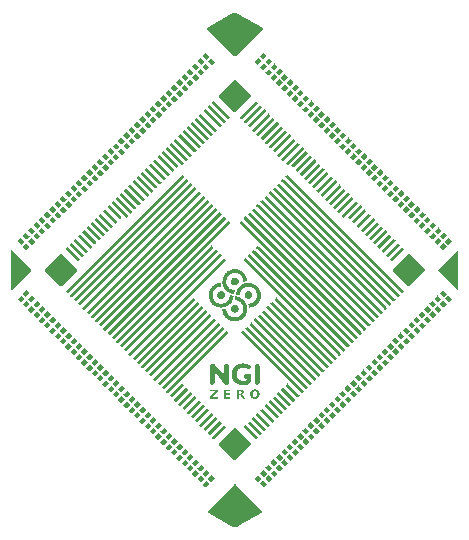
<source format=gbr>
%TF.GenerationSoftware,KiCad,Pcbnew,9.0.2+dfsg-1*%
%TF.CreationDate,2026-01-18T01:33:00+01:00*%
%TF.ProjectId,UNBRK_HEX,554e4252-4b5f-4484-9558-2e6b69636164,0.1*%
%TF.SameCoordinates,Original*%
%TF.FileFunction,Soldermask,Top*%
%TF.FilePolarity,Negative*%
%FSLAX46Y46*%
G04 Gerber Fmt 4.6, Leading zero omitted, Abs format (unit mm)*
G04 Created by KiCad (PCBNEW 9.0.2+dfsg-1) date 2026-01-18 01:33:00*
%MOMM*%
%LPD*%
G01*
G04 APERTURE LIST*
%ADD10C,0.000000*%
%ADD11C,1.500000*%
G04 APERTURE END LIST*
D10*
G36*
X134306887Y-103040145D02*
G01*
X134308585Y-103040256D01*
X134310271Y-103040441D01*
X134311940Y-103040700D01*
X134313586Y-103041033D01*
X134315203Y-103041440D01*
X134316785Y-103041921D01*
X134318327Y-103042477D01*
X134319824Y-103043106D01*
X134321268Y-103043809D01*
X134322654Y-103044586D01*
X134323978Y-103045438D01*
X134325232Y-103046363D01*
X134326411Y-103047363D01*
X134327510Y-103048436D01*
X134328522Y-103049583D01*
X135324844Y-104045860D01*
X135325995Y-104046872D01*
X135327071Y-104047971D01*
X135328072Y-104049150D01*
X135329000Y-104050404D01*
X135329853Y-104051727D01*
X135330633Y-104053114D01*
X135331338Y-104054557D01*
X135331968Y-104056053D01*
X135332525Y-104057595D01*
X135333007Y-104059177D01*
X135333415Y-104060794D01*
X135333749Y-104062439D01*
X135334009Y-104064108D01*
X135334195Y-104065794D01*
X135334306Y-104067491D01*
X135334343Y-104069194D01*
X135334306Y-104070897D01*
X135334195Y-104072594D01*
X135334009Y-104074280D01*
X135333749Y-104075948D01*
X135333415Y-104077593D01*
X135333007Y-104079210D01*
X135332525Y-104080791D01*
X135331968Y-104082333D01*
X135331338Y-104083828D01*
X135330633Y-104085272D01*
X135329853Y-104086658D01*
X135329000Y-104087980D01*
X135328072Y-104089234D01*
X135327071Y-104090412D01*
X135325995Y-104091510D01*
X135324844Y-104092522D01*
X135197556Y-104219803D01*
X135196543Y-104220951D01*
X135195445Y-104222025D01*
X135194266Y-104223025D01*
X135193012Y-104223951D01*
X135191689Y-104224803D01*
X135190303Y-104225581D01*
X135188859Y-104226284D01*
X135187364Y-104226914D01*
X135185822Y-104227470D01*
X135184241Y-104227951D01*
X135182624Y-104228359D01*
X135180979Y-104228693D01*
X135179311Y-104228952D01*
X135177626Y-104229137D01*
X135175929Y-104229249D01*
X135174227Y-104229286D01*
X135172524Y-104229250D01*
X135170828Y-104229139D01*
X135169143Y-104228954D01*
X135167475Y-104228695D01*
X135165830Y-104228363D01*
X135164215Y-104227956D01*
X135162633Y-104227475D01*
X135161093Y-104226920D01*
X135159598Y-104226292D01*
X135158155Y-104225589D01*
X135156770Y-104224812D01*
X135155448Y-104223961D01*
X135154195Y-104223036D01*
X135153017Y-104222038D01*
X135151920Y-104220965D01*
X135150909Y-104219818D01*
X134154572Y-103223534D01*
X134153424Y-103222521D01*
X134152351Y-103221422D01*
X134151351Y-103220242D01*
X134150426Y-103218987D01*
X134149575Y-103217664D01*
X134148797Y-103216277D01*
X134148094Y-103214832D01*
X134147465Y-103213336D01*
X134146910Y-103211794D01*
X134146428Y-103210211D01*
X134146021Y-103208594D01*
X134145688Y-103206949D01*
X134145429Y-103205280D01*
X134145244Y-103203594D01*
X134145133Y-103201897D01*
X134145096Y-103200193D01*
X134145133Y-103198490D01*
X134145244Y-103196793D01*
X134145429Y-103195107D01*
X134145688Y-103193439D01*
X134146021Y-103191793D01*
X134146428Y-103190177D01*
X134146910Y-103188595D01*
X134147465Y-103187053D01*
X134148094Y-103185558D01*
X134148797Y-103184114D01*
X134149575Y-103182728D01*
X134150426Y-103181406D01*
X134151351Y-103180152D01*
X134152351Y-103178974D01*
X134153424Y-103177876D01*
X134154572Y-103176865D01*
X134281845Y-103049583D01*
X134282857Y-103048436D01*
X134283956Y-103047363D01*
X134285135Y-103046363D01*
X134286389Y-103045438D01*
X134287712Y-103044586D01*
X134289099Y-103043809D01*
X134290543Y-103043106D01*
X134292039Y-103042477D01*
X134293582Y-103041921D01*
X134295164Y-103041440D01*
X134296781Y-103041033D01*
X134298427Y-103040700D01*
X134300096Y-103040441D01*
X134301782Y-103040256D01*
X134303480Y-103040145D01*
X134305183Y-103040108D01*
X134306887Y-103040145D01*
G37*
G36*
X145782869Y-116351090D02*
G01*
X145784566Y-116351200D01*
X145786251Y-116351384D01*
X145787920Y-116351643D01*
X145789565Y-116351976D01*
X145791182Y-116352383D01*
X145792764Y-116352864D01*
X145794306Y-116353419D01*
X145795802Y-116354049D01*
X145797246Y-116354753D01*
X145798633Y-116355531D01*
X145799957Y-116356383D01*
X145801211Y-116357309D01*
X145802391Y-116358310D01*
X145803491Y-116359385D01*
X145804504Y-116360535D01*
X145931778Y-116487823D01*
X145932925Y-116488836D01*
X145933999Y-116489935D01*
X145934998Y-116491115D01*
X145935924Y-116492369D01*
X145936775Y-116493693D01*
X145937552Y-116495079D01*
X145938255Y-116496524D01*
X145938885Y-116498020D01*
X145939440Y-116499561D01*
X145939921Y-116501144D01*
X145940328Y-116502760D01*
X145940661Y-116504406D01*
X145940921Y-116506074D01*
X145941106Y-116507759D01*
X145941217Y-116509456D01*
X145941254Y-116511159D01*
X145941217Y-116512862D01*
X145941106Y-116514558D01*
X145940921Y-116516243D01*
X145940661Y-116517911D01*
X145940328Y-116519556D01*
X145939921Y-116521172D01*
X145939440Y-116522753D01*
X145938885Y-116524294D01*
X145938255Y-116525789D01*
X145937552Y-116527232D01*
X145936775Y-116528617D01*
X145935924Y-116529939D01*
X145934998Y-116531192D01*
X145933999Y-116532369D01*
X145932925Y-116533467D01*
X145931778Y-116534477D01*
X144935516Y-117530815D01*
X144934504Y-117531962D01*
X144933406Y-117533035D01*
X144932226Y-117534033D01*
X144930972Y-117534958D01*
X144929649Y-117535809D01*
X144928262Y-117536586D01*
X144926818Y-117537289D01*
X144925322Y-117537918D01*
X144923780Y-117538472D01*
X144922198Y-117538953D01*
X144920581Y-117539360D01*
X144918935Y-117539693D01*
X144917267Y-117539952D01*
X144915581Y-117540137D01*
X144913883Y-117540248D01*
X144912180Y-117540285D01*
X144910477Y-117540248D01*
X144908780Y-117540137D01*
X144907094Y-117539952D01*
X144905425Y-117539693D01*
X144903780Y-117539360D01*
X144902164Y-117538953D01*
X144900582Y-117538472D01*
X144899040Y-117537918D01*
X144897545Y-117537289D01*
X144896102Y-117536586D01*
X144894716Y-117535809D01*
X144893394Y-117534958D01*
X144892141Y-117534033D01*
X144890963Y-117533035D01*
X144889866Y-117531962D01*
X144888855Y-117530815D01*
X144761551Y-117403549D01*
X144761551Y-117403534D01*
X144760405Y-117402521D01*
X144759333Y-117401422D01*
X144758335Y-117400242D01*
X144757410Y-117398988D01*
X144756560Y-117397664D01*
X144755784Y-117396277D01*
X144755081Y-117394833D01*
X144754453Y-117393337D01*
X144753898Y-117391794D01*
X144753418Y-117390212D01*
X144753011Y-117388595D01*
X144752678Y-117386949D01*
X144752419Y-117385280D01*
X144752235Y-117383594D01*
X144752124Y-117381897D01*
X144752087Y-117380194D01*
X144752124Y-117378491D01*
X144752235Y-117376793D01*
X144752419Y-117375108D01*
X144752678Y-117373439D01*
X144753011Y-117371794D01*
X144753418Y-117370177D01*
X144753898Y-117368595D01*
X144754453Y-117367054D01*
X144755081Y-117365558D01*
X144755784Y-117364115D01*
X144756560Y-117362729D01*
X144757410Y-117361406D01*
X144758335Y-117360153D01*
X144759333Y-117358974D01*
X144760405Y-117357876D01*
X144761551Y-117356865D01*
X145757828Y-116360535D01*
X145758841Y-116359388D01*
X145759941Y-116358315D01*
X145761121Y-116357316D01*
X145762376Y-116356390D01*
X145763699Y-116355539D01*
X145765086Y-116354761D01*
X145766530Y-116354058D01*
X145768026Y-116353428D01*
X145769568Y-116352872D01*
X145771150Y-116352390D01*
X145772767Y-116351982D01*
X145774412Y-116351649D01*
X145776081Y-116351389D01*
X145777766Y-116351203D01*
X145779463Y-116351091D01*
X145781166Y-116351053D01*
X145782869Y-116351090D01*
G37*
G36*
X152568347Y-97259267D02*
G01*
X152570044Y-97259378D01*
X152571729Y-97259563D01*
X152573397Y-97259822D01*
X152575042Y-97260154D01*
X152576659Y-97260561D01*
X152578241Y-97261042D01*
X152579783Y-97261597D01*
X152581279Y-97262226D01*
X152582723Y-97262929D01*
X152584110Y-97263706D01*
X152585433Y-97264557D01*
X152586688Y-97265481D01*
X152587868Y-97266480D01*
X152588968Y-97267553D01*
X152589981Y-97268700D01*
X162424850Y-107104111D01*
X162426001Y-107105123D01*
X162427077Y-107106221D01*
X162428079Y-107107401D01*
X162429006Y-107108655D01*
X162429859Y-107109978D01*
X162430639Y-107111365D01*
X162431344Y-107112809D01*
X162431974Y-107114305D01*
X162432531Y-107115847D01*
X162433013Y-107117429D01*
X162433421Y-107119046D01*
X162433755Y-107120692D01*
X162434015Y-107122361D01*
X162434201Y-107124047D01*
X162434312Y-107125744D01*
X162434349Y-107127447D01*
X162434312Y-107129150D01*
X162434201Y-107130848D01*
X162434015Y-107132533D01*
X162433755Y-107134202D01*
X162433421Y-107135847D01*
X162433013Y-107137463D01*
X162432531Y-107139045D01*
X162431974Y-107140587D01*
X162431344Y-107142082D01*
X162430639Y-107143525D01*
X162429859Y-107144911D01*
X162429006Y-107146233D01*
X162428079Y-107147486D01*
X162427077Y-107148664D01*
X162426001Y-107149761D01*
X162424850Y-107150772D01*
X162297577Y-107278061D01*
X162296562Y-107279210D01*
X162295461Y-107280285D01*
X162294280Y-107281286D01*
X162293023Y-107282213D01*
X162291698Y-107283065D01*
X162290310Y-107283843D01*
X162288865Y-107284547D01*
X162287368Y-107285176D01*
X162285825Y-107285732D01*
X162284241Y-107286213D01*
X162282624Y-107286620D01*
X162280978Y-107286952D01*
X162279308Y-107287211D01*
X162277622Y-107287396D01*
X162275925Y-107287506D01*
X162274221Y-107287542D01*
X162272518Y-107287505D01*
X162270821Y-107287393D01*
X162269136Y-107287207D01*
X162267467Y-107286947D01*
X162265822Y-107286613D01*
X162264206Y-107286205D01*
X162262625Y-107285723D01*
X162261084Y-107285168D01*
X162259589Y-107284538D01*
X162258146Y-107283834D01*
X162256761Y-107283057D01*
X162255439Y-107282205D01*
X162254186Y-107281280D01*
X162253008Y-107280281D01*
X162251911Y-107279208D01*
X162250900Y-107278061D01*
X152416046Y-97442642D01*
X152414896Y-97441630D01*
X152413820Y-97440532D01*
X152412818Y-97439352D01*
X152411891Y-97438098D01*
X152411037Y-97436775D01*
X152410258Y-97435389D01*
X152409553Y-97433945D01*
X152408922Y-97432449D01*
X152408366Y-97430908D01*
X152407883Y-97429325D01*
X152407475Y-97427709D01*
X152407141Y-97426063D01*
X152406881Y-97424395D01*
X152406696Y-97422709D01*
X152406585Y-97421012D01*
X152406548Y-97419310D01*
X152406585Y-97417607D01*
X152406696Y-97415910D01*
X152406881Y-97414225D01*
X152407141Y-97412556D01*
X152407475Y-97410911D01*
X152407883Y-97409295D01*
X152408366Y-97407714D01*
X152408922Y-97406173D01*
X152409553Y-97404678D01*
X152410258Y-97403235D01*
X152411037Y-97401849D01*
X152411891Y-97400527D01*
X152412818Y-97399274D01*
X152413820Y-97398096D01*
X152414896Y-97396999D01*
X152416046Y-97395988D01*
X152543320Y-97268700D01*
X152544332Y-97267553D01*
X152545430Y-97266480D01*
X152546609Y-97265481D01*
X152547862Y-97264557D01*
X152549185Y-97263706D01*
X152550571Y-97262929D01*
X152552014Y-97262226D01*
X152553509Y-97261597D01*
X152555051Y-97261042D01*
X152556632Y-97260561D01*
X152558248Y-97260154D01*
X152559893Y-97259822D01*
X152561561Y-97259563D01*
X152563246Y-97259378D01*
X152564942Y-97259267D01*
X152566645Y-97259230D01*
X152568347Y-97259267D01*
G37*
G36*
X162126585Y-97792090D02*
G01*
X162128283Y-97792202D01*
X162129969Y-97792387D01*
X162131637Y-97792647D01*
X162133283Y-97792981D01*
X162134899Y-97793389D01*
X162136481Y-97793871D01*
X162138023Y-97794428D01*
X162139518Y-97795059D01*
X162140962Y-97795764D01*
X162142347Y-97796543D01*
X162143670Y-97797396D01*
X162144923Y-97798324D01*
X162146101Y-97799326D01*
X162147198Y-97800402D01*
X162148209Y-97801552D01*
X162369766Y-98023109D01*
X162370912Y-98024122D01*
X162371984Y-98025220D01*
X162372983Y-98026400D01*
X162373907Y-98027654D01*
X162374757Y-98028977D01*
X162375534Y-98030364D01*
X162376236Y-98031808D01*
X162376864Y-98033305D01*
X162377419Y-98034847D01*
X162377900Y-98036430D01*
X162378306Y-98038047D01*
X162378639Y-98039693D01*
X162378898Y-98041362D01*
X162379083Y-98043048D01*
X162379194Y-98044746D01*
X162379230Y-98046450D01*
X162379194Y-98048153D01*
X162379083Y-98049851D01*
X162378898Y-98051537D01*
X162378639Y-98053206D01*
X162378306Y-98054851D01*
X162377900Y-98056468D01*
X162377419Y-98058050D01*
X162376864Y-98059592D01*
X162376236Y-98061087D01*
X162375534Y-98062531D01*
X162374757Y-98063917D01*
X162373907Y-98065239D01*
X162372983Y-98066492D01*
X162371984Y-98067670D01*
X162370912Y-98068768D01*
X162369766Y-98069778D01*
X162091156Y-98348381D01*
X162091141Y-98348381D01*
X162090129Y-98349528D01*
X162089030Y-98350601D01*
X162087852Y-98351599D01*
X162086598Y-98352524D01*
X162085275Y-98353375D01*
X162083889Y-98354152D01*
X162082446Y-98354855D01*
X162080951Y-98355484D01*
X162079409Y-98356038D01*
X162077828Y-98356519D01*
X162076212Y-98356926D01*
X162074567Y-98357259D01*
X162072899Y-98357518D01*
X162071214Y-98357703D01*
X162069517Y-98357814D01*
X162067814Y-98357851D01*
X162066111Y-98357814D01*
X162064414Y-98357703D01*
X162062728Y-98357518D01*
X162061059Y-98357259D01*
X162059414Y-98356926D01*
X162057797Y-98356519D01*
X162056214Y-98356038D01*
X162054671Y-98355484D01*
X162053175Y-98354855D01*
X162051729Y-98354152D01*
X162050342Y-98353375D01*
X162049017Y-98352524D01*
X162047761Y-98351599D01*
X162046580Y-98350601D01*
X162045479Y-98349528D01*
X162044464Y-98348381D01*
X161822922Y-98126808D01*
X161821776Y-98125795D01*
X161820704Y-98124696D01*
X161819705Y-98123516D01*
X161818781Y-98122262D01*
X161817931Y-98120938D01*
X161817154Y-98119551D01*
X161816452Y-98118106D01*
X161815824Y-98116610D01*
X161815269Y-98115067D01*
X161814788Y-98113484D01*
X161814382Y-98111867D01*
X161814049Y-98110221D01*
X161813790Y-98108552D01*
X161813605Y-98106866D01*
X161813494Y-98105168D01*
X161813457Y-98103465D01*
X161813494Y-98101762D01*
X161813605Y-98100064D01*
X161813790Y-98098378D01*
X161814049Y-98096710D01*
X161814382Y-98095065D01*
X161814788Y-98093448D01*
X161815269Y-98091866D01*
X161815824Y-98090325D01*
X161816452Y-98088829D01*
X161817154Y-98087386D01*
X161817931Y-98086000D01*
X161818781Y-98084678D01*
X161819705Y-98083425D01*
X161820704Y-98082247D01*
X161821776Y-98081150D01*
X161822922Y-98080139D01*
X162101532Y-97801552D01*
X162102546Y-97800402D01*
X162103645Y-97799326D01*
X162104826Y-97798324D01*
X162106081Y-97797396D01*
X162107405Y-97796543D01*
X162108793Y-97795764D01*
X162110238Y-97795059D01*
X162111735Y-97794428D01*
X162113278Y-97793871D01*
X162114861Y-97793389D01*
X162116478Y-97792981D01*
X162118125Y-97792647D01*
X162119794Y-97792387D01*
X162121480Y-97792202D01*
X162123178Y-97792090D01*
X162124882Y-97792053D01*
X162126585Y-97792090D01*
G37*
G36*
X158486925Y-115198294D02*
G01*
X158488622Y-115198406D01*
X158490307Y-115198591D01*
X158491976Y-115198850D01*
X158493621Y-115199183D01*
X158495237Y-115199590D01*
X158496820Y-115200071D01*
X158498362Y-115200626D01*
X158499858Y-115201256D01*
X158501302Y-115201959D01*
X158502689Y-115202736D01*
X158504012Y-115203588D01*
X158505267Y-115204513D01*
X158506447Y-115205512D01*
X158507547Y-115206586D01*
X158508560Y-115207733D01*
X158508575Y-115207733D01*
X158787186Y-115486328D01*
X158788332Y-115487340D01*
X158789404Y-115488439D01*
X158790403Y-115489618D01*
X158791328Y-115490872D01*
X158792179Y-115492195D01*
X158792957Y-115493582D01*
X158793661Y-115495026D01*
X158794290Y-115496522D01*
X158794846Y-115498064D01*
X158795328Y-115499647D01*
X158795736Y-115501264D01*
X158796070Y-115502909D01*
X158796331Y-115504578D01*
X158796517Y-115506264D01*
X158796629Y-115507961D01*
X158796667Y-115509665D01*
X158796631Y-115511368D01*
X158796521Y-115513065D01*
X158796337Y-115514751D01*
X158796079Y-115516419D01*
X158795746Y-115518064D01*
X158795339Y-115519681D01*
X158794858Y-115521263D01*
X158794303Y-115522804D01*
X158793674Y-115524299D01*
X158792970Y-115525743D01*
X158792192Y-115527128D01*
X158791339Y-115528450D01*
X158790413Y-115529703D01*
X158789411Y-115530881D01*
X158788336Y-115531979D01*
X158787186Y-115532990D01*
X158565628Y-115754555D01*
X158564615Y-115755704D01*
X158563515Y-115756780D01*
X158562334Y-115757781D01*
X158561079Y-115758708D01*
X158559755Y-115759561D01*
X158558367Y-115760339D01*
X158556922Y-115761044D01*
X158555425Y-115761674D01*
X158553882Y-115762231D01*
X158552299Y-115762713D01*
X158550682Y-115763121D01*
X158549035Y-115763454D01*
X158547366Y-115763714D01*
X158545680Y-115763899D01*
X158543982Y-115764011D01*
X158542278Y-115764048D01*
X158540575Y-115764011D01*
X158538877Y-115763899D01*
X158537191Y-115763714D01*
X158535523Y-115763454D01*
X158533877Y-115763121D01*
X158532261Y-115762713D01*
X158530679Y-115762231D01*
X158529137Y-115761674D01*
X158527642Y-115761044D01*
X158526198Y-115760339D01*
X158524813Y-115759561D01*
X158523490Y-115758708D01*
X158522237Y-115757781D01*
X158521059Y-115756780D01*
X158519962Y-115755704D01*
X158518951Y-115754555D01*
X158240341Y-115475975D01*
X158239191Y-115474963D01*
X158238115Y-115473864D01*
X158237113Y-115472685D01*
X158236186Y-115471432D01*
X158235332Y-115470109D01*
X158234553Y-115468722D01*
X158233848Y-115467278D01*
X158233217Y-115465783D01*
X158232661Y-115464241D01*
X158232178Y-115462659D01*
X158231770Y-115461042D01*
X158231436Y-115459397D01*
X158231177Y-115457728D01*
X158230991Y-115456042D01*
X158230880Y-115454345D01*
X158230843Y-115452641D01*
X158230880Y-115450938D01*
X158230991Y-115449240D01*
X158231177Y-115447554D01*
X158231436Y-115445885D01*
X158231770Y-115444239D01*
X158232178Y-115442622D01*
X158232661Y-115441039D01*
X158233217Y-115439496D01*
X158233848Y-115437999D01*
X158234553Y-115436554D01*
X158235332Y-115435166D01*
X158236186Y-115433842D01*
X158237113Y-115432586D01*
X158238115Y-115431405D01*
X158239191Y-115430305D01*
X158240341Y-115429291D01*
X158461884Y-115207733D01*
X158462897Y-115206586D01*
X158463997Y-115205512D01*
X158465177Y-115204513D01*
X158466431Y-115203588D01*
X158467755Y-115202736D01*
X158469142Y-115201959D01*
X158470586Y-115201256D01*
X158472082Y-115200626D01*
X158473624Y-115200071D01*
X158475206Y-115199590D01*
X158476823Y-115199183D01*
X158478468Y-115198850D01*
X158480136Y-115198591D01*
X158481822Y-115198406D01*
X158483519Y-115198294D01*
X158485222Y-115198257D01*
X158486925Y-115198294D01*
G37*
G36*
X143375627Y-120124630D02*
G01*
X143377324Y-120124741D01*
X143379010Y-120124927D01*
X143380678Y-120125187D01*
X143382323Y-120125522D01*
X143383939Y-120125930D01*
X143385521Y-120126412D01*
X143387062Y-120126968D01*
X143388557Y-120127598D01*
X143390001Y-120128302D01*
X143391386Y-120129080D01*
X143392708Y-120129932D01*
X143393961Y-120130858D01*
X143395139Y-120131858D01*
X143396237Y-120132931D01*
X143397247Y-120134079D01*
X143618820Y-120355637D01*
X143619966Y-120356649D01*
X143621038Y-120357747D01*
X143622037Y-120358926D01*
X143622961Y-120360180D01*
X143623811Y-120361503D01*
X143624587Y-120362889D01*
X143625290Y-120364332D01*
X143625918Y-120365828D01*
X143626473Y-120367369D01*
X143626954Y-120368951D01*
X143627360Y-120370567D01*
X143627693Y-120372213D01*
X143627952Y-120373881D01*
X143628137Y-120375566D01*
X143628247Y-120377263D01*
X143628284Y-120378966D01*
X143628247Y-120380669D01*
X143628137Y-120382367D01*
X143627952Y-120384053D01*
X143627693Y-120385721D01*
X143627360Y-120387367D01*
X143626954Y-120388984D01*
X143626473Y-120390567D01*
X143625918Y-120392109D01*
X143625290Y-120393606D01*
X143624587Y-120395051D01*
X143623811Y-120396438D01*
X143622961Y-120397763D01*
X143622037Y-120399018D01*
X143621038Y-120400199D01*
X143619966Y-120401299D01*
X143618820Y-120402313D01*
X143340195Y-120680901D01*
X143339183Y-120682047D01*
X143338084Y-120683120D01*
X143336905Y-120684119D01*
X143335651Y-120685044D01*
X143334327Y-120685895D01*
X143332941Y-120686671D01*
X143331497Y-120687374D01*
X143330001Y-120688003D01*
X143328459Y-120688558D01*
X143326876Y-120689039D01*
X143325259Y-120689446D01*
X143323614Y-120689779D01*
X143321945Y-120690038D01*
X143320259Y-120690223D01*
X143318561Y-120690334D01*
X143316858Y-120690371D01*
X143315155Y-120690334D01*
X143313458Y-120690223D01*
X143311772Y-120690038D01*
X143310104Y-120689779D01*
X143308458Y-120689446D01*
X143306842Y-120689039D01*
X143305260Y-120688558D01*
X143303719Y-120688003D01*
X143302224Y-120687374D01*
X143300780Y-120686671D01*
X143299395Y-120685895D01*
X143298072Y-120685044D01*
X143296819Y-120684119D01*
X143295641Y-120683120D01*
X143294544Y-120682047D01*
X143293533Y-120680901D01*
X143071976Y-120459328D01*
X143070828Y-120458316D01*
X143069755Y-120457217D01*
X143068755Y-120456038D01*
X143067830Y-120454784D01*
X143066979Y-120453460D01*
X143066201Y-120452074D01*
X143065498Y-120450630D01*
X143064869Y-120449134D01*
X143064314Y-120447592D01*
X143063833Y-120446009D01*
X143063425Y-120444392D01*
X143063092Y-120442747D01*
X143062833Y-120441078D01*
X143062648Y-120439392D01*
X143062537Y-120437694D01*
X143062500Y-120435991D01*
X143062537Y-120434288D01*
X143062648Y-120432591D01*
X143062833Y-120430905D01*
X143063092Y-120429237D01*
X143063425Y-120427591D01*
X143063833Y-120425975D01*
X143064314Y-120424393D01*
X143064869Y-120422852D01*
X143065498Y-120421357D01*
X143066201Y-120419913D01*
X143066979Y-120418528D01*
X143067830Y-120417205D01*
X143068755Y-120415952D01*
X143069755Y-120414774D01*
X143070828Y-120413677D01*
X143071976Y-120412666D01*
X143350586Y-120134064D01*
X143350601Y-120134079D01*
X143351612Y-120132929D01*
X143352709Y-120131853D01*
X143353887Y-120130852D01*
X143355140Y-120129925D01*
X143356462Y-120129072D01*
X143357848Y-120128293D01*
X143359291Y-120127589D01*
X143360786Y-120126959D01*
X143362328Y-120126404D01*
X143363909Y-120125922D01*
X143365526Y-120125515D01*
X143367171Y-120125182D01*
X143368839Y-120124923D01*
X143370524Y-120124739D01*
X143372221Y-120124628D01*
X143373924Y-120124592D01*
X143375627Y-120124630D01*
G37*
G36*
X131736929Y-107580167D02*
G01*
X131738626Y-107580278D01*
X131740311Y-107580463D01*
X131741980Y-107580723D01*
X131743626Y-107581057D01*
X131745243Y-107581465D01*
X131746826Y-107581947D01*
X131748368Y-107582503D01*
X131749865Y-107583133D01*
X131751310Y-107583838D01*
X131752698Y-107584616D01*
X131754023Y-107585469D01*
X131755278Y-107586396D01*
X131756460Y-107587398D01*
X131757561Y-107588473D01*
X131758575Y-107589622D01*
X131980118Y-107811188D01*
X131981267Y-107812200D01*
X131982341Y-107813299D01*
X131983342Y-107814478D01*
X131984268Y-107815732D01*
X131985121Y-107817056D01*
X131985899Y-107818442D01*
X131986603Y-107819887D01*
X131987233Y-107821383D01*
X131987789Y-107822925D01*
X131988271Y-107824508D01*
X131988678Y-107826125D01*
X131989012Y-107827771D01*
X131989271Y-107829440D01*
X131989457Y-107831127D01*
X131989568Y-107832824D01*
X131989605Y-107834528D01*
X131989568Y-107836231D01*
X131989457Y-107837929D01*
X131989271Y-107839615D01*
X131989012Y-107841284D01*
X131988678Y-107842930D01*
X131988271Y-107844546D01*
X131987789Y-107846128D01*
X131987233Y-107847670D01*
X131986603Y-107849166D01*
X131985899Y-107850609D01*
X131985121Y-107851995D01*
X131984268Y-107853317D01*
X131983342Y-107854571D01*
X131982341Y-107855749D01*
X131981267Y-107856846D01*
X131980118Y-107857857D01*
X131701508Y-108136444D01*
X131700495Y-108137592D01*
X131699397Y-108138665D01*
X131698218Y-108139664D01*
X131696964Y-108140590D01*
X131695640Y-108141441D01*
X131694254Y-108142218D01*
X131692810Y-108142922D01*
X131691314Y-108143551D01*
X131689771Y-108144106D01*
X131688189Y-108144587D01*
X131686572Y-108144994D01*
X131684926Y-108145328D01*
X131683258Y-108145587D01*
X131681572Y-108145772D01*
X131679874Y-108145883D01*
X131678171Y-108145920D01*
X131676468Y-108145883D01*
X131674771Y-108145772D01*
X131673085Y-108145587D01*
X131671417Y-108145328D01*
X131669771Y-108144994D01*
X131668155Y-108144587D01*
X131666573Y-108144106D01*
X131665032Y-108143551D01*
X131663536Y-108142922D01*
X131662093Y-108142218D01*
X131660707Y-108141441D01*
X131659385Y-108140590D01*
X131658132Y-108139664D01*
X131656954Y-108138665D01*
X131655857Y-108137592D01*
X131654846Y-108136444D01*
X131433289Y-107914886D01*
X131432138Y-107913873D01*
X131431063Y-107912773D01*
X131430061Y-107911594D01*
X131429134Y-107910339D01*
X131428281Y-107909015D01*
X131427503Y-107907629D01*
X131426799Y-107906185D01*
X131426169Y-107904689D01*
X131425613Y-107903147D01*
X131425132Y-107901565D01*
X131424725Y-107899949D01*
X131424392Y-107898304D01*
X131424133Y-107896636D01*
X131423948Y-107894950D01*
X131423838Y-107893254D01*
X131423801Y-107891551D01*
X131423839Y-107889848D01*
X131423951Y-107888152D01*
X131424137Y-107886466D01*
X131424397Y-107884798D01*
X131424731Y-107883153D01*
X131425139Y-107881536D01*
X131425621Y-107879954D01*
X131426178Y-107878412D01*
X131426808Y-107876916D01*
X131427512Y-107875471D01*
X131428290Y-107874084D01*
X131429142Y-107872760D01*
X131430068Y-107871505D01*
X131431067Y-107870324D01*
X131432141Y-107869224D01*
X131433289Y-107868210D01*
X131711899Y-107589622D01*
X131712911Y-107588473D01*
X131714009Y-107587398D01*
X131715188Y-107586396D01*
X131716442Y-107585469D01*
X131717764Y-107584616D01*
X131719150Y-107583838D01*
X131720594Y-107583133D01*
X131722089Y-107582503D01*
X131723630Y-107581947D01*
X131725212Y-107581465D01*
X131726828Y-107581057D01*
X131728473Y-107580723D01*
X131730141Y-107580463D01*
X131731826Y-107580278D01*
X131733523Y-107580167D01*
X131735226Y-107580130D01*
X131736929Y-107580167D01*
G37*
G36*
X146680922Y-90665440D02*
G01*
X146682619Y-90665551D01*
X146684305Y-90665736D01*
X146685974Y-90665995D01*
X146687619Y-90666328D01*
X146689236Y-90666735D01*
X146690818Y-90667216D01*
X146692359Y-90667771D01*
X146693855Y-90668400D01*
X146695298Y-90669103D01*
X146696684Y-90669879D01*
X146698006Y-90670730D01*
X146699259Y-90671655D01*
X146700437Y-90672654D01*
X146701534Y-90673727D01*
X146702545Y-90674873D01*
X148052521Y-92024780D01*
X148053671Y-92025792D01*
X148054747Y-92026891D01*
X148055749Y-92028070D01*
X148056676Y-92029325D01*
X148057530Y-92030648D01*
X148058309Y-92032035D01*
X148059014Y-92033479D01*
X148059645Y-92034976D01*
X148060201Y-92036518D01*
X148060684Y-92038101D01*
X148061092Y-92039718D01*
X148061426Y-92041364D01*
X148061685Y-92043033D01*
X148061871Y-92044719D01*
X148061982Y-92046417D01*
X148062019Y-92048120D01*
X148061982Y-92049824D01*
X148061871Y-92051522D01*
X148061685Y-92053208D01*
X148061426Y-92054876D01*
X148061092Y-92056522D01*
X148060684Y-92058139D01*
X148060201Y-92059721D01*
X148059645Y-92061263D01*
X148059014Y-92062758D01*
X148058309Y-92064202D01*
X148057530Y-92065588D01*
X148056676Y-92066910D01*
X148055749Y-92068163D01*
X148054747Y-92069341D01*
X148053671Y-92070438D01*
X148052521Y-92071449D01*
X147925247Y-92198738D01*
X147924235Y-92199885D01*
X147923137Y-92200958D01*
X147921958Y-92201956D01*
X147920704Y-92202881D01*
X147919382Y-92203732D01*
X147917996Y-92204509D01*
X147916553Y-92205212D01*
X147915057Y-92205841D01*
X147913516Y-92206395D01*
X147911935Y-92206876D01*
X147910319Y-92207283D01*
X147908674Y-92207616D01*
X147907006Y-92207875D01*
X147905321Y-92208060D01*
X147903625Y-92208171D01*
X147901922Y-92208208D01*
X147900220Y-92208171D01*
X147898523Y-92208060D01*
X147896838Y-92207875D01*
X147895170Y-92207616D01*
X147893524Y-92207283D01*
X147891908Y-92206876D01*
X147890326Y-92206395D01*
X147888784Y-92205841D01*
X147887288Y-92205212D01*
X147885844Y-92204509D01*
X147884457Y-92203732D01*
X147883134Y-92202881D01*
X147881879Y-92201956D01*
X147880699Y-92200958D01*
X147879599Y-92199885D01*
X147878586Y-92198738D01*
X146528595Y-90848831D01*
X146527445Y-90847818D01*
X146526369Y-90846719D01*
X146525367Y-90845539D01*
X146524439Y-90844285D01*
X146523586Y-90842961D01*
X146522807Y-90841574D01*
X146522102Y-90840129D01*
X146521471Y-90838633D01*
X146520914Y-90837090D01*
X146520432Y-90835507D01*
X146520024Y-90833890D01*
X146519690Y-90832244D01*
X146519430Y-90830575D01*
X146519245Y-90828889D01*
X146519133Y-90827191D01*
X146519096Y-90825488D01*
X146519133Y-90823785D01*
X146519245Y-90822087D01*
X146519430Y-90820401D01*
X146519690Y-90818733D01*
X146520024Y-90817088D01*
X146520432Y-90815471D01*
X146520914Y-90813889D01*
X146521471Y-90812348D01*
X146522102Y-90810852D01*
X146522807Y-90809409D01*
X146523586Y-90808023D01*
X146524439Y-90806701D01*
X146525367Y-90805448D01*
X146526369Y-90804270D01*
X146527445Y-90803173D01*
X146528595Y-90802162D01*
X146655869Y-90674873D01*
X146656882Y-90673727D01*
X146657982Y-90672654D01*
X146659162Y-90671655D01*
X146660418Y-90670730D01*
X146661742Y-90669879D01*
X146663129Y-90669103D01*
X146664575Y-90668400D01*
X146666071Y-90667771D01*
X146667614Y-90667216D01*
X146669197Y-90666735D01*
X146670815Y-90666328D01*
X146672461Y-90665995D01*
X146674130Y-90665736D01*
X146675817Y-90665551D01*
X146677515Y-90665440D01*
X146679218Y-90665403D01*
X146680922Y-90665440D01*
G37*
G36*
X153556123Y-119224219D02*
G01*
X153557820Y-119224331D01*
X153559506Y-119224516D01*
X153561174Y-119224776D01*
X153562819Y-119225110D01*
X153564436Y-119225518D01*
X153566018Y-119226000D01*
X153567560Y-119226557D01*
X153569056Y-119227188D01*
X153570500Y-119227893D01*
X153571887Y-119228672D01*
X153573211Y-119229525D01*
X153574466Y-119230453D01*
X153575646Y-119231454D01*
X153576745Y-119232531D01*
X153577759Y-119233681D01*
X153856369Y-119512268D01*
X153857516Y-119513280D01*
X153858590Y-119514379D01*
X153859589Y-119515558D01*
X153860515Y-119516812D01*
X153861366Y-119518136D01*
X153862143Y-119519523D01*
X153862847Y-119520967D01*
X153863476Y-119522463D01*
X153864031Y-119524006D01*
X153864512Y-119525588D01*
X153864919Y-119527206D01*
X153865252Y-119528852D01*
X153865512Y-119530521D01*
X153865697Y-119532207D01*
X153865808Y-119533905D01*
X153865845Y-119535608D01*
X153865808Y-119537312D01*
X153865697Y-119539009D01*
X153865512Y-119540696D01*
X153865252Y-119542364D01*
X153864919Y-119544010D01*
X153864512Y-119545627D01*
X153864031Y-119547209D01*
X153863476Y-119548750D01*
X153862847Y-119550246D01*
X153862143Y-119551689D01*
X153861366Y-119553075D01*
X153860515Y-119554398D01*
X153859589Y-119555651D01*
X153858590Y-119556829D01*
X153857516Y-119557926D01*
X153856369Y-119558937D01*
X153634811Y-119780510D01*
X153633799Y-119781657D01*
X153632701Y-119782731D01*
X153631522Y-119783730D01*
X153630268Y-119784656D01*
X153628945Y-119785507D01*
X153627559Y-119786284D01*
X153626115Y-119786987D01*
X153624619Y-119787617D01*
X153623078Y-119788172D01*
X153621495Y-119788653D01*
X153619879Y-119789060D01*
X153618233Y-119789393D01*
X153616565Y-119789653D01*
X153614879Y-119789838D01*
X153613182Y-119789949D01*
X153611479Y-119789986D01*
X153609776Y-119789949D01*
X153608078Y-119789838D01*
X153606392Y-119789653D01*
X153604723Y-119789393D01*
X153603078Y-119789060D01*
X153601461Y-119788653D01*
X153599878Y-119788172D01*
X153598336Y-119787617D01*
X153596839Y-119786987D01*
X153595394Y-119786284D01*
X153594007Y-119785507D01*
X153592683Y-119784656D01*
X153591428Y-119783730D01*
X153590248Y-119782731D01*
X153589148Y-119781657D01*
X153588135Y-119780510D01*
X153309540Y-119501915D01*
X153308392Y-119500903D01*
X153307319Y-119499804D01*
X153306320Y-119498625D01*
X153305394Y-119497371D01*
X153304543Y-119496048D01*
X153303766Y-119494661D01*
X153303062Y-119493217D01*
X153302433Y-119491721D01*
X153301878Y-119490179D01*
X153301397Y-119488596D01*
X153300989Y-119486980D01*
X153300656Y-119485334D01*
X153300397Y-119483665D01*
X153300212Y-119481979D01*
X153300101Y-119480282D01*
X153300064Y-119478579D01*
X153300101Y-119476875D01*
X153300212Y-119475178D01*
X153300397Y-119473492D01*
X153300656Y-119471824D01*
X153300989Y-119470179D01*
X153301397Y-119468562D01*
X153301878Y-119466980D01*
X153302433Y-119465439D01*
X153303062Y-119463944D01*
X153303766Y-119462500D01*
X153304543Y-119461115D01*
X153305394Y-119459793D01*
X153306320Y-119458540D01*
X153307319Y-119457362D01*
X153308392Y-119456264D01*
X153309540Y-119455254D01*
X153531082Y-119233681D01*
X153532096Y-119232531D01*
X153533195Y-119231454D01*
X153534375Y-119230453D01*
X153535630Y-119229525D01*
X153536954Y-119228672D01*
X153538340Y-119227893D01*
X153539785Y-119227188D01*
X153541281Y-119226557D01*
X153542823Y-119226000D01*
X153544405Y-119225518D01*
X153546021Y-119225110D01*
X153547667Y-119224776D01*
X153549335Y-119224516D01*
X153551021Y-119224331D01*
X153552718Y-119224219D01*
X153554420Y-119224182D01*
X153556123Y-119224219D01*
G37*
G36*
X151648931Y-107653806D02*
G01*
X151650628Y-107653917D01*
X151652314Y-107654102D01*
X151653983Y-107654362D01*
X151655628Y-107654696D01*
X151657245Y-107655103D01*
X151658828Y-107655586D01*
X151660371Y-107656142D01*
X151661868Y-107656772D01*
X151663313Y-107657477D01*
X151664700Y-107658255D01*
X151666025Y-107659108D01*
X151667281Y-107660035D01*
X151668462Y-107661037D01*
X151669563Y-107662112D01*
X151670578Y-107663261D01*
X156767838Y-112760811D01*
X156768988Y-112761823D01*
X156770063Y-112762921D01*
X156771065Y-112764101D01*
X156771992Y-112765355D01*
X156772845Y-112766678D01*
X156773623Y-112768064D01*
X156774327Y-112769508D01*
X156774957Y-112771004D01*
X156775513Y-112772546D01*
X156775994Y-112774128D01*
X156776401Y-112775744D01*
X156776734Y-112777390D01*
X156776993Y-112779058D01*
X156777178Y-112780744D01*
X156777288Y-112782441D01*
X156777325Y-112784143D01*
X156777287Y-112785846D01*
X156777175Y-112787543D01*
X156776989Y-112789229D01*
X156776729Y-112790897D01*
X156776395Y-112792542D01*
X156775987Y-112794158D01*
X156775505Y-112795739D01*
X156774949Y-112797280D01*
X156774318Y-112798775D01*
X156773614Y-112800218D01*
X156772836Y-112801604D01*
X156771984Y-112802926D01*
X156771059Y-112804179D01*
X156770059Y-112805357D01*
X156768985Y-112806454D01*
X156767838Y-112807465D01*
X156640564Y-112934753D01*
X156639552Y-112935903D01*
X156638453Y-112936978D01*
X156637274Y-112937980D01*
X156636019Y-112938907D01*
X156634696Y-112939759D01*
X156633309Y-112940538D01*
X156631864Y-112941243D01*
X156630368Y-112941873D01*
X156628825Y-112942429D01*
X156627242Y-112942911D01*
X156625624Y-112943319D01*
X156623978Y-112943653D01*
X156622309Y-112943913D01*
X156620622Y-112944098D01*
X156618924Y-112944209D01*
X156617220Y-112944246D01*
X156615516Y-112944209D01*
X156613818Y-112944098D01*
X156612132Y-112943913D01*
X156610463Y-112943653D01*
X156608817Y-112943319D01*
X156607200Y-112942911D01*
X156605617Y-112942429D01*
X156604075Y-112941873D01*
X156602579Y-112941243D01*
X156601136Y-112940538D01*
X156599750Y-112939759D01*
X156598427Y-112938907D01*
X156597174Y-112937980D01*
X156595996Y-112936978D01*
X156594898Y-112935903D01*
X156593887Y-112934753D01*
X151496613Y-107837204D01*
X151495464Y-107836191D01*
X151494389Y-107835091D01*
X151493388Y-107833911D01*
X151492462Y-107832656D01*
X151491610Y-107831333D01*
X151490831Y-107829946D01*
X151490127Y-107828502D01*
X151489497Y-107827006D01*
X151488941Y-107825465D01*
X151488460Y-107823883D01*
X151488052Y-107822266D01*
X151487718Y-107820621D01*
X151487459Y-107818953D01*
X151487274Y-107817268D01*
X151487162Y-107815571D01*
X151487125Y-107813869D01*
X151487162Y-107812166D01*
X151487274Y-107810469D01*
X151487459Y-107808784D01*
X151487718Y-107807115D01*
X151488052Y-107805470D01*
X151488460Y-107803853D01*
X151488941Y-107802271D01*
X151489497Y-107800729D01*
X151490127Y-107799233D01*
X151490831Y-107797789D01*
X151491610Y-107796401D01*
X151492462Y-107795077D01*
X151493388Y-107793822D01*
X151494389Y-107792642D01*
X151495464Y-107791541D01*
X151496613Y-107790527D01*
X151623901Y-107663261D01*
X151624913Y-107662112D01*
X151626012Y-107661037D01*
X151627191Y-107660035D01*
X151628444Y-107659108D01*
X151629767Y-107658255D01*
X151631153Y-107657477D01*
X151632596Y-107656772D01*
X151634091Y-107656142D01*
X151635633Y-107655586D01*
X151637214Y-107655103D01*
X151638830Y-107654696D01*
X151640475Y-107654362D01*
X151642143Y-107654102D01*
X151643829Y-107653917D01*
X151645526Y-107653806D01*
X151647228Y-107653769D01*
X151648931Y-107653806D01*
G37*
G36*
X152717532Y-89287671D02*
G01*
X152719229Y-89287782D01*
X152720914Y-89287967D01*
X152722582Y-89288226D01*
X152724228Y-89288559D01*
X152725844Y-89288966D01*
X152727426Y-89289447D01*
X152728968Y-89290001D01*
X152730464Y-89290630D01*
X152731908Y-89291333D01*
X152733295Y-89292110D01*
X152734618Y-89292961D01*
X152735873Y-89293886D01*
X152737053Y-89294884D01*
X152738153Y-89295957D01*
X152739166Y-89297104D01*
X152960724Y-89518684D01*
X152961873Y-89519697D01*
X152962947Y-89520795D01*
X152963948Y-89521974D01*
X152964875Y-89523228D01*
X152965727Y-89524552D01*
X152966505Y-89525938D01*
X152967209Y-89527382D01*
X152967839Y-89528878D01*
X152968395Y-89530421D01*
X152968877Y-89532003D01*
X152969285Y-89533620D01*
X152969618Y-89535266D01*
X152969877Y-89536934D01*
X152970063Y-89538620D01*
X152970174Y-89540318D01*
X152970211Y-89542021D01*
X152970174Y-89543724D01*
X152970063Y-89545421D01*
X152969877Y-89547107D01*
X152969618Y-89548775D01*
X152969285Y-89550421D01*
X152968877Y-89552037D01*
X152968395Y-89553619D01*
X152967839Y-89555160D01*
X152967209Y-89556656D01*
X152966505Y-89558099D01*
X152965727Y-89559485D01*
X152964875Y-89560807D01*
X152963948Y-89562060D01*
X152962947Y-89563238D01*
X152961873Y-89564335D01*
X152960724Y-89565346D01*
X152682114Y-89843933D01*
X152681101Y-89845083D01*
X152680003Y-89846159D01*
X152678823Y-89847161D01*
X152677569Y-89848089D01*
X152676245Y-89848942D01*
X152674858Y-89849721D01*
X152673414Y-89850426D01*
X152671917Y-89851057D01*
X152670375Y-89851614D01*
X152668792Y-89852096D01*
X152667174Y-89852504D01*
X152665528Y-89852838D01*
X152663858Y-89853098D01*
X152662172Y-89853283D01*
X152660473Y-89853395D01*
X152658770Y-89853432D01*
X152657066Y-89853395D01*
X152655368Y-89853283D01*
X152653681Y-89853098D01*
X152652012Y-89852838D01*
X152650366Y-89852504D01*
X152648749Y-89852096D01*
X152647167Y-89851614D01*
X152645625Y-89851057D01*
X152644129Y-89850426D01*
X152642685Y-89849721D01*
X152641299Y-89848942D01*
X152639977Y-89848089D01*
X152638723Y-89847161D01*
X152637545Y-89846159D01*
X152636448Y-89845083D01*
X152635437Y-89843933D01*
X152413879Y-89622368D01*
X152412733Y-89621356D01*
X152411661Y-89620257D01*
X152410663Y-89619078D01*
X152409739Y-89617824D01*
X152408888Y-89616501D01*
X152408112Y-89615114D01*
X152407410Y-89613670D01*
X152406781Y-89612174D01*
X152406227Y-89610632D01*
X152405746Y-89609049D01*
X152405339Y-89607432D01*
X152405007Y-89605787D01*
X152404748Y-89604118D01*
X152404563Y-89602432D01*
X152404452Y-89600735D01*
X152404415Y-89599031D01*
X152404452Y-89597328D01*
X152404563Y-89595631D01*
X152404748Y-89593945D01*
X152405007Y-89592277D01*
X152405339Y-89590632D01*
X152405746Y-89589015D01*
X152406227Y-89587433D01*
X152406781Y-89585892D01*
X152407410Y-89584397D01*
X152408112Y-89582953D01*
X152408888Y-89581568D01*
X152409739Y-89580246D01*
X152410663Y-89578993D01*
X152411661Y-89577815D01*
X152412733Y-89576717D01*
X152413879Y-89575706D01*
X152692505Y-89297104D01*
X152693517Y-89295957D01*
X152694615Y-89294884D01*
X152695794Y-89293886D01*
X152697048Y-89292961D01*
X152698370Y-89292110D01*
X152699756Y-89291333D01*
X152701200Y-89290630D01*
X152702695Y-89290001D01*
X152704236Y-89289447D01*
X152705817Y-89288966D01*
X152707433Y-89288559D01*
X152709078Y-89288226D01*
X152710746Y-89287967D01*
X152712431Y-89287782D01*
X152714127Y-89287671D01*
X152715830Y-89287634D01*
X152717532Y-89287671D01*
G37*
G36*
X157326446Y-97736714D02*
G01*
X157328144Y-97736825D01*
X157329829Y-97737010D01*
X157331498Y-97737269D01*
X157333143Y-97737602D01*
X157334760Y-97738009D01*
X157336341Y-97738490D01*
X157337883Y-97739045D01*
X157339378Y-97739674D01*
X157340821Y-97740376D01*
X157342207Y-97741153D01*
X157343529Y-97742004D01*
X157344782Y-97742929D01*
X157345960Y-97743928D01*
X157347057Y-97745000D01*
X157348068Y-97746147D01*
X157475357Y-97873436D01*
X157476507Y-97874447D01*
X157477583Y-97875545D01*
X157478585Y-97876723D01*
X157479513Y-97877977D01*
X157480366Y-97879299D01*
X157481145Y-97880684D01*
X157481850Y-97882128D01*
X157482481Y-97883623D01*
X157483038Y-97885164D01*
X157483520Y-97886745D01*
X157483928Y-97888361D01*
X157484262Y-97890006D01*
X157484522Y-97891674D01*
X157484707Y-97893359D01*
X157484819Y-97895056D01*
X157484856Y-97896759D01*
X157484819Y-97898462D01*
X157484707Y-97900159D01*
X157484522Y-97901845D01*
X157484262Y-97903513D01*
X157483928Y-97905159D01*
X157483520Y-97906776D01*
X157483038Y-97908359D01*
X157482481Y-97909901D01*
X157481850Y-97911398D01*
X157481145Y-97912843D01*
X157480366Y-97914230D01*
X157479513Y-97915554D01*
X157478585Y-97916810D01*
X157477583Y-97917990D01*
X157476507Y-97919091D01*
X157475357Y-97920105D01*
X156266815Y-99128555D01*
X156266815Y-99128563D01*
X156265803Y-99129710D01*
X156264705Y-99130784D01*
X156263526Y-99131783D01*
X156262272Y-99132709D01*
X156260950Y-99133560D01*
X156259564Y-99134337D01*
X156258120Y-99135040D01*
X156256625Y-99135670D01*
X156255084Y-99136225D01*
X156253502Y-99136706D01*
X156251886Y-99137113D01*
X156250241Y-99137446D01*
X156248573Y-99137706D01*
X156246888Y-99137891D01*
X156245191Y-99138002D01*
X156243488Y-99138039D01*
X156241785Y-99138002D01*
X156240088Y-99137891D01*
X156238403Y-99137706D01*
X156236734Y-99137446D01*
X156235088Y-99137113D01*
X156233471Y-99136706D01*
X156231888Y-99136225D01*
X156230346Y-99135670D01*
X156228849Y-99135040D01*
X156227404Y-99134337D01*
X156226016Y-99133560D01*
X156224691Y-99132709D01*
X156223436Y-99131783D01*
X156222254Y-99130784D01*
X156221153Y-99129710D01*
X156220139Y-99128563D01*
X156092865Y-99001289D01*
X156091719Y-99000277D01*
X156090647Y-98999178D01*
X156089649Y-98997998D01*
X156088724Y-98996744D01*
X156087874Y-98995420D01*
X156087098Y-98994034D01*
X156086395Y-98992590D01*
X156085767Y-98991094D01*
X156085212Y-98989552D01*
X156084732Y-98987970D01*
X156084325Y-98986353D01*
X156083992Y-98984708D01*
X156083733Y-98983040D01*
X156083549Y-98981354D01*
X156083438Y-98979657D01*
X156083401Y-98977954D01*
X156083438Y-98976251D01*
X156083549Y-98974554D01*
X156083733Y-98972868D01*
X156083992Y-98971199D01*
X156084325Y-98969554D01*
X156084732Y-98967937D01*
X156085212Y-98966355D01*
X156085767Y-98964812D01*
X156086395Y-98963316D01*
X156087098Y-98961872D01*
X156087874Y-98960485D01*
X156088724Y-98959161D01*
X156089649Y-98957906D01*
X156090647Y-98956726D01*
X156091719Y-98955626D01*
X156092865Y-98954613D01*
X157301407Y-97746147D01*
X157302419Y-97745000D01*
X157303518Y-97743928D01*
X157304697Y-97742929D01*
X157305951Y-97742004D01*
X157307274Y-97741153D01*
X157308661Y-97740376D01*
X157310105Y-97739674D01*
X157311601Y-97739045D01*
X157313143Y-97738490D01*
X157314725Y-97738009D01*
X157316342Y-97737602D01*
X157317988Y-97737269D01*
X157319657Y-97737010D01*
X157321343Y-97736825D01*
X157323040Y-97736714D01*
X157324743Y-97736677D01*
X157326446Y-97736714D01*
G37*
G36*
X151316204Y-91726132D02*
G01*
X151317901Y-91726243D01*
X151319587Y-91726428D01*
X151321256Y-91726687D01*
X151322902Y-91727020D01*
X151324519Y-91727427D01*
X151326102Y-91727908D01*
X151327644Y-91728463D01*
X151329141Y-91729092D01*
X151330585Y-91729794D01*
X151331972Y-91730571D01*
X151333296Y-91731422D01*
X151334551Y-91732347D01*
X151335732Y-91733346D01*
X151336831Y-91734418D01*
X151337845Y-91735565D01*
X151465118Y-91862846D01*
X151466267Y-91863860D01*
X151467342Y-91864960D01*
X151468343Y-91866140D01*
X151469269Y-91867395D01*
X151470121Y-91868719D01*
X151470900Y-91870106D01*
X151471604Y-91871551D01*
X151472234Y-91873047D01*
X151472789Y-91874589D01*
X151473271Y-91876172D01*
X151473678Y-91877789D01*
X151474012Y-91879434D01*
X151474271Y-91881103D01*
X151474456Y-91882789D01*
X151474567Y-91884486D01*
X151474604Y-91886189D01*
X151474566Y-91887891D01*
X151474455Y-91889588D01*
X151474269Y-91891273D01*
X151474009Y-91892941D01*
X151473675Y-91894586D01*
X151473266Y-91896202D01*
X151472784Y-91897783D01*
X151472227Y-91899324D01*
X151471596Y-91900819D01*
X151470891Y-91902262D01*
X151470112Y-91903647D01*
X151469259Y-91904969D01*
X151468331Y-91906222D01*
X151467329Y-91907400D01*
X151466253Y-91908497D01*
X151465103Y-91909508D01*
X150115143Y-93259430D01*
X150114131Y-93260577D01*
X150113032Y-93261649D01*
X150111853Y-93262648D01*
X150110599Y-93263573D01*
X150109276Y-93264424D01*
X150107890Y-93265201D01*
X150106446Y-93265904D01*
X150104950Y-93266532D01*
X150103409Y-93267087D01*
X150101826Y-93267568D01*
X150100210Y-93267975D01*
X150098564Y-93268308D01*
X150096895Y-93268567D01*
X150095209Y-93268752D01*
X150093512Y-93268863D01*
X150091808Y-93268900D01*
X150090105Y-93268863D01*
X150088407Y-93268752D01*
X150086720Y-93268567D01*
X150085051Y-93268308D01*
X150083405Y-93267975D01*
X150081787Y-93267568D01*
X150080204Y-93267087D01*
X150078660Y-93266532D01*
X150077163Y-93265904D01*
X150075718Y-93265201D01*
X150074329Y-93264424D01*
X150073004Y-93263573D01*
X150071748Y-93262648D01*
X150070567Y-93261649D01*
X150069466Y-93260577D01*
X150068451Y-93259430D01*
X149941193Y-93132141D01*
X149940042Y-93131129D01*
X149938966Y-93130030D01*
X149937965Y-93128851D01*
X149937037Y-93127597D01*
X149936184Y-93126273D01*
X149935404Y-93124887D01*
X149934699Y-93123442D01*
X149934069Y-93121946D01*
X149933512Y-93120403D01*
X149933030Y-93118821D01*
X149932622Y-93117204D01*
X149932288Y-93115558D01*
X149932028Y-93113889D01*
X149931842Y-93112202D01*
X149931731Y-93110504D01*
X149931694Y-93108801D01*
X149931731Y-93107097D01*
X149931842Y-93105400D01*
X149932028Y-93103714D01*
X149932288Y-93102045D01*
X149932622Y-93100399D01*
X149933030Y-93098783D01*
X149933512Y-93097200D01*
X149934069Y-93095659D01*
X149934699Y-93094163D01*
X149935404Y-93092720D01*
X149936184Y-93091334D01*
X149937037Y-93090011D01*
X149937965Y-93088758D01*
X149938966Y-93087580D01*
X149940042Y-93086483D01*
X149941193Y-93085472D01*
X151291168Y-91735565D01*
X151292180Y-91734418D01*
X151293279Y-91733346D01*
X151294458Y-91732347D01*
X151295712Y-91731422D01*
X151297035Y-91730571D01*
X151298421Y-91729794D01*
X151299865Y-91729092D01*
X151301360Y-91728463D01*
X151302902Y-91727908D01*
X151304484Y-91727427D01*
X151306101Y-91727020D01*
X151307746Y-91726687D01*
X151309415Y-91726428D01*
X151311100Y-91726243D01*
X151312798Y-91726132D01*
X151314501Y-91726095D01*
X151316204Y-91726132D01*
G37*
G36*
X150962667Y-91372556D02*
G01*
X150964364Y-91372667D01*
X150966049Y-91372851D01*
X150967717Y-91373110D01*
X150969362Y-91373443D01*
X150970978Y-91373850D01*
X150972559Y-91374331D01*
X150974100Y-91374886D01*
X150975595Y-91375515D01*
X150977038Y-91376218D01*
X150978423Y-91376995D01*
X150979745Y-91377845D01*
X150980998Y-91378770D01*
X150982176Y-91379769D01*
X150983273Y-91380842D01*
X150984283Y-91381989D01*
X151111572Y-91509277D01*
X151112721Y-91510290D01*
X151113796Y-91511389D01*
X151114796Y-91512569D01*
X151115723Y-91513824D01*
X151116575Y-91515148D01*
X151117353Y-91516535D01*
X151118058Y-91517980D01*
X151118688Y-91519477D01*
X151119244Y-91521020D01*
X151119725Y-91522603D01*
X151120133Y-91524220D01*
X151120466Y-91525867D01*
X151120726Y-91527536D01*
X151120911Y-91529223D01*
X151121022Y-91530921D01*
X151121059Y-91532624D01*
X151121022Y-91534328D01*
X151120911Y-91536026D01*
X151120726Y-91537712D01*
X151120466Y-91539381D01*
X151120133Y-91541026D01*
X151119725Y-91542643D01*
X151119244Y-91544225D01*
X151118688Y-91545767D01*
X151118058Y-91547263D01*
X151117353Y-91548706D01*
X151116575Y-91550092D01*
X151115723Y-91551415D01*
X151114796Y-91552668D01*
X151113796Y-91553846D01*
X151112721Y-91554943D01*
X151111572Y-91555954D01*
X149761597Y-92905853D01*
X149760583Y-92907000D01*
X149759483Y-92908073D01*
X149758303Y-92909072D01*
X149757048Y-92909996D01*
X149755723Y-92910847D01*
X149754336Y-92911624D01*
X149752891Y-92912327D01*
X149751394Y-92912956D01*
X149749851Y-92913511D01*
X149748268Y-92913992D01*
X149746650Y-92914398D01*
X149745004Y-92914731D01*
X149743335Y-92914990D01*
X149741648Y-92915175D01*
X149739950Y-92915286D01*
X149738247Y-92915323D01*
X149736543Y-92915286D01*
X149734846Y-92915175D01*
X149733160Y-92914990D01*
X149731491Y-92914731D01*
X149729846Y-92914398D01*
X149728229Y-92913992D01*
X149726647Y-92913511D01*
X149725106Y-92912956D01*
X149723610Y-92912327D01*
X149722167Y-92911624D01*
X149720781Y-92910847D01*
X149719459Y-92909996D01*
X149718206Y-92909072D01*
X149717028Y-92908073D01*
X149715931Y-92907000D01*
X149714920Y-92905853D01*
X149587631Y-92778580D01*
X149587631Y-92778564D01*
X149586484Y-92777553D01*
X149585410Y-92776455D01*
X149584411Y-92775277D01*
X149583486Y-92774024D01*
X149582634Y-92772702D01*
X149581857Y-92771316D01*
X149581154Y-92769873D01*
X149580524Y-92768378D01*
X149579969Y-92766837D01*
X149579488Y-92765255D01*
X149579081Y-92763639D01*
X149578748Y-92761994D01*
X149578489Y-92760326D01*
X149578304Y-92758641D01*
X149578193Y-92756944D01*
X149578156Y-92755241D01*
X149578193Y-92753539D01*
X149578304Y-92751841D01*
X149578489Y-92750156D01*
X149578748Y-92748487D01*
X149579081Y-92746841D01*
X149579488Y-92745224D01*
X149579969Y-92743642D01*
X149580524Y-92742099D01*
X149581154Y-92740603D01*
X149581857Y-92739158D01*
X149582634Y-92737770D01*
X149583486Y-92736446D01*
X149584411Y-92735191D01*
X149585410Y-92734010D01*
X149586484Y-92732910D01*
X149587631Y-92731895D01*
X150937622Y-91381989D01*
X150938636Y-91380842D01*
X150939735Y-91379769D01*
X150940916Y-91378770D01*
X150942171Y-91377845D01*
X150943494Y-91376995D01*
X150944882Y-91376218D01*
X150946326Y-91375515D01*
X150947823Y-91374886D01*
X150949365Y-91374331D01*
X150950947Y-91373850D01*
X150952564Y-91373443D01*
X150954210Y-91373110D01*
X150955878Y-91372851D01*
X150957564Y-91372667D01*
X150959261Y-91372556D01*
X150960964Y-91372519D01*
X150962667Y-91372556D01*
G37*
G36*
X137488785Y-99858083D02*
G01*
X137490482Y-99858194D01*
X137492168Y-99858379D01*
X137493836Y-99858637D01*
X137495481Y-99858970D01*
X137497098Y-99859377D01*
X137498680Y-99859858D01*
X137500221Y-99860413D01*
X137501716Y-99861042D01*
X137503160Y-99861745D01*
X137504545Y-99862522D01*
X137505867Y-99863372D01*
X137507120Y-99864297D01*
X137508298Y-99865296D01*
X137509396Y-99866369D01*
X137510406Y-99867516D01*
X138506744Y-100863785D01*
X138507893Y-100864797D01*
X138508968Y-100865896D01*
X138509969Y-100867075D01*
X138510895Y-100868329D01*
X138511747Y-100869653D01*
X138512526Y-100871039D01*
X138513230Y-100872484D01*
X138513860Y-100873980D01*
X138514416Y-100875522D01*
X138514897Y-100877105D01*
X138515305Y-100878722D01*
X138515639Y-100880368D01*
X138515898Y-100882037D01*
X138516083Y-100883724D01*
X138516194Y-100885421D01*
X138516232Y-100887125D01*
X138516194Y-100888828D01*
X138516083Y-100890526D01*
X138515898Y-100892212D01*
X138515639Y-100893881D01*
X138515305Y-100895527D01*
X138514897Y-100897143D01*
X138514416Y-100898725D01*
X138513860Y-100900267D01*
X138513230Y-100901763D01*
X138512526Y-100903206D01*
X138511747Y-100904592D01*
X138510895Y-100905914D01*
X138509969Y-100907168D01*
X138508968Y-100908346D01*
X138507893Y-100909443D01*
X138506744Y-100910454D01*
X138379456Y-101037743D01*
X138378443Y-101038889D01*
X138377345Y-101039962D01*
X138376166Y-101040961D01*
X138374912Y-101041886D01*
X138373588Y-101042737D01*
X138372202Y-101043513D01*
X138370758Y-101044216D01*
X138369262Y-101044845D01*
X138367719Y-101045400D01*
X138366137Y-101045881D01*
X138364520Y-101046288D01*
X138362874Y-101046621D01*
X138361206Y-101046880D01*
X138359520Y-101047065D01*
X138357822Y-101047176D01*
X138356119Y-101047213D01*
X138354416Y-101047176D01*
X138352719Y-101047065D01*
X138351033Y-101046880D01*
X138349365Y-101046621D01*
X138347719Y-101046288D01*
X138346103Y-101045881D01*
X138344521Y-101045400D01*
X138342980Y-101044845D01*
X138341484Y-101044216D01*
X138340041Y-101043513D01*
X138338655Y-101042737D01*
X138337333Y-101041886D01*
X138336080Y-101040961D01*
X138334902Y-101039962D01*
X138333805Y-101038889D01*
X138332794Y-101037743D01*
X137336456Y-100041466D01*
X137335310Y-100040454D01*
X137334238Y-100039355D01*
X137333240Y-100038176D01*
X137332316Y-100036923D01*
X137331465Y-100035600D01*
X137330689Y-100034214D01*
X137329987Y-100032770D01*
X137329358Y-100031275D01*
X137328804Y-100029733D01*
X137328323Y-100028151D01*
X137327916Y-100026535D01*
X137327584Y-100024890D01*
X137327325Y-100023222D01*
X137327140Y-100021536D01*
X137327029Y-100019839D01*
X137326992Y-100018136D01*
X137327029Y-100016433D01*
X137327140Y-100014736D01*
X137327325Y-100013050D01*
X137327584Y-100011381D01*
X137327916Y-100009735D01*
X137328323Y-100008118D01*
X137328804Y-100006536D01*
X137329358Y-100004993D01*
X137329987Y-100003496D01*
X137330689Y-100002052D01*
X137331465Y-100000664D01*
X137332316Y-99999340D01*
X137333240Y-99998084D01*
X137334238Y-99996904D01*
X137335310Y-99995803D01*
X137336456Y-99994789D01*
X137463745Y-99867516D01*
X137464757Y-99866369D01*
X137465856Y-99865296D01*
X137467035Y-99864297D01*
X137468289Y-99863372D01*
X137469612Y-99862522D01*
X137470999Y-99861745D01*
X137472443Y-99861042D01*
X137473939Y-99860413D01*
X137475481Y-99859858D01*
X137477064Y-99859377D01*
X137478681Y-99858970D01*
X137480326Y-99858637D01*
X137481995Y-99858379D01*
X137483681Y-99858194D01*
X137485378Y-99858083D01*
X137487082Y-99858046D01*
X137488785Y-99858083D01*
G37*
G36*
X161226192Y-97796796D02*
G01*
X161227890Y-97796907D01*
X161229576Y-97797092D01*
X161231245Y-97797351D01*
X161232890Y-97797683D01*
X161234507Y-97798090D01*
X161236090Y-97798571D01*
X161237633Y-97799126D01*
X161239129Y-97799755D01*
X161240574Y-97800458D01*
X161241961Y-97801235D01*
X161243285Y-97802086D01*
X161244540Y-97803010D01*
X161245720Y-97804009D01*
X161246820Y-97805082D01*
X161247833Y-97806229D01*
X161469376Y-98027794D01*
X161470526Y-98028807D01*
X161471602Y-98029906D01*
X161472604Y-98031086D01*
X161473531Y-98032341D01*
X161474385Y-98033665D01*
X161475164Y-98035052D01*
X161475869Y-98036497D01*
X161476500Y-98037994D01*
X161477056Y-98039536D01*
X161477538Y-98041120D01*
X161477947Y-98042737D01*
X161478281Y-98044384D01*
X161478540Y-98046053D01*
X161478726Y-98047740D01*
X161478837Y-98049438D01*
X161478874Y-98051142D01*
X161478837Y-98052846D01*
X161478726Y-98054544D01*
X161478540Y-98056230D01*
X161478281Y-98057899D01*
X161477947Y-98059545D01*
X161477538Y-98061162D01*
X161477056Y-98062745D01*
X161476500Y-98064287D01*
X161475869Y-98065783D01*
X161475164Y-98067227D01*
X161474385Y-98068613D01*
X161473531Y-98069936D01*
X161472604Y-98071190D01*
X161471602Y-98072369D01*
X161470526Y-98073467D01*
X161469376Y-98074478D01*
X161190765Y-98353058D01*
X161189753Y-98354207D01*
X161188655Y-98355283D01*
X161187475Y-98356284D01*
X161186221Y-98357211D01*
X161184898Y-98358064D01*
X161183512Y-98358843D01*
X161182067Y-98359547D01*
X161180571Y-98360178D01*
X161179029Y-98360734D01*
X161177447Y-98361216D01*
X161175830Y-98361624D01*
X161174184Y-98361957D01*
X161172516Y-98362217D01*
X161170830Y-98362402D01*
X161169132Y-98362514D01*
X161167429Y-98362551D01*
X161165726Y-98362514D01*
X161164029Y-98362402D01*
X161162343Y-98362217D01*
X161160674Y-98361957D01*
X161159029Y-98361624D01*
X161157413Y-98361216D01*
X161155831Y-98360734D01*
X161154289Y-98360178D01*
X161152794Y-98359547D01*
X161151351Y-98358843D01*
X161149965Y-98358064D01*
X161148643Y-98357211D01*
X161147390Y-98356284D01*
X161146212Y-98355283D01*
X161145115Y-98354207D01*
X161144104Y-98353058D01*
X160922546Y-98131493D01*
X160921399Y-98130480D01*
X160920326Y-98129382D01*
X160919326Y-98128203D01*
X160918401Y-98126949D01*
X160917549Y-98125626D01*
X160916772Y-98124239D01*
X160916069Y-98122795D01*
X160915440Y-98121300D01*
X160914884Y-98119758D01*
X160914403Y-98118176D01*
X160913996Y-98116559D01*
X160913663Y-98114913D01*
X160913404Y-98113245D01*
X160913219Y-98111559D01*
X160913108Y-98109862D01*
X160913071Y-98108159D01*
X160913108Y-98106456D01*
X160913219Y-98104759D01*
X160913404Y-98103073D01*
X160913663Y-98101405D01*
X160913996Y-98099760D01*
X160914403Y-98098143D01*
X160914884Y-98096561D01*
X160915440Y-98095020D01*
X160916069Y-98093525D01*
X160916772Y-98092081D01*
X160917549Y-98090695D01*
X160918401Y-98089372D01*
X160919326Y-98088119D01*
X160920326Y-98086941D01*
X160921399Y-98085843D01*
X160922546Y-98084831D01*
X161201157Y-97806229D01*
X161202169Y-97805082D01*
X161203267Y-97804009D01*
X161204446Y-97803010D01*
X161205700Y-97802086D01*
X161207023Y-97801235D01*
X161208409Y-97800458D01*
X161209853Y-97799755D01*
X161211349Y-97799126D01*
X161212890Y-97798571D01*
X161214473Y-97798090D01*
X161216089Y-97797683D01*
X161217735Y-97797351D01*
X161219403Y-97797092D01*
X161221089Y-97796907D01*
X161222786Y-97796796D01*
X161224489Y-97796759D01*
X161226192Y-97796796D01*
G37*
G36*
X137842317Y-99504508D02*
G01*
X137844014Y-99504619D01*
X137845700Y-99504804D01*
X137847368Y-99505063D01*
X137849013Y-99505396D01*
X137850630Y-99505803D01*
X137852212Y-99506285D01*
X137853754Y-99506840D01*
X137855250Y-99507469D01*
X137856694Y-99508172D01*
X137858081Y-99508950D01*
X137859405Y-99509801D01*
X137860660Y-99510726D01*
X137861840Y-99511726D01*
X137862939Y-99512799D01*
X137863953Y-99513947D01*
X138860275Y-100510223D01*
X138861424Y-100511236D01*
X138862499Y-100512335D01*
X138863499Y-100513515D01*
X138864426Y-100514770D01*
X138865278Y-100516094D01*
X138866057Y-100517481D01*
X138866761Y-100518925D01*
X138867391Y-100520422D01*
X138867947Y-100521964D01*
X138868429Y-100523547D01*
X138868837Y-100525164D01*
X138869170Y-100526810D01*
X138869430Y-100528479D01*
X138869615Y-100530165D01*
X138869727Y-100531863D01*
X138869764Y-100533566D01*
X138869728Y-100535270D01*
X138869617Y-100536967D01*
X138869432Y-100538653D01*
X138869173Y-100540322D01*
X138868840Y-100541967D01*
X138868433Y-100543583D01*
X138867952Y-100545165D01*
X138867397Y-100546707D01*
X138866768Y-100548202D01*
X138866065Y-100549645D01*
X138865287Y-100551031D01*
X138864436Y-100552353D01*
X138863511Y-100553606D01*
X138862511Y-100554784D01*
X138861438Y-100555882D01*
X138860291Y-100556892D01*
X138733002Y-100684166D01*
X138731990Y-100685316D01*
X138730891Y-100686392D01*
X138729712Y-100687394D01*
X138728459Y-100688322D01*
X138727136Y-100689175D01*
X138725750Y-100689954D01*
X138724307Y-100690659D01*
X138722812Y-100691290D01*
X138721271Y-100691846D01*
X138719689Y-100692329D01*
X138718073Y-100692737D01*
X138716429Y-100693071D01*
X138714761Y-100693331D01*
X138713076Y-100693516D01*
X138711379Y-100693627D01*
X138709677Y-100693665D01*
X138707974Y-100693627D01*
X138706278Y-100693516D01*
X138704592Y-100693331D01*
X138702924Y-100693071D01*
X138701279Y-100692737D01*
X138699663Y-100692329D01*
X138698081Y-100691846D01*
X138696539Y-100691290D01*
X138695043Y-100690659D01*
X138693599Y-100689954D01*
X138692212Y-100689175D01*
X138690888Y-100688322D01*
X138689633Y-100687394D01*
X138688453Y-100686392D01*
X138687354Y-100685316D01*
X138686340Y-100684166D01*
X137690018Y-99687897D01*
X137688867Y-99686885D01*
X137687791Y-99685787D01*
X137686790Y-99684609D01*
X137685862Y-99683355D01*
X137685009Y-99682032D01*
X137684229Y-99680646D01*
X137683525Y-99679203D01*
X137682894Y-99677707D01*
X137682337Y-99676165D01*
X137681855Y-99674583D01*
X137681447Y-99672967D01*
X137681113Y-99671321D01*
X137680853Y-99669653D01*
X137680668Y-99667967D01*
X137680556Y-99666270D01*
X137680519Y-99664567D01*
X137680556Y-99662864D01*
X137680668Y-99661167D01*
X137680853Y-99659481D01*
X137681113Y-99657813D01*
X137681447Y-99656168D01*
X137681855Y-99654551D01*
X137682337Y-99652970D01*
X137682894Y-99651428D01*
X137683525Y-99649933D01*
X137684229Y-99648490D01*
X137685009Y-99647104D01*
X137685862Y-99645782D01*
X137686790Y-99644529D01*
X137687791Y-99643351D01*
X137688867Y-99642254D01*
X137690018Y-99641243D01*
X137817276Y-99513947D01*
X137818289Y-99512799D01*
X137819389Y-99511726D01*
X137820569Y-99510726D01*
X137821824Y-99509801D01*
X137823147Y-99508950D01*
X137824534Y-99508172D01*
X137825979Y-99507469D01*
X137827475Y-99506840D01*
X137829017Y-99506285D01*
X137830599Y-99505803D01*
X137832215Y-99505396D01*
X137833861Y-99505063D01*
X137835529Y-99504804D01*
X137837214Y-99504619D01*
X137838912Y-99504508D01*
X137840614Y-99504471D01*
X137842317Y-99504508D01*
G37*
G36*
X142479970Y-119228916D02*
G01*
X142481667Y-119229028D01*
X142483353Y-119229214D01*
X142485021Y-119229474D01*
X142486665Y-119229808D01*
X142488281Y-119230216D01*
X142489863Y-119230698D01*
X142491404Y-119231254D01*
X142492898Y-119231884D01*
X142494341Y-119232588D01*
X142495727Y-119233366D01*
X142497048Y-119234218D01*
X142498301Y-119235144D01*
X142499479Y-119236144D01*
X142500576Y-119237218D01*
X142501587Y-119238365D01*
X142723145Y-119459938D01*
X142724295Y-119460951D01*
X142725371Y-119462050D01*
X142726373Y-119463229D01*
X142727300Y-119464483D01*
X142728154Y-119465806D01*
X142728933Y-119467192D01*
X142729638Y-119468636D01*
X142730268Y-119470131D01*
X142730825Y-119471672D01*
X142731307Y-119473254D01*
X142731716Y-119474870D01*
X142732049Y-119476515D01*
X142732309Y-119478183D01*
X142732495Y-119479868D01*
X142732606Y-119481564D01*
X142732643Y-119483267D01*
X142732606Y-119484969D01*
X142732495Y-119486666D01*
X142732309Y-119488351D01*
X142732049Y-119490019D01*
X142731716Y-119491665D01*
X142731307Y-119493281D01*
X142730825Y-119494863D01*
X142730268Y-119496405D01*
X142729638Y-119497901D01*
X142728933Y-119499346D01*
X142728154Y-119500733D01*
X142727300Y-119502057D01*
X142726373Y-119503312D01*
X142725371Y-119504493D01*
X142724295Y-119505593D01*
X142723145Y-119506607D01*
X142444550Y-119785194D01*
X142443537Y-119786345D01*
X142442439Y-119787421D01*
X142441259Y-119788422D01*
X142440005Y-119789350D01*
X142438681Y-119790203D01*
X142437294Y-119790983D01*
X142435850Y-119791688D01*
X142434353Y-119792318D01*
X142432810Y-119792875D01*
X142431227Y-119793357D01*
X142429610Y-119793765D01*
X142427964Y-119794099D01*
X142426294Y-119794359D01*
X142424608Y-119794545D01*
X142422909Y-119794656D01*
X142421206Y-119794693D01*
X142419502Y-119794656D01*
X142417804Y-119794545D01*
X142416117Y-119794359D01*
X142414448Y-119794099D01*
X142412802Y-119793765D01*
X142411185Y-119793357D01*
X142409603Y-119792875D01*
X142408061Y-119792318D01*
X142406565Y-119791688D01*
X142405121Y-119790983D01*
X142403735Y-119790203D01*
X142402413Y-119789350D01*
X142401159Y-119788422D01*
X142399981Y-119787421D01*
X142398884Y-119786345D01*
X142397873Y-119785194D01*
X142176331Y-119563622D01*
X142175180Y-119562609D01*
X142174104Y-119561511D01*
X142173103Y-119560332D01*
X142172175Y-119559078D01*
X142171322Y-119557755D01*
X142170542Y-119556368D01*
X142169837Y-119554924D01*
X142169207Y-119553429D01*
X142168650Y-119551887D01*
X142168168Y-119550305D01*
X142167760Y-119548688D01*
X142167426Y-119547042D01*
X142167166Y-119545374D01*
X142166980Y-119543688D01*
X142166869Y-119541991D01*
X142166832Y-119540288D01*
X142166869Y-119538585D01*
X142166980Y-119536888D01*
X142167166Y-119535202D01*
X142167426Y-119533534D01*
X142167760Y-119531889D01*
X142168168Y-119530272D01*
X142168650Y-119528690D01*
X142169207Y-119527149D01*
X142169837Y-119525653D01*
X142170542Y-119524210D01*
X142171322Y-119522824D01*
X142172175Y-119521501D01*
X142173103Y-119520248D01*
X142174104Y-119519069D01*
X142175180Y-119517972D01*
X142176331Y-119516960D01*
X142454941Y-119238365D01*
X142454926Y-119238365D01*
X142455939Y-119237215D01*
X142457039Y-119236139D01*
X142458219Y-119235138D01*
X142459474Y-119234211D01*
X142460798Y-119233358D01*
X142462185Y-119232580D01*
X142463630Y-119231875D01*
X142465126Y-119231246D01*
X142466668Y-119230690D01*
X142468251Y-119230208D01*
X142469868Y-119229801D01*
X142471513Y-119229468D01*
X142473182Y-119229209D01*
X142474868Y-119229025D01*
X142476565Y-119228914D01*
X142478268Y-119228878D01*
X142479970Y-119228916D01*
G37*
G36*
X141024211Y-96322447D02*
G01*
X141025908Y-96322558D01*
X141027593Y-96322743D01*
X141029261Y-96323001D01*
X141030907Y-96323334D01*
X141032523Y-96323741D01*
X141034105Y-96324222D01*
X141035648Y-96324776D01*
X141037144Y-96325405D01*
X141038589Y-96326108D01*
X141039976Y-96326885D01*
X141041300Y-96327736D01*
X141042556Y-96328660D01*
X141043737Y-96329659D01*
X141044838Y-96330732D01*
X141045853Y-96331879D01*
X142254379Y-97540359D01*
X142255529Y-97541371D01*
X142256606Y-97542469D01*
X142257607Y-97543647D01*
X142258535Y-97544900D01*
X142259388Y-97546222D01*
X142260167Y-97547608D01*
X142260872Y-97549051D01*
X142261503Y-97550546D01*
X142262060Y-97552087D01*
X142262542Y-97553669D01*
X142262950Y-97555285D01*
X142263284Y-97556930D01*
X142263544Y-97558598D01*
X142263729Y-97560283D01*
X142263841Y-97561980D01*
X142263878Y-97563683D01*
X142263841Y-97565385D01*
X142263729Y-97567083D01*
X142263544Y-97568768D01*
X142263284Y-97570437D01*
X142262950Y-97572083D01*
X142262542Y-97573700D01*
X142262060Y-97575282D01*
X142261503Y-97576825D01*
X142260872Y-97578321D01*
X142260167Y-97579766D01*
X142259388Y-97581154D01*
X142258535Y-97582478D01*
X142257607Y-97583733D01*
X142256606Y-97584914D01*
X142255529Y-97586014D01*
X142254379Y-97587029D01*
X142127106Y-97714310D01*
X142126094Y-97715460D01*
X142124995Y-97716536D01*
X142123816Y-97717538D01*
X142122562Y-97718465D01*
X142121238Y-97719319D01*
X142119852Y-97720098D01*
X142118408Y-97720803D01*
X142116912Y-97721434D01*
X142115370Y-97721990D01*
X142113787Y-97722473D01*
X142112170Y-97722881D01*
X142110525Y-97723215D01*
X142108856Y-97723474D01*
X142107170Y-97723660D01*
X142105472Y-97723771D01*
X142103769Y-97723808D01*
X142102066Y-97723771D01*
X142100369Y-97723660D01*
X142098683Y-97723474D01*
X142097015Y-97723215D01*
X142095369Y-97722881D01*
X142093753Y-97722473D01*
X142092171Y-97721990D01*
X142090630Y-97721434D01*
X142089135Y-97720803D01*
X142087691Y-97720098D01*
X142086306Y-97719319D01*
X142084983Y-97718465D01*
X142083730Y-97717538D01*
X142082552Y-97716536D01*
X142081455Y-97715460D01*
X142080444Y-97714310D01*
X140871902Y-96505836D01*
X140870752Y-96504824D01*
X140869676Y-96503726D01*
X140868674Y-96502546D01*
X140867747Y-96501292D01*
X140866893Y-96499969D01*
X140866114Y-96498582D01*
X140865409Y-96497138D01*
X140864779Y-96495641D01*
X140864222Y-96494099D01*
X140863740Y-96492516D01*
X140863331Y-96490899D01*
X140862998Y-96489253D01*
X140862738Y-96487584D01*
X140862552Y-96485898D01*
X140862441Y-96484200D01*
X140862404Y-96482496D01*
X140862441Y-96480793D01*
X140862552Y-96479095D01*
X140862738Y-96477409D01*
X140862998Y-96475740D01*
X140863331Y-96474095D01*
X140863740Y-96472478D01*
X140864222Y-96470896D01*
X140864779Y-96469354D01*
X140865409Y-96467859D01*
X140866114Y-96466415D01*
X140866893Y-96465029D01*
X140867747Y-96463707D01*
X140868674Y-96462454D01*
X140869676Y-96461276D01*
X140870752Y-96460178D01*
X140871902Y-96459167D01*
X140999176Y-96331894D01*
X141000189Y-96330746D01*
X141001289Y-96329672D01*
X141002469Y-96328672D01*
X141003723Y-96327746D01*
X141005047Y-96326894D01*
X141006433Y-96326116D01*
X141007877Y-96325412D01*
X141009372Y-96324783D01*
X141010914Y-96324227D01*
X141012496Y-96323745D01*
X141014112Y-96323338D01*
X141015757Y-96323004D01*
X141017424Y-96322745D01*
X141019110Y-96322559D01*
X141020806Y-96322448D01*
X141022509Y-96322411D01*
X141024211Y-96322447D01*
G37*
G36*
X161616972Y-111162946D02*
G01*
X161618670Y-111163057D01*
X161620356Y-111163242D01*
X161622024Y-111163502D01*
X161623670Y-111163836D01*
X161625286Y-111164243D01*
X161626868Y-111164726D01*
X161628410Y-111165282D01*
X161629905Y-111165912D01*
X161631349Y-111166617D01*
X161632734Y-111167395D01*
X161634057Y-111168248D01*
X161635310Y-111169175D01*
X161636488Y-111170177D01*
X161637585Y-111171252D01*
X161638596Y-111172401D01*
X161917221Y-111450996D01*
X161918367Y-111452009D01*
X161919440Y-111453107D01*
X161920438Y-111454286D01*
X161921363Y-111455540D01*
X161922214Y-111456863D01*
X161922991Y-111458249D01*
X161923694Y-111459693D01*
X161924324Y-111461189D01*
X161924879Y-111462730D01*
X161925361Y-111464312D01*
X161925768Y-111465929D01*
X161926102Y-111467574D01*
X161926362Y-111469243D01*
X161926547Y-111470929D01*
X161926659Y-111472626D01*
X161926697Y-111474329D01*
X161926660Y-111476032D01*
X161926550Y-111477730D01*
X161926366Y-111479416D01*
X161926107Y-111481084D01*
X161925775Y-111482730D01*
X161925368Y-111484347D01*
X161924887Y-111485930D01*
X161924332Y-111487472D01*
X161923703Y-111488969D01*
X161923000Y-111490413D01*
X161922222Y-111491801D01*
X161921370Y-111493125D01*
X161920444Y-111494380D01*
X161919444Y-111495560D01*
X161918370Y-111496660D01*
X161917221Y-111497673D01*
X161695648Y-111719238D01*
X161694636Y-111720385D01*
X161693538Y-111721458D01*
X161692359Y-111722457D01*
X161691105Y-111723381D01*
X161689782Y-111724232D01*
X161688396Y-111725009D01*
X161686952Y-111725712D01*
X161685456Y-111726341D01*
X161683915Y-111726896D01*
X161682333Y-111727377D01*
X161680716Y-111727783D01*
X161679071Y-111728116D01*
X161677403Y-111728375D01*
X161675717Y-111728560D01*
X161674020Y-111728671D01*
X161672318Y-111728708D01*
X161670615Y-111728671D01*
X161668918Y-111728560D01*
X161667232Y-111728375D01*
X161665564Y-111728116D01*
X161663919Y-111727783D01*
X161662302Y-111727377D01*
X161660720Y-111726896D01*
X161659179Y-111726341D01*
X161657683Y-111725712D01*
X161656239Y-111725009D01*
X161654853Y-111724232D01*
X161653530Y-111723381D01*
X161652276Y-111722457D01*
X161651097Y-111721458D01*
X161649999Y-111720385D01*
X161648987Y-111719238D01*
X161370377Y-111440636D01*
X161369228Y-111439624D01*
X161368153Y-111438525D01*
X161367152Y-111437346D01*
X161366226Y-111436092D01*
X161365374Y-111434769D01*
X161364595Y-111433382D01*
X161363891Y-111431938D01*
X161363261Y-111430443D01*
X161362705Y-111428901D01*
X161362224Y-111427319D01*
X161361816Y-111425702D01*
X161361482Y-111424057D01*
X161361223Y-111422388D01*
X161361038Y-111420702D01*
X161360926Y-111419005D01*
X161360889Y-111417302D01*
X161360926Y-111415599D01*
X161361038Y-111413902D01*
X161361223Y-111412216D01*
X161361482Y-111410548D01*
X161361816Y-111408903D01*
X161362224Y-111407286D01*
X161362705Y-111405705D01*
X161363261Y-111404163D01*
X161363891Y-111402668D01*
X161364595Y-111401224D01*
X161365374Y-111399838D01*
X161366226Y-111398516D01*
X161367152Y-111397262D01*
X161368153Y-111396084D01*
X161369228Y-111394986D01*
X161370377Y-111393974D01*
X161591919Y-111172401D01*
X161592932Y-111171252D01*
X161594032Y-111170177D01*
X161595213Y-111169175D01*
X161596468Y-111168248D01*
X161597792Y-111167395D01*
X161599180Y-111166617D01*
X161600625Y-111165912D01*
X161602122Y-111165282D01*
X161603665Y-111164726D01*
X161605248Y-111164243D01*
X161606865Y-111163836D01*
X161608512Y-111163502D01*
X161610181Y-111163242D01*
X161611867Y-111163057D01*
X161613565Y-111162946D01*
X161615269Y-111162909D01*
X161616972Y-111162946D01*
G37*
G36*
X145641113Y-108007359D02*
G01*
X145642810Y-108007470D01*
X145644496Y-108007655D01*
X145646165Y-108007914D01*
X145647810Y-108008247D01*
X145649426Y-108008654D01*
X145651008Y-108009135D01*
X145652550Y-108009690D01*
X145654045Y-108010319D01*
X145655488Y-108011022D01*
X145656874Y-108011798D01*
X145658196Y-108012649D01*
X145659449Y-108013574D01*
X145660627Y-108014573D01*
X145661724Y-108015646D01*
X145662735Y-108016792D01*
X145790024Y-108144081D01*
X145791174Y-108145093D01*
X145792250Y-108146192D01*
X145793252Y-108147371D01*
X145794179Y-108148625D01*
X145795033Y-108149948D01*
X145795812Y-108151334D01*
X145796517Y-108152778D01*
X145797148Y-108154274D01*
X145797704Y-108155816D01*
X145798187Y-108157398D01*
X145798595Y-108159015D01*
X145798929Y-108160660D01*
X145799188Y-108162329D01*
X145799374Y-108164014D01*
X145799485Y-108165712D01*
X145799522Y-108167415D01*
X145799485Y-108169118D01*
X145799374Y-108170815D01*
X145799188Y-108172500D01*
X145798929Y-108174169D01*
X145798595Y-108175814D01*
X145798187Y-108177430D01*
X145797704Y-108179012D01*
X145797148Y-108180554D01*
X145796517Y-108182049D01*
X145795812Y-108183493D01*
X145795033Y-108184879D01*
X145794179Y-108186201D01*
X145793252Y-108187455D01*
X145792250Y-108188633D01*
X145791174Y-108189731D01*
X145790024Y-108190742D01*
X140692764Y-113288292D01*
X140691751Y-113289442D01*
X140690651Y-113290518D01*
X140689470Y-113291520D01*
X140688215Y-113292448D01*
X140686891Y-113293301D01*
X140685503Y-113294080D01*
X140684058Y-113294785D01*
X140682561Y-113295416D01*
X140681019Y-113295972D01*
X140679435Y-113296455D01*
X140677818Y-113296863D01*
X140676172Y-113297197D01*
X140674502Y-113297457D01*
X140672816Y-113297642D01*
X140671118Y-113297753D01*
X140669415Y-113297791D01*
X140667711Y-113297753D01*
X140666013Y-113297642D01*
X140664327Y-113297457D01*
X140662659Y-113297197D01*
X140661013Y-113296863D01*
X140659397Y-113296455D01*
X140657815Y-113295972D01*
X140656273Y-113295416D01*
X140654778Y-113294785D01*
X140653335Y-113294080D01*
X140651949Y-113293301D01*
X140650627Y-113292448D01*
X140649374Y-113291520D01*
X140648196Y-113290518D01*
X140647098Y-113289442D01*
X140646088Y-113288292D01*
X140518799Y-113161018D01*
X140517653Y-113160006D01*
X140516581Y-113158908D01*
X140515582Y-113157729D01*
X140514658Y-113156476D01*
X140513808Y-113155153D01*
X140513032Y-113153767D01*
X140512329Y-113152324D01*
X140511701Y-113150828D01*
X140511146Y-113149287D01*
X140510665Y-113147706D01*
X140510259Y-113146090D01*
X140509926Y-113144445D01*
X140509667Y-113142777D01*
X140509482Y-113141092D01*
X140509372Y-113139395D01*
X140509335Y-113137692D01*
X140509372Y-113135990D01*
X140509482Y-113134293D01*
X140509667Y-113132607D01*
X140509926Y-113130939D01*
X140510259Y-113129294D01*
X140510665Y-113127677D01*
X140511146Y-113126094D01*
X140511701Y-113124552D01*
X140512329Y-113123056D01*
X140513032Y-113121611D01*
X140513808Y-113120224D01*
X140514658Y-113118900D01*
X140515582Y-113117644D01*
X140516581Y-113116464D01*
X140517653Y-113115364D01*
X140518799Y-113114349D01*
X145616074Y-108016792D01*
X145617086Y-108015646D01*
X145618184Y-108014573D01*
X145619364Y-108013574D01*
X145620618Y-108012649D01*
X145621941Y-108011798D01*
X145623327Y-108011022D01*
X145624772Y-108010319D01*
X145626268Y-108009690D01*
X145627810Y-108009135D01*
X145629392Y-108008654D01*
X145631009Y-108008247D01*
X145632655Y-108007914D01*
X145634323Y-108007655D01*
X145636009Y-108007470D01*
X145637707Y-108007359D01*
X145639410Y-108007322D01*
X145641113Y-108007359D01*
G37*
G36*
X141079452Y-91522208D02*
G01*
X141081150Y-91522319D01*
X141082835Y-91522505D01*
X141084504Y-91522765D01*
X141086149Y-91523099D01*
X141087766Y-91523507D01*
X141089347Y-91523989D01*
X141090889Y-91524546D01*
X141092384Y-91525176D01*
X141093827Y-91525881D01*
X141095213Y-91526661D01*
X141096535Y-91527514D01*
X141097788Y-91528442D01*
X141098966Y-91529443D01*
X141100063Y-91530519D01*
X141101074Y-91531670D01*
X141379684Y-91810257D01*
X141380835Y-91811270D01*
X141381911Y-91812369D01*
X141382912Y-91813548D01*
X141383840Y-91814802D01*
X141384693Y-91816125D01*
X141385473Y-91817512D01*
X141386178Y-91818956D01*
X141386808Y-91820451D01*
X141387365Y-91821993D01*
X141387847Y-91823574D01*
X141388255Y-91825191D01*
X141388589Y-91826836D01*
X141388849Y-91828504D01*
X141389035Y-91830189D01*
X141389146Y-91831886D01*
X141389183Y-91833589D01*
X141389146Y-91835291D01*
X141389035Y-91836988D01*
X141388849Y-91838674D01*
X141388589Y-91840342D01*
X141388255Y-91841987D01*
X141387847Y-91843604D01*
X141387365Y-91845186D01*
X141386808Y-91846727D01*
X141386178Y-91848223D01*
X141385473Y-91849668D01*
X141384693Y-91851055D01*
X141383840Y-91852378D01*
X141382912Y-91853633D01*
X141381911Y-91854813D01*
X141380835Y-91855913D01*
X141379684Y-91856926D01*
X141158127Y-92078491D01*
X141157115Y-92079641D01*
X141156016Y-92080717D01*
X141154837Y-92081719D01*
X141153583Y-92082647D01*
X141152260Y-92083500D01*
X141150873Y-92084279D01*
X141149429Y-92084984D01*
X141147933Y-92085615D01*
X141146391Y-92086172D01*
X141144808Y-92086654D01*
X141143191Y-92087062D01*
X141141546Y-92087396D01*
X141139877Y-92087656D01*
X141138191Y-92087841D01*
X141136494Y-92087953D01*
X141134790Y-92087990D01*
X141133087Y-92087953D01*
X141131390Y-92087841D01*
X141129704Y-92087656D01*
X141128036Y-92087396D01*
X141126391Y-92087062D01*
X141124774Y-92086654D01*
X141123192Y-92086172D01*
X141121651Y-92085615D01*
X141120156Y-92084984D01*
X141118712Y-92084279D01*
X141117327Y-92083500D01*
X141116004Y-92082647D01*
X141114752Y-92081719D01*
X141113573Y-92080717D01*
X141112476Y-92079641D01*
X141111465Y-92078491D01*
X141111465Y-92078499D01*
X140832855Y-91799904D01*
X140831705Y-91798892D01*
X140830629Y-91797793D01*
X140829627Y-91796614D01*
X140828700Y-91795359D01*
X140827846Y-91794036D01*
X140827067Y-91792649D01*
X140826362Y-91791205D01*
X140825731Y-91789709D01*
X140825175Y-91788166D01*
X140824692Y-91786584D01*
X140824284Y-91784966D01*
X140823950Y-91783320D01*
X140823691Y-91781651D01*
X140823505Y-91779965D01*
X140823394Y-91778267D01*
X140823357Y-91776564D01*
X140823394Y-91774860D01*
X140823505Y-91773163D01*
X140823691Y-91771476D01*
X140823950Y-91769808D01*
X140824284Y-91768162D01*
X140824692Y-91766545D01*
X140825175Y-91764963D01*
X140825731Y-91763422D01*
X140826362Y-91761926D01*
X140827067Y-91760482D01*
X140827846Y-91759097D01*
X140828700Y-91757774D01*
X140829627Y-91756521D01*
X140830629Y-91755343D01*
X140831705Y-91754246D01*
X140832855Y-91753235D01*
X141054413Y-91531670D01*
X141055425Y-91530519D01*
X141056524Y-91529443D01*
X141057703Y-91528442D01*
X141058957Y-91527514D01*
X141060280Y-91526661D01*
X141061667Y-91525881D01*
X141063111Y-91525176D01*
X141064607Y-91524546D01*
X141066149Y-91523989D01*
X141067731Y-91523507D01*
X141069348Y-91523099D01*
X141070994Y-91522765D01*
X141072663Y-91522505D01*
X141074349Y-91522319D01*
X141076046Y-91522208D01*
X141077749Y-91522171D01*
X141079452Y-91522208D01*
G37*
G36*
X152217400Y-121468175D02*
G01*
X152219098Y-121468286D01*
X152220785Y-121468471D01*
X152222454Y-121468730D01*
X152224100Y-121469063D01*
X152225717Y-121469469D01*
X152227299Y-121469950D01*
X152228841Y-121470505D01*
X152230337Y-121471134D01*
X152231781Y-121471837D01*
X152233167Y-121472614D01*
X152234489Y-121473465D01*
X152235742Y-121474389D01*
X152236921Y-121475388D01*
X152238018Y-121476461D01*
X152239029Y-121477608D01*
X152517624Y-121756203D01*
X152518771Y-121757216D01*
X152519845Y-121758315D01*
X152520844Y-121759494D01*
X152521770Y-121760749D01*
X152522621Y-121762073D01*
X152523398Y-121763459D01*
X152524101Y-121764904D01*
X152524731Y-121766400D01*
X152525286Y-121767942D01*
X152525767Y-121769525D01*
X152526174Y-121771142D01*
X152526507Y-121772788D01*
X152526766Y-121774456D01*
X152526952Y-121776142D01*
X152527063Y-121777840D01*
X152527100Y-121779543D01*
X152527063Y-121781246D01*
X152526952Y-121782943D01*
X152526766Y-121784629D01*
X152526507Y-121786298D01*
X152526174Y-121787943D01*
X152525767Y-121789559D01*
X152525286Y-121791141D01*
X152524731Y-121792683D01*
X152524101Y-121794178D01*
X152523398Y-121795622D01*
X152522621Y-121797008D01*
X152521770Y-121798330D01*
X152520844Y-121799584D01*
X152519845Y-121800762D01*
X152518771Y-121801860D01*
X152517624Y-121802872D01*
X152296082Y-122024452D01*
X152295069Y-122025599D01*
X152293971Y-122026672D01*
X152292792Y-122027671D01*
X152291537Y-122028595D01*
X152290214Y-122029446D01*
X152288828Y-122030223D01*
X152287383Y-122030926D01*
X152285887Y-122031555D01*
X152284345Y-122032110D01*
X152282763Y-122032590D01*
X152281146Y-122032997D01*
X152279500Y-122033330D01*
X152277832Y-122033589D01*
X152276146Y-122033774D01*
X152274448Y-122033885D01*
X152272745Y-122033922D01*
X152271042Y-122033885D01*
X152269345Y-122033774D01*
X152267659Y-122033589D01*
X152265991Y-122033330D01*
X152264345Y-122032997D01*
X152262729Y-122032590D01*
X152261147Y-122032110D01*
X152259606Y-122031555D01*
X152258110Y-122030926D01*
X152256667Y-122030223D01*
X152255281Y-122029446D01*
X152253959Y-122028595D01*
X152252706Y-122027671D01*
X152251528Y-122026672D01*
X152250431Y-122025599D01*
X152249420Y-122024452D01*
X151970810Y-121745857D01*
X151969662Y-121744844D01*
X151968589Y-121743744D01*
X151967590Y-121742564D01*
X151966664Y-121741309D01*
X151965813Y-121739986D01*
X151965036Y-121738599D01*
X151964332Y-121737155D01*
X151963703Y-121735659D01*
X151963148Y-121734117D01*
X151962667Y-121732534D01*
X151962260Y-121730918D01*
X151961926Y-121729272D01*
X151961667Y-121727604D01*
X151961482Y-121725918D01*
X151961371Y-121724221D01*
X151961334Y-121722518D01*
X151961371Y-121720815D01*
X151961482Y-121719118D01*
X151961667Y-121717432D01*
X151961926Y-121715763D01*
X151962260Y-121714118D01*
X151962667Y-121712501D01*
X151963148Y-121710918D01*
X151963703Y-121709376D01*
X151964332Y-121707880D01*
X151965036Y-121706435D01*
X151965813Y-121705048D01*
X151966664Y-121703723D01*
X151967590Y-121702468D01*
X151968589Y-121701287D01*
X151969662Y-121700187D01*
X151970810Y-121699173D01*
X152192352Y-121477608D01*
X152193364Y-121476461D01*
X152194463Y-121475388D01*
X152195643Y-121474389D01*
X152196897Y-121473465D01*
X152198221Y-121472614D01*
X152199608Y-121471837D01*
X152201052Y-121471134D01*
X152202549Y-121470505D01*
X152204091Y-121469950D01*
X152205674Y-121469469D01*
X152207292Y-121469063D01*
X152208938Y-121468730D01*
X152210608Y-121468471D01*
X152212294Y-121468286D01*
X152213992Y-121468175D01*
X152215696Y-121468138D01*
X152217400Y-121468175D01*
G37*
G36*
X162064779Y-110715102D02*
G01*
X162066476Y-110715213D01*
X162068162Y-110715399D01*
X162069830Y-110715659D01*
X162071476Y-110715993D01*
X162073093Y-110716401D01*
X162074676Y-110716883D01*
X162076219Y-110717440D01*
X162077715Y-110718070D01*
X162079160Y-110718775D01*
X162080548Y-110719555D01*
X162081873Y-110720408D01*
X162083129Y-110721336D01*
X162084310Y-110722337D01*
X162085411Y-110723413D01*
X162086426Y-110724564D01*
X162365021Y-111003151D01*
X162366168Y-111004163D01*
X162367242Y-111005261D01*
X162368241Y-111006440D01*
X162369166Y-111007694D01*
X162370018Y-111009017D01*
X162370795Y-111010403D01*
X162371498Y-111011847D01*
X162372128Y-111013342D01*
X162372683Y-111014883D01*
X162373164Y-111016465D01*
X162373572Y-111018081D01*
X162373905Y-111019726D01*
X162374164Y-111021395D01*
X162374350Y-111023080D01*
X162374461Y-111024777D01*
X162374498Y-111026480D01*
X162374462Y-111028183D01*
X162374351Y-111029880D01*
X162374167Y-111031565D01*
X162373908Y-111033234D01*
X162373575Y-111034879D01*
X162373169Y-111036496D01*
X162372688Y-111038078D01*
X162372134Y-111039620D01*
X162371506Y-111041117D01*
X162370803Y-111042561D01*
X162370027Y-111043948D01*
X162369177Y-111045272D01*
X162368252Y-111046527D01*
X162367254Y-111047707D01*
X162366182Y-111048806D01*
X162365036Y-111049820D01*
X162143463Y-111271385D01*
X162142451Y-111272532D01*
X162141353Y-111273605D01*
X162140174Y-111274604D01*
X162138920Y-111275528D01*
X162137598Y-111276379D01*
X162136212Y-111277156D01*
X162134769Y-111277859D01*
X162133273Y-111278488D01*
X162131732Y-111279043D01*
X162130151Y-111279523D01*
X162128535Y-111279930D01*
X162126890Y-111280263D01*
X162125222Y-111280522D01*
X162123537Y-111280707D01*
X162121841Y-111280818D01*
X162120138Y-111280855D01*
X162118436Y-111280818D01*
X162116739Y-111280707D01*
X162115054Y-111280522D01*
X162113386Y-111280263D01*
X162111740Y-111279930D01*
X162110124Y-111279523D01*
X162108542Y-111279043D01*
X162107000Y-111278488D01*
X162105504Y-111277859D01*
X162104060Y-111277156D01*
X162102673Y-111276379D01*
X162101350Y-111275528D01*
X162100095Y-111274604D01*
X162098915Y-111273605D01*
X162097815Y-111272532D01*
X162096802Y-111271385D01*
X161818192Y-110992798D01*
X161817044Y-110991786D01*
X161815971Y-110990687D01*
X161814971Y-110989508D01*
X161814046Y-110988253D01*
X161813195Y-110986930D01*
X161812417Y-110985543D01*
X161811714Y-110984099D01*
X161811085Y-110982603D01*
X161810530Y-110981060D01*
X161810048Y-110979478D01*
X161809641Y-110977860D01*
X161809308Y-110976214D01*
X161809049Y-110974545D01*
X161808864Y-110972859D01*
X161808753Y-110971161D01*
X161808716Y-110969458D01*
X161808753Y-110967754D01*
X161808864Y-110966056D01*
X161809049Y-110964370D01*
X161809308Y-110962702D01*
X161809641Y-110961056D01*
X161810048Y-110959439D01*
X161810530Y-110957857D01*
X161811085Y-110956316D01*
X161811714Y-110954820D01*
X161812417Y-110953376D01*
X161813195Y-110951991D01*
X161814046Y-110950668D01*
X161814971Y-110949415D01*
X161815971Y-110948237D01*
X161817044Y-110947140D01*
X161818192Y-110946129D01*
X162039749Y-110724564D01*
X162040761Y-110723413D01*
X162041860Y-110722337D01*
X162043038Y-110721336D01*
X162044292Y-110720408D01*
X162045615Y-110719555D01*
X162047000Y-110718775D01*
X162048444Y-110718070D01*
X162049939Y-110717440D01*
X162051480Y-110716883D01*
X162053062Y-110716401D01*
X162054678Y-110715993D01*
X162056323Y-110715659D01*
X162057991Y-110715399D01*
X162059676Y-110715213D01*
X162061373Y-110715102D01*
X162063076Y-110715065D01*
X162064779Y-110715102D01*
G37*
G36*
X138897384Y-115646123D02*
G01*
X138899082Y-115646234D01*
X138900768Y-115646419D01*
X138902436Y-115646679D01*
X138904081Y-115647013D01*
X138905698Y-115647421D01*
X138907279Y-115647903D01*
X138908821Y-115648459D01*
X138910316Y-115649089D01*
X138911759Y-115649794D01*
X138913145Y-115650573D01*
X138914467Y-115651425D01*
X138915720Y-115652353D01*
X138916898Y-115653354D01*
X138917996Y-115654429D01*
X138919006Y-115655579D01*
X139140564Y-115877144D01*
X139141714Y-115878157D01*
X139142790Y-115879256D01*
X139143792Y-115880435D01*
X139144720Y-115881689D01*
X139145573Y-115883012D01*
X139146352Y-115884399D01*
X139147057Y-115885842D01*
X139147688Y-115887338D01*
X139148244Y-115888880D01*
X139148727Y-115890461D01*
X139149135Y-115892078D01*
X139149469Y-115893723D01*
X139149729Y-115895391D01*
X139149914Y-115897076D01*
X139150025Y-115898773D01*
X139150063Y-115900476D01*
X139150025Y-115902178D01*
X139149914Y-115903875D01*
X139149729Y-115905560D01*
X139149469Y-115907229D01*
X139149135Y-115908874D01*
X139148727Y-115910490D01*
X139148244Y-115912073D01*
X139147688Y-115913614D01*
X139147057Y-115915110D01*
X139146352Y-115916555D01*
X139145573Y-115917941D01*
X139144720Y-115919265D01*
X139143792Y-115920520D01*
X139142790Y-115921700D01*
X139141714Y-115922799D01*
X139140564Y-115923813D01*
X138861954Y-116202408D01*
X138860942Y-116203557D01*
X138859843Y-116204633D01*
X138858664Y-116205634D01*
X138857410Y-116206561D01*
X138856087Y-116207414D01*
X138854701Y-116208193D01*
X138853257Y-116208897D01*
X138851762Y-116209527D01*
X138850220Y-116210084D01*
X138848638Y-116210566D01*
X138847022Y-116210974D01*
X138845377Y-116211307D01*
X138843708Y-116211567D01*
X138842023Y-116211752D01*
X138840326Y-116211864D01*
X138838623Y-116211901D01*
X138836920Y-116211864D01*
X138835223Y-116211752D01*
X138833538Y-116211567D01*
X138831869Y-116211307D01*
X138830224Y-116210974D01*
X138828608Y-116210566D01*
X138827026Y-116210084D01*
X138825484Y-116209527D01*
X138823989Y-116208897D01*
X138822545Y-116208193D01*
X138821159Y-116207414D01*
X138819836Y-116206561D01*
X138818582Y-116205634D01*
X138817403Y-116204633D01*
X138816304Y-116203557D01*
X138815292Y-116202408D01*
X138593735Y-115980843D01*
X138592585Y-115979830D01*
X138591509Y-115978732D01*
X138590507Y-115977552D01*
X138589579Y-115976298D01*
X138588726Y-115974975D01*
X138587947Y-115973588D01*
X138587242Y-115972144D01*
X138586611Y-115970647D01*
X138586054Y-115969105D01*
X138585572Y-115967522D01*
X138585164Y-115965905D01*
X138584830Y-115964259D01*
X138584570Y-115962590D01*
X138584385Y-115960904D01*
X138584273Y-115959206D01*
X138584236Y-115957502D01*
X138584273Y-115955799D01*
X138584385Y-115954101D01*
X138584570Y-115952415D01*
X138584830Y-115950746D01*
X138585164Y-115949101D01*
X138585572Y-115947484D01*
X138586054Y-115945902D01*
X138586611Y-115944360D01*
X138587242Y-115942865D01*
X138587947Y-115941421D01*
X138588726Y-115940035D01*
X138589579Y-115938713D01*
X138590507Y-115937460D01*
X138591509Y-115936282D01*
X138592585Y-115935184D01*
X138593735Y-115934174D01*
X138872345Y-115655579D01*
X138873357Y-115654429D01*
X138874456Y-115653354D01*
X138875635Y-115652353D01*
X138876889Y-115651425D01*
X138878212Y-115650573D01*
X138879599Y-115649794D01*
X138881043Y-115649089D01*
X138882539Y-115648459D01*
X138884081Y-115647903D01*
X138885663Y-115647421D01*
X138887280Y-115647013D01*
X138888926Y-115646679D01*
X138890595Y-115646419D01*
X138892281Y-115646234D01*
X138893978Y-115646123D01*
X138895681Y-115646086D01*
X138897384Y-115646123D01*
G37*
G36*
X157680000Y-98090268D02*
G01*
X157681697Y-98090379D01*
X157683383Y-98090564D01*
X157685052Y-98090823D01*
X157686697Y-98091156D01*
X157688314Y-98091563D01*
X157689896Y-98092044D01*
X157691437Y-98092598D01*
X157692933Y-98093227D01*
X157694377Y-98093930D01*
X157695763Y-98094707D01*
X157697086Y-98095558D01*
X157698340Y-98096483D01*
X157699519Y-98097481D01*
X157700618Y-98098554D01*
X157701630Y-98099701D01*
X157828903Y-98226982D01*
X157830052Y-98227996D01*
X157831127Y-98229095D01*
X157832127Y-98230276D01*
X157833054Y-98231531D01*
X157833906Y-98232855D01*
X157834684Y-98234242D01*
X157835389Y-98235687D01*
X157836019Y-98237184D01*
X157836574Y-98238727D01*
X157837056Y-98240309D01*
X157837464Y-98241927D01*
X157837797Y-98243573D01*
X157838057Y-98245242D01*
X157838242Y-98246928D01*
X157838353Y-98248626D01*
X157838390Y-98250329D01*
X157838353Y-98252032D01*
X157838242Y-98253730D01*
X157838057Y-98255416D01*
X157837797Y-98257084D01*
X157837464Y-98258730D01*
X157837056Y-98260346D01*
X157836574Y-98261928D01*
X157836019Y-98263470D01*
X157835389Y-98264965D01*
X157834684Y-98266409D01*
X157833906Y-98267795D01*
X157833054Y-98269117D01*
X157832127Y-98270371D01*
X157831127Y-98271549D01*
X157830052Y-98272647D01*
X157828903Y-98273659D01*
X156620361Y-99482132D01*
X156619348Y-99483281D01*
X156618248Y-99484356D01*
X156617067Y-99485356D01*
X156615812Y-99486283D01*
X156614488Y-99487135D01*
X156613100Y-99487913D01*
X156611655Y-99488617D01*
X156610158Y-99489247D01*
X156608616Y-99489803D01*
X156607033Y-99490285D01*
X156605415Y-99490692D01*
X156603769Y-99491025D01*
X156602099Y-99491285D01*
X156600413Y-99491470D01*
X156598715Y-99491580D01*
X156597012Y-99491617D01*
X156595308Y-99491580D01*
X156593611Y-99491468D01*
X156591925Y-99491282D01*
X156590256Y-99491022D01*
X156588610Y-99490688D01*
X156586994Y-99490280D01*
X156585412Y-99489798D01*
X156583870Y-99489241D01*
X156582375Y-99488610D01*
X156580932Y-99487905D01*
X156579546Y-99487126D01*
X156578224Y-99486272D01*
X156576971Y-99485345D01*
X156575793Y-99484343D01*
X156574695Y-99483267D01*
X156573685Y-99482117D01*
X156446396Y-99354836D01*
X156445250Y-99353823D01*
X156444178Y-99352725D01*
X156443180Y-99351546D01*
X156442255Y-99350293D01*
X156441405Y-99348971D01*
X156440629Y-99347585D01*
X156439926Y-99346142D01*
X156439298Y-99344647D01*
X156438743Y-99343106D01*
X156438263Y-99341525D01*
X156437856Y-99339909D01*
X156437523Y-99338264D01*
X156437264Y-99336597D01*
X156437079Y-99334912D01*
X156436969Y-99333216D01*
X156436932Y-99331513D01*
X156436969Y-99329811D01*
X156437079Y-99328115D01*
X156437264Y-99326429D01*
X156437523Y-99324761D01*
X156437856Y-99323116D01*
X156438263Y-99321500D01*
X156438743Y-99319918D01*
X156439298Y-99318376D01*
X156439926Y-99316880D01*
X156440629Y-99315435D01*
X156441405Y-99314048D01*
X156442255Y-99312724D01*
X156443180Y-99311469D01*
X156444178Y-99310288D01*
X156445250Y-99309188D01*
X156446396Y-99308174D01*
X157654953Y-98099701D01*
X157655967Y-98098554D01*
X157657066Y-98097481D01*
X157658246Y-98096483D01*
X157659501Y-98095558D01*
X157660825Y-98094707D01*
X157662213Y-98093930D01*
X157663657Y-98093227D01*
X157665154Y-98092598D01*
X157666696Y-98092044D01*
X157668279Y-98091563D01*
X157669896Y-98091156D01*
X157671542Y-98090823D01*
X157673210Y-98090564D01*
X157674896Y-98090379D01*
X157676594Y-98090268D01*
X157678297Y-98090231D01*
X157680000Y-98090268D01*
G37*
G36*
X165204294Y-108480565D02*
G01*
X165205991Y-108480676D01*
X165207676Y-108480861D01*
X165209345Y-108481120D01*
X165210990Y-108481453D01*
X165212606Y-108481860D01*
X165214188Y-108482340D01*
X165215730Y-108482895D01*
X165217225Y-108483524D01*
X165218669Y-108484227D01*
X165220055Y-108485004D01*
X165221378Y-108485855D01*
X165222632Y-108486780D01*
X165223811Y-108487778D01*
X165224910Y-108488851D01*
X165225922Y-108489998D01*
X165504532Y-108768600D01*
X165505681Y-108769613D01*
X165506755Y-108770711D01*
X165507756Y-108771890D01*
X165508682Y-108773144D01*
X165509535Y-108774467D01*
X165510313Y-108775854D01*
X165511017Y-108777298D01*
X165511647Y-108778793D01*
X165512203Y-108780335D01*
X165512685Y-108781917D01*
X165513093Y-108783534D01*
X165513426Y-108785180D01*
X165513685Y-108786848D01*
X165513871Y-108788534D01*
X165513982Y-108790231D01*
X165514019Y-108791934D01*
X165513982Y-108793637D01*
X165513871Y-108795334D01*
X165513685Y-108797020D01*
X165513426Y-108798688D01*
X165513093Y-108800333D01*
X165512685Y-108801950D01*
X165512203Y-108803532D01*
X165511647Y-108805073D01*
X165511017Y-108806569D01*
X165510313Y-108808012D01*
X165509535Y-108809398D01*
X165508682Y-108810721D01*
X165507756Y-108811974D01*
X165506755Y-108813153D01*
X165505681Y-108814250D01*
X165504532Y-108815262D01*
X165282974Y-109036835D01*
X165281961Y-109037984D01*
X165280861Y-109039060D01*
X165279681Y-109040061D01*
X165278426Y-109040988D01*
X165277102Y-109041841D01*
X165275715Y-109042619D01*
X165274270Y-109043324D01*
X165272774Y-109043954D01*
X165271231Y-109044511D01*
X165269648Y-109044993D01*
X165268031Y-109045401D01*
X165266386Y-109045734D01*
X165264717Y-109045994D01*
X165263031Y-109046179D01*
X165261333Y-109046291D01*
X165259630Y-109046328D01*
X165257927Y-109046291D01*
X165256230Y-109046179D01*
X165254544Y-109045994D01*
X165252876Y-109045734D01*
X165251230Y-109045401D01*
X165249614Y-109044993D01*
X165248031Y-109044511D01*
X165246490Y-109043954D01*
X165244994Y-109043324D01*
X165243550Y-109042619D01*
X165242164Y-109041841D01*
X165240841Y-109040988D01*
X165239587Y-109040061D01*
X165238408Y-109039060D01*
X165237310Y-109037984D01*
X165236298Y-109036835D01*
X164957687Y-108758240D01*
X164956539Y-108757228D01*
X164955464Y-108756131D01*
X164954463Y-108754952D01*
X164953537Y-108753699D01*
X164952684Y-108752377D01*
X164951906Y-108750991D01*
X164951202Y-108749548D01*
X164950572Y-108748053D01*
X164950016Y-108746512D01*
X164949534Y-108744931D01*
X164949127Y-108743314D01*
X164948793Y-108741670D01*
X164948534Y-108740002D01*
X164948348Y-108738316D01*
X164948237Y-108736619D01*
X164948200Y-108734917D01*
X164948237Y-108733214D01*
X164948348Y-108731517D01*
X164948534Y-108729831D01*
X164948793Y-108728162D01*
X164949127Y-108726517D01*
X164949534Y-108724900D01*
X164950016Y-108723317D01*
X164950572Y-108721775D01*
X164951202Y-108720278D01*
X164951906Y-108718833D01*
X164952684Y-108717446D01*
X164953537Y-108716121D01*
X164954463Y-108714866D01*
X164955464Y-108713685D01*
X164956539Y-108712585D01*
X164957687Y-108711571D01*
X165179260Y-108489998D01*
X165180272Y-108488851D01*
X165181371Y-108487778D01*
X165182550Y-108486780D01*
X165183804Y-108485855D01*
X165185127Y-108485004D01*
X165186513Y-108484227D01*
X165187957Y-108483524D01*
X165189452Y-108482895D01*
X165190994Y-108482340D01*
X165192576Y-108481860D01*
X165194192Y-108481453D01*
X165195837Y-108481120D01*
X165197506Y-108480861D01*
X165199191Y-108480676D01*
X165200888Y-108480565D01*
X165202591Y-108480528D01*
X165204294Y-108480565D01*
G37*
G36*
X134814639Y-98692488D02*
G01*
X134816336Y-98692600D01*
X134818021Y-98692785D01*
X134819689Y-98693044D01*
X134821335Y-98693377D01*
X134822951Y-98693784D01*
X134824533Y-98694265D01*
X134826075Y-98694820D01*
X134827571Y-98695450D01*
X134829015Y-98696153D01*
X134830402Y-98696930D01*
X134831725Y-98697782D01*
X134832980Y-98698707D01*
X134834160Y-98699706D01*
X134835260Y-98700780D01*
X134836273Y-98701927D01*
X135114883Y-98980522D01*
X135116031Y-98981534D01*
X135117104Y-98982633D01*
X135118104Y-98983812D01*
X135119029Y-98985066D01*
X135119880Y-98986389D01*
X135120658Y-98987776D01*
X135121361Y-98989220D01*
X135121990Y-98990716D01*
X135122545Y-98992258D01*
X135123027Y-98993841D01*
X135123434Y-98995458D01*
X135123767Y-98997103D01*
X135124026Y-98998772D01*
X135124211Y-99000458D01*
X135124322Y-99002155D01*
X135124359Y-99003859D01*
X135124322Y-99005562D01*
X135124211Y-99007259D01*
X135124026Y-99008945D01*
X135123767Y-99010613D01*
X135123434Y-99012258D01*
X135123027Y-99013875D01*
X135122545Y-99015457D01*
X135121990Y-99016998D01*
X135121361Y-99018493D01*
X135120658Y-99019937D01*
X135119880Y-99021322D01*
X135119029Y-99022644D01*
X135118104Y-99023897D01*
X135117104Y-99025075D01*
X135116031Y-99026173D01*
X135114883Y-99027184D01*
X134893341Y-99248756D01*
X134892329Y-99249907D01*
X134891231Y-99250983D01*
X134890051Y-99251984D01*
X134888798Y-99252912D01*
X134887475Y-99253765D01*
X134886088Y-99254545D01*
X134884645Y-99255250D01*
X134883149Y-99255880D01*
X134881607Y-99256437D01*
X134880025Y-99256919D01*
X134878409Y-99257327D01*
X134876763Y-99257661D01*
X134875095Y-99257921D01*
X134873409Y-99258107D01*
X134871712Y-99258218D01*
X134870008Y-99258255D01*
X134868305Y-99258218D01*
X134866608Y-99258107D01*
X134864922Y-99257921D01*
X134863253Y-99257661D01*
X134861607Y-99257327D01*
X134859990Y-99256919D01*
X134858408Y-99256437D01*
X134856865Y-99255880D01*
X134855369Y-99255250D01*
X134853924Y-99254545D01*
X134852537Y-99253765D01*
X134851213Y-99252912D01*
X134849958Y-99251984D01*
X134848778Y-99250983D01*
X134847678Y-99249907D01*
X134846664Y-99248756D01*
X134846664Y-99248772D01*
X134568069Y-98970177D01*
X134566918Y-98969164D01*
X134565841Y-98968065D01*
X134564838Y-98966885D01*
X134563909Y-98965630D01*
X134563054Y-98964306D01*
X134562274Y-98962919D01*
X134561568Y-98961475D01*
X134560937Y-98959978D01*
X134560379Y-98958436D01*
X134559896Y-98956853D01*
X134559488Y-98955236D01*
X134559153Y-98953590D01*
X134558893Y-98951921D01*
X134558707Y-98950235D01*
X134558595Y-98948537D01*
X134558558Y-98946834D01*
X134558594Y-98945130D01*
X134558705Y-98943433D01*
X134558891Y-98941747D01*
X134559150Y-98940079D01*
X134559484Y-98938433D01*
X134559892Y-98936817D01*
X134560374Y-98935235D01*
X134560930Y-98933693D01*
X134561561Y-98932198D01*
X134562266Y-98930755D01*
X134563045Y-98929369D01*
X134563899Y-98928047D01*
X134564826Y-98926794D01*
X134565828Y-98925616D01*
X134566904Y-98924518D01*
X134568054Y-98923508D01*
X134789612Y-98701927D01*
X134790624Y-98700780D01*
X134791722Y-98699706D01*
X134792901Y-98698707D01*
X134794155Y-98697782D01*
X134795477Y-98696930D01*
X134796863Y-98696153D01*
X134798306Y-98695450D01*
X134799802Y-98694820D01*
X134801343Y-98694265D01*
X134802924Y-98693784D01*
X134804540Y-98693377D01*
X134806185Y-98693044D01*
X134807853Y-98692785D01*
X134809538Y-98692600D01*
X134811234Y-98692488D01*
X134812937Y-98692451D01*
X134814639Y-98692488D01*
G37*
G36*
X162512612Y-110267255D02*
G01*
X162514310Y-110267366D01*
X162515996Y-110267551D01*
X162517665Y-110267811D01*
X162519311Y-110268145D01*
X162520928Y-110268553D01*
X162522511Y-110269035D01*
X162524053Y-110269591D01*
X162525549Y-110270221D01*
X162526992Y-110270926D01*
X162528378Y-110271705D01*
X162529701Y-110272557D01*
X162530954Y-110273484D01*
X162532133Y-110274486D01*
X162533230Y-110275561D01*
X162534241Y-110276711D01*
X162812851Y-110555298D01*
X162814001Y-110556310D01*
X162815077Y-110557408D01*
X162816079Y-110558587D01*
X162817007Y-110559841D01*
X162817860Y-110561164D01*
X162818639Y-110562550D01*
X162819344Y-110563993D01*
X162819975Y-110565489D01*
X162820531Y-110567030D01*
X162821014Y-110568612D01*
X162821422Y-110570229D01*
X162821756Y-110571874D01*
X162822016Y-110573542D01*
X162822201Y-110575228D01*
X162822312Y-110576925D01*
X162822350Y-110578628D01*
X162822312Y-110580331D01*
X162822201Y-110582028D01*
X162822016Y-110583714D01*
X162821756Y-110585382D01*
X162821422Y-110587028D01*
X162821014Y-110588645D01*
X162820531Y-110590228D01*
X162819975Y-110591771D01*
X162819344Y-110593267D01*
X162818639Y-110594712D01*
X162817860Y-110596100D01*
X162817007Y-110597424D01*
X162816079Y-110598679D01*
X162815077Y-110599860D01*
X162814001Y-110600960D01*
X162812851Y-110601974D01*
X162591293Y-110823547D01*
X162590281Y-110824694D01*
X162589183Y-110825767D01*
X162588003Y-110826766D01*
X162586749Y-110827690D01*
X162585426Y-110828541D01*
X162584039Y-110829318D01*
X162582595Y-110830021D01*
X162581099Y-110830650D01*
X162579557Y-110831205D01*
X162577975Y-110831686D01*
X162576358Y-110832093D01*
X162574712Y-110832425D01*
X162573043Y-110832684D01*
X162571358Y-110832869D01*
X162569660Y-110832980D01*
X162567957Y-110833017D01*
X162566254Y-110832980D01*
X162564557Y-110832869D01*
X162562871Y-110832684D01*
X162561202Y-110832425D01*
X162559557Y-110832093D01*
X162557941Y-110831686D01*
X162556359Y-110831205D01*
X162554817Y-110830650D01*
X162553322Y-110830021D01*
X162551879Y-110829318D01*
X162550493Y-110828541D01*
X162549171Y-110827690D01*
X162547918Y-110826766D01*
X162546740Y-110825767D01*
X162545643Y-110824694D01*
X162544632Y-110823547D01*
X162266022Y-110544945D01*
X162264872Y-110543933D01*
X162263795Y-110542834D01*
X162262794Y-110541655D01*
X162261866Y-110540401D01*
X162261013Y-110539078D01*
X162260234Y-110537692D01*
X162259529Y-110536248D01*
X162258898Y-110534752D01*
X162258341Y-110533210D01*
X162257859Y-110531628D01*
X162257451Y-110530011D01*
X162257117Y-110528366D01*
X162256857Y-110526697D01*
X162256672Y-110525011D01*
X162256560Y-110523314D01*
X162256523Y-110521611D01*
X162256560Y-110519908D01*
X162256672Y-110518211D01*
X162256857Y-110516525D01*
X162257117Y-110514857D01*
X162257451Y-110513212D01*
X162257859Y-110511595D01*
X162258341Y-110510014D01*
X162258898Y-110508472D01*
X162259529Y-110506977D01*
X162260234Y-110505533D01*
X162261013Y-110504147D01*
X162261866Y-110502825D01*
X162262794Y-110501571D01*
X162263795Y-110500393D01*
X162264872Y-110499295D01*
X162266022Y-110498283D01*
X162487564Y-110276711D01*
X162488576Y-110275561D01*
X162489675Y-110274486D01*
X162490854Y-110273484D01*
X162492109Y-110272557D01*
X162493432Y-110271705D01*
X162494819Y-110270926D01*
X162496264Y-110270221D01*
X162497761Y-110269591D01*
X162499303Y-110269035D01*
X162500886Y-110268553D01*
X162502504Y-110268145D01*
X162504150Y-110267811D01*
X162505819Y-110267551D01*
X162507506Y-110267366D01*
X162509204Y-110267255D01*
X162510908Y-110267218D01*
X162512612Y-110267255D01*
G37*
G36*
X165709167Y-101374883D02*
G01*
X165710865Y-101374994D01*
X165712550Y-101375179D01*
X165714219Y-101375439D01*
X165715864Y-101375773D01*
X165717480Y-101376180D01*
X165719062Y-101376663D01*
X165720604Y-101377219D01*
X165722099Y-101377849D01*
X165723542Y-101378554D01*
X165724928Y-101379332D01*
X165726250Y-101380185D01*
X165727503Y-101381112D01*
X165728681Y-101382113D01*
X165729778Y-101383189D01*
X165730789Y-101384338D01*
X165952362Y-101605904D01*
X165953508Y-101606916D01*
X165954580Y-101608014D01*
X165955578Y-101609193D01*
X165956503Y-101610446D01*
X165957353Y-101611769D01*
X165958129Y-101613155D01*
X165958832Y-101614598D01*
X165959460Y-101616094D01*
X165960015Y-101617635D01*
X165960495Y-101619216D01*
X165960902Y-101620832D01*
X165961235Y-101622477D01*
X165961494Y-101624145D01*
X165961678Y-101625830D01*
X165961789Y-101627527D01*
X165961826Y-101629230D01*
X165961789Y-101630932D01*
X165961678Y-101632629D01*
X165961494Y-101634315D01*
X165961235Y-101635983D01*
X165960902Y-101637628D01*
X165960495Y-101639245D01*
X165960015Y-101640828D01*
X165959460Y-101642370D01*
X165958832Y-101643866D01*
X165958129Y-101645311D01*
X165957353Y-101646698D01*
X165956503Y-101648022D01*
X165955578Y-101649278D01*
X165954580Y-101650458D01*
X165953508Y-101651558D01*
X165952362Y-101652573D01*
X165673752Y-101931160D01*
X165672738Y-101932307D01*
X165671639Y-101933381D01*
X165670459Y-101934380D01*
X165669204Y-101935306D01*
X165667880Y-101936157D01*
X165666494Y-101936934D01*
X165665049Y-101937638D01*
X165663553Y-101938267D01*
X165662011Y-101938822D01*
X165660429Y-101939303D01*
X165658813Y-101939710D01*
X165657167Y-101940043D01*
X165655499Y-101940303D01*
X165653813Y-101940488D01*
X165652116Y-101940599D01*
X165650414Y-101940636D01*
X165648711Y-101940599D01*
X165647014Y-101940488D01*
X165645328Y-101940303D01*
X165643660Y-101940043D01*
X165642014Y-101939710D01*
X165640398Y-101939303D01*
X165638816Y-101938822D01*
X165637274Y-101938267D01*
X165635778Y-101937638D01*
X165634334Y-101936934D01*
X165632947Y-101936157D01*
X165631623Y-101935306D01*
X165630368Y-101934380D01*
X165629188Y-101933381D01*
X165628089Y-101932307D01*
X165627075Y-101931160D01*
X165405518Y-101709602D01*
X165404369Y-101708589D01*
X165403294Y-101707489D01*
X165402293Y-101706309D01*
X165401367Y-101705055D01*
X165400515Y-101703731D01*
X165399736Y-101702344D01*
X165399032Y-101700900D01*
X165398402Y-101699404D01*
X165397846Y-101697862D01*
X165397365Y-101696279D01*
X165396957Y-101694663D01*
X165396623Y-101693017D01*
X165396364Y-101691349D01*
X165396179Y-101689663D01*
X165396067Y-101687966D01*
X165396030Y-101686263D01*
X165396067Y-101684560D01*
X165396179Y-101682863D01*
X165396364Y-101681177D01*
X165396623Y-101679508D01*
X165396957Y-101677863D01*
X165397365Y-101676246D01*
X165397846Y-101674663D01*
X165398402Y-101673121D01*
X165399032Y-101671625D01*
X165399736Y-101670180D01*
X165400515Y-101668793D01*
X165401367Y-101667468D01*
X165402293Y-101666213D01*
X165403294Y-101665033D01*
X165404369Y-101663932D01*
X165405518Y-101662918D01*
X165684128Y-101384338D01*
X165685140Y-101383189D01*
X165686239Y-101382113D01*
X165687418Y-101381112D01*
X165688672Y-101380185D01*
X165689995Y-101379332D01*
X165691382Y-101378554D01*
X165692826Y-101377849D01*
X165694322Y-101377219D01*
X165695864Y-101376663D01*
X165697446Y-101376180D01*
X165699063Y-101375773D01*
X165700709Y-101375439D01*
X165702378Y-101375179D01*
X165704064Y-101374994D01*
X165705761Y-101374883D01*
X165707464Y-101374846D01*
X165709167Y-101374883D01*
G37*
G36*
X159882716Y-96453252D02*
G01*
X159884413Y-96453363D01*
X159886098Y-96453548D01*
X159887767Y-96453807D01*
X159889412Y-96454139D01*
X159891028Y-96454546D01*
X159892611Y-96455027D01*
X159894153Y-96455582D01*
X159895649Y-96456211D01*
X159897094Y-96456914D01*
X159898481Y-96457691D01*
X159899806Y-96458542D01*
X159901061Y-96459466D01*
X159902242Y-96460465D01*
X159903343Y-96461538D01*
X159904358Y-96462685D01*
X160125900Y-96684250D01*
X160127050Y-96685263D01*
X160128127Y-96686362D01*
X160129128Y-96687542D01*
X160130056Y-96688796D01*
X160130909Y-96690120D01*
X160131688Y-96691507D01*
X160132393Y-96692952D01*
X160133024Y-96694448D01*
X160133581Y-96695991D01*
X160134063Y-96697574D01*
X160134471Y-96699191D01*
X160134805Y-96700837D01*
X160135065Y-96702506D01*
X160135250Y-96704192D01*
X160135362Y-96705890D01*
X160135399Y-96707593D01*
X160135362Y-96709296D01*
X160135250Y-96710994D01*
X160135065Y-96712680D01*
X160134805Y-96714348D01*
X160134471Y-96715993D01*
X160134063Y-96717610D01*
X160133581Y-96719192D01*
X160133024Y-96720733D01*
X160132393Y-96722229D01*
X160131688Y-96723672D01*
X160130909Y-96725058D01*
X160130056Y-96726380D01*
X160129128Y-96727633D01*
X160128127Y-96728811D01*
X160127050Y-96729908D01*
X160125900Y-96730919D01*
X159847290Y-97009514D01*
X159846278Y-97010663D01*
X159845179Y-97011739D01*
X159844000Y-97012740D01*
X159842747Y-97013667D01*
X159841424Y-97014520D01*
X159840037Y-97015299D01*
X159838594Y-97016003D01*
X159837098Y-97016634D01*
X159835556Y-97017190D01*
X159833975Y-97017672D01*
X159832358Y-97018080D01*
X159830713Y-97018413D01*
X159829045Y-97018673D01*
X159827359Y-97018858D01*
X159825662Y-97018970D01*
X159823959Y-97019007D01*
X159822257Y-97018970D01*
X159820560Y-97018858D01*
X159818874Y-97018673D01*
X159817206Y-97018413D01*
X159815561Y-97018080D01*
X159813944Y-97017672D01*
X159812362Y-97017190D01*
X159810821Y-97016634D01*
X159809325Y-97016003D01*
X159807881Y-97015299D01*
X159806495Y-97014520D01*
X159805172Y-97013667D01*
X159803918Y-97012740D01*
X159802739Y-97011739D01*
X159801641Y-97010663D01*
X159800629Y-97009514D01*
X159579071Y-96787949D01*
X159577924Y-96786936D01*
X159576850Y-96785838D01*
X159575851Y-96784658D01*
X159574925Y-96783404D01*
X159574074Y-96782081D01*
X159573297Y-96780694D01*
X159572594Y-96779250D01*
X159571964Y-96777753D01*
X159571409Y-96776211D01*
X159570928Y-96774628D01*
X159570521Y-96773011D01*
X159570188Y-96771365D01*
X159569928Y-96769696D01*
X159569743Y-96768010D01*
X159569632Y-96766312D01*
X159569595Y-96764608D01*
X159569632Y-96762905D01*
X159569743Y-96761207D01*
X159569928Y-96759521D01*
X159570188Y-96757852D01*
X159570521Y-96756207D01*
X159570928Y-96754590D01*
X159571409Y-96753008D01*
X159571964Y-96751466D01*
X159572594Y-96749971D01*
X159573297Y-96748527D01*
X159574074Y-96747141D01*
X159574925Y-96745819D01*
X159575851Y-96744566D01*
X159576850Y-96743388D01*
X159577924Y-96742290D01*
X159579071Y-96741280D01*
X159857681Y-96462685D01*
X159858695Y-96461538D01*
X159859794Y-96460465D01*
X159860974Y-96459466D01*
X159862228Y-96458542D01*
X159863552Y-96457691D01*
X159864938Y-96456914D01*
X159866382Y-96456211D01*
X159867878Y-96455582D01*
X159869419Y-96455027D01*
X159871001Y-96454546D01*
X159872617Y-96454139D01*
X159874262Y-96453807D01*
X159875930Y-96453548D01*
X159877615Y-96453363D01*
X159879311Y-96453252D01*
X159881014Y-96453215D01*
X159882716Y-96453252D01*
G37*
G36*
X137501594Y-96005400D02*
G01*
X137503290Y-96005512D01*
X137504975Y-96005697D01*
X137506643Y-96005956D01*
X137508288Y-96006289D01*
X137509903Y-96006696D01*
X137511485Y-96007177D01*
X137513026Y-96007732D01*
X137514520Y-96008362D01*
X137515963Y-96009065D01*
X137517348Y-96009842D01*
X137518670Y-96010694D01*
X137519923Y-96011619D01*
X137521101Y-96012618D01*
X137522198Y-96013692D01*
X137523209Y-96014839D01*
X137801834Y-96293434D01*
X137802982Y-96294446D01*
X137804055Y-96295545D01*
X137805054Y-96296724D01*
X137805980Y-96297978D01*
X137806831Y-96299301D01*
X137807608Y-96300688D01*
X137808312Y-96302132D01*
X137808941Y-96303628D01*
X137809496Y-96305170D01*
X137809977Y-96306753D01*
X137810384Y-96308370D01*
X137810718Y-96310015D01*
X137810977Y-96311684D01*
X137811162Y-96313370D01*
X137811273Y-96315067D01*
X137811310Y-96316771D01*
X137811273Y-96318474D01*
X137811162Y-96320171D01*
X137810977Y-96321857D01*
X137810718Y-96323525D01*
X137810384Y-96325170D01*
X137809977Y-96326787D01*
X137809496Y-96328369D01*
X137808941Y-96329910D01*
X137808312Y-96331405D01*
X137807608Y-96332849D01*
X137806831Y-96334234D01*
X137805980Y-96335556D01*
X137805054Y-96336809D01*
X137804055Y-96337987D01*
X137802982Y-96339085D01*
X137801834Y-96340096D01*
X137580292Y-96561668D01*
X137579277Y-96562819D01*
X137578176Y-96563895D01*
X137576995Y-96564896D01*
X137575740Y-96565824D01*
X137574415Y-96566677D01*
X137573028Y-96567457D01*
X137571583Y-96568162D01*
X137570086Y-96568792D01*
X137568544Y-96569349D01*
X137566962Y-96569831D01*
X137565345Y-96570239D01*
X137563700Y-96570573D01*
X137562031Y-96570833D01*
X137560346Y-96571019D01*
X137558649Y-96571130D01*
X137556946Y-96571167D01*
X137555243Y-96571130D01*
X137553546Y-96571019D01*
X137551860Y-96570833D01*
X137550192Y-96570573D01*
X137548547Y-96570239D01*
X137546930Y-96569831D01*
X137545347Y-96569349D01*
X137543805Y-96568792D01*
X137542309Y-96568162D01*
X137540864Y-96567457D01*
X137539476Y-96566677D01*
X137538152Y-96565824D01*
X137536897Y-96564896D01*
X137535715Y-96563895D01*
X137534615Y-96562819D01*
X137533600Y-96561668D01*
X137533600Y-96561684D01*
X137254990Y-96283089D01*
X137253842Y-96282076D01*
X137252769Y-96280977D01*
X137251769Y-96279797D01*
X137250844Y-96278543D01*
X137249993Y-96277219D01*
X137249215Y-96275832D01*
X137248512Y-96274388D01*
X137247883Y-96272892D01*
X137247328Y-96271350D01*
X137246846Y-96269767D01*
X137246439Y-96268150D01*
X137246106Y-96266505D01*
X137245847Y-96264836D01*
X137245662Y-96263150D01*
X137245551Y-96261452D01*
X137245514Y-96259748D01*
X137245551Y-96258045D01*
X137245662Y-96256347D01*
X137245847Y-96254661D01*
X137246106Y-96252992D01*
X137246439Y-96251345D01*
X137246846Y-96249728D01*
X137247328Y-96248145D01*
X137247883Y-96246602D01*
X137248512Y-96245105D01*
X137249215Y-96243660D01*
X137249993Y-96242272D01*
X137250844Y-96240948D01*
X137251769Y-96239692D01*
X137252769Y-96238511D01*
X137253842Y-96237411D01*
X137254990Y-96236397D01*
X137476563Y-96014839D01*
X137477575Y-96013692D01*
X137478673Y-96012618D01*
X137479852Y-96011619D01*
X137481106Y-96010694D01*
X137482429Y-96009842D01*
X137483815Y-96009065D01*
X137485259Y-96008362D01*
X137486754Y-96007732D01*
X137488296Y-96007177D01*
X137489877Y-96006696D01*
X137491494Y-96006289D01*
X137493139Y-96005956D01*
X137494807Y-96005697D01*
X137496492Y-96005512D01*
X137498189Y-96005400D01*
X137499891Y-96005363D01*
X137501594Y-96005400D01*
G37*
G36*
X162121847Y-98692479D02*
G01*
X162123544Y-98692590D01*
X162125229Y-98692775D01*
X162126897Y-98693034D01*
X162128542Y-98693367D01*
X162130158Y-98693774D01*
X162131739Y-98694255D01*
X162133280Y-98694809D01*
X162134775Y-98695438D01*
X162136218Y-98696141D01*
X162137603Y-98696918D01*
X162138925Y-98697769D01*
X162140177Y-98698694D01*
X162141355Y-98699692D01*
X162142452Y-98700765D01*
X162143463Y-98701912D01*
X162365036Y-98923500D01*
X162366185Y-98924513D01*
X162367260Y-98925612D01*
X162368260Y-98926792D01*
X162369187Y-98928046D01*
X162370039Y-98929370D01*
X162370817Y-98930757D01*
X162371521Y-98932201D01*
X162372151Y-98933697D01*
X162372707Y-98935240D01*
X162373189Y-98936822D01*
X162373596Y-98938439D01*
X162373929Y-98940085D01*
X162374189Y-98941754D01*
X162374374Y-98943440D01*
X162374485Y-98945137D01*
X162374521Y-98946840D01*
X162374484Y-98948543D01*
X162374372Y-98950241D01*
X162374186Y-98951926D01*
X162373926Y-98953595D01*
X162373592Y-98955240D01*
X162373184Y-98956857D01*
X162372702Y-98958439D01*
X162372145Y-98959980D01*
X162371514Y-98961476D01*
X162370809Y-98962919D01*
X162370030Y-98964305D01*
X162369176Y-98965628D01*
X162368249Y-98966881D01*
X162367247Y-98968060D01*
X162366171Y-98969158D01*
X162365021Y-98970169D01*
X162086426Y-99248756D01*
X162086426Y-99248749D01*
X162085412Y-99249898D01*
X162084312Y-99250974D01*
X162083132Y-99251975D01*
X162081877Y-99252902D01*
X162080552Y-99253755D01*
X162079165Y-99254533D01*
X162077720Y-99255238D01*
X162076223Y-99255868D01*
X162074680Y-99256425D01*
X162073097Y-99256907D01*
X162071479Y-99257315D01*
X162069833Y-99257648D01*
X162068164Y-99257908D01*
X162066477Y-99258093D01*
X162064780Y-99258205D01*
X162063076Y-99258242D01*
X162061373Y-99258205D01*
X162059675Y-99258093D01*
X162057989Y-99257908D01*
X162056320Y-99257648D01*
X162054675Y-99257315D01*
X162053058Y-99256907D01*
X162051476Y-99256425D01*
X162049935Y-99255868D01*
X162048440Y-99255238D01*
X162046996Y-99254533D01*
X162045610Y-99253755D01*
X162044288Y-99252902D01*
X162043035Y-99251975D01*
X162041857Y-99250974D01*
X162040760Y-99249898D01*
X162039749Y-99248749D01*
X161818192Y-99027176D01*
X161817044Y-99026164D01*
X161815971Y-99025065D01*
X161814971Y-99023886D01*
X161814046Y-99022632D01*
X161813195Y-99021309D01*
X161812417Y-99019922D01*
X161811714Y-99018478D01*
X161811085Y-99016982D01*
X161810530Y-99015440D01*
X161810048Y-99013857D01*
X161809641Y-99012240D01*
X161809308Y-99010595D01*
X161809049Y-99008926D01*
X161808864Y-99007240D01*
X161808753Y-99005543D01*
X161808716Y-99003839D01*
X161808753Y-99002136D01*
X161808864Y-99000439D01*
X161809049Y-98998753D01*
X161809308Y-98997085D01*
X161809641Y-98995440D01*
X161810048Y-98993823D01*
X161810530Y-98992241D01*
X161811085Y-98990700D01*
X161811714Y-98989205D01*
X161812417Y-98987761D01*
X161813195Y-98986376D01*
X161814046Y-98985054D01*
X161814971Y-98983801D01*
X161815971Y-98982623D01*
X161817044Y-98981525D01*
X161818192Y-98980515D01*
X162096802Y-98701912D01*
X162097815Y-98700765D01*
X162098915Y-98699692D01*
X162100095Y-98698694D01*
X162101350Y-98697769D01*
X162102674Y-98696918D01*
X162104061Y-98696141D01*
X162105506Y-98695438D01*
X162107002Y-98694809D01*
X162108545Y-98694255D01*
X162110127Y-98693774D01*
X162111744Y-98693367D01*
X162113390Y-98693034D01*
X162115058Y-98692775D01*
X162116744Y-98692590D01*
X162118441Y-98692479D01*
X162120144Y-98692442D01*
X162121847Y-98692479D01*
G37*
G36*
X132632580Y-108475858D02*
G01*
X132634277Y-108475969D01*
X132635963Y-108476154D01*
X132637632Y-108476414D01*
X132639278Y-108476748D01*
X132640895Y-108477155D01*
X132642477Y-108477638D01*
X132644020Y-108478194D01*
X132645516Y-108478824D01*
X132646961Y-108479529D01*
X132648348Y-108480307D01*
X132649672Y-108481160D01*
X132650927Y-108482087D01*
X132652107Y-108483089D01*
X132653207Y-108484164D01*
X132654221Y-108485313D01*
X132875778Y-108706886D01*
X132876924Y-108707898D01*
X132877996Y-108708997D01*
X132878995Y-108710176D01*
X132879919Y-108711430D01*
X132880769Y-108712754D01*
X132881545Y-108714140D01*
X132882248Y-108715584D01*
X132882876Y-108717080D01*
X132883431Y-108718622D01*
X132883912Y-108720205D01*
X132884318Y-108721822D01*
X132884651Y-108723467D01*
X132884910Y-108725136D01*
X132885095Y-108726822D01*
X132885205Y-108728520D01*
X132885242Y-108730223D01*
X132885205Y-108731926D01*
X132885095Y-108733623D01*
X132884910Y-108735309D01*
X132884651Y-108736977D01*
X132884318Y-108738623D01*
X132883912Y-108740239D01*
X132883431Y-108741821D01*
X132882876Y-108743362D01*
X132882248Y-108744857D01*
X132881545Y-108746301D01*
X132880769Y-108747686D01*
X132879919Y-108749009D01*
X132878995Y-108750262D01*
X132877996Y-108751440D01*
X132876924Y-108752537D01*
X132875778Y-108753548D01*
X132597168Y-109032150D01*
X132596154Y-109033297D01*
X132595055Y-109034370D01*
X132593874Y-109035369D01*
X132592619Y-109036293D01*
X132591295Y-109037144D01*
X132589907Y-109037921D01*
X132588462Y-109038624D01*
X132586965Y-109039253D01*
X132585422Y-109039808D01*
X132583839Y-109040289D01*
X132582222Y-109040695D01*
X132580575Y-109041028D01*
X132578906Y-109041287D01*
X132577220Y-109041472D01*
X132575522Y-109041583D01*
X132573818Y-109041620D01*
X132572115Y-109041583D01*
X132570417Y-109041472D01*
X132568731Y-109041287D01*
X132567063Y-109041028D01*
X132565417Y-109040695D01*
X132563800Y-109040289D01*
X132562219Y-109039808D01*
X132560677Y-109039253D01*
X132559182Y-109038624D01*
X132557738Y-109037921D01*
X132556353Y-109037144D01*
X132555030Y-109036293D01*
X132553777Y-109035369D01*
X132552599Y-109034370D01*
X132551502Y-109033297D01*
X132550491Y-109032150D01*
X132328934Y-108810577D01*
X132327786Y-108809565D01*
X132326713Y-108808466D01*
X132325713Y-108807286D01*
X132324788Y-108806032D01*
X132323937Y-108804709D01*
X132323159Y-108803323D01*
X132322456Y-108801879D01*
X132321827Y-108800383D01*
X132321272Y-108798842D01*
X132320791Y-108797260D01*
X132320383Y-108795644D01*
X132320050Y-108793999D01*
X132319791Y-108792330D01*
X132319606Y-108790645D01*
X132319495Y-108788948D01*
X132319458Y-108787246D01*
X132319495Y-108785543D01*
X132319606Y-108783846D01*
X132319791Y-108782161D01*
X132320050Y-108780493D01*
X132320383Y-108778847D01*
X132320791Y-108777231D01*
X132321272Y-108775649D01*
X132321827Y-108774107D01*
X132322456Y-108772611D01*
X132323159Y-108771167D01*
X132323937Y-108769780D01*
X132324788Y-108768456D01*
X132325713Y-108767201D01*
X132326713Y-108766021D01*
X132327786Y-108764922D01*
X132328934Y-108763908D01*
X132607544Y-108485313D01*
X132608556Y-108484164D01*
X132609655Y-108483089D01*
X132610834Y-108482087D01*
X132612087Y-108481160D01*
X132613410Y-108480307D01*
X132614797Y-108479529D01*
X132616240Y-108478824D01*
X132617736Y-108478194D01*
X132619278Y-108477638D01*
X132620860Y-108477155D01*
X132622476Y-108476748D01*
X132624122Y-108476414D01*
X132625790Y-108476154D01*
X132627476Y-108475969D01*
X132629173Y-108475858D01*
X132630877Y-108475821D01*
X132632580Y-108475858D01*
G37*
G36*
X144719116Y-121468175D02*
G01*
X144720813Y-121468286D01*
X144722499Y-121468471D01*
X144724167Y-121468730D01*
X144725813Y-121469063D01*
X144727429Y-121469469D01*
X144729011Y-121469950D01*
X144730552Y-121470505D01*
X144732048Y-121471134D01*
X144733491Y-121471837D01*
X144734877Y-121472614D01*
X144736199Y-121473465D01*
X144737452Y-121474389D01*
X144738630Y-121475388D01*
X144739727Y-121476461D01*
X144740738Y-121477608D01*
X144962280Y-121699173D01*
X144963428Y-121700186D01*
X144964501Y-121701285D01*
X144965501Y-121702464D01*
X144966426Y-121703719D01*
X144967277Y-121705042D01*
X144968055Y-121706429D01*
X144968758Y-121707873D01*
X144969387Y-121709368D01*
X144969942Y-121710910D01*
X144970423Y-121712493D01*
X144970831Y-121714109D01*
X144971164Y-121715755D01*
X144971423Y-121717423D01*
X144971608Y-121719109D01*
X144971719Y-121720806D01*
X144971756Y-121722509D01*
X144971719Y-121724213D01*
X144971608Y-121725910D01*
X144971423Y-121727596D01*
X144971164Y-121729265D01*
X144970831Y-121730911D01*
X144970423Y-121732528D01*
X144969942Y-121734111D01*
X144969387Y-121735653D01*
X144968758Y-121737150D01*
X144968055Y-121738595D01*
X144967277Y-121739982D01*
X144966426Y-121741307D01*
X144965501Y-121742562D01*
X144964501Y-121743743D01*
X144963428Y-121744843D01*
X144962280Y-121745857D01*
X144683670Y-122024452D01*
X144682658Y-122025599D01*
X144681559Y-122026672D01*
X144680380Y-122027671D01*
X144679126Y-122028595D01*
X144677803Y-122029446D01*
X144676416Y-122030223D01*
X144674972Y-122030926D01*
X144673476Y-122031555D01*
X144671934Y-122032110D01*
X144670352Y-122032590D01*
X144668735Y-122032997D01*
X144667089Y-122033330D01*
X144665420Y-122033589D01*
X144663734Y-122033774D01*
X144662037Y-122033885D01*
X144660334Y-122033922D01*
X144658631Y-122033885D01*
X144656933Y-122033774D01*
X144655247Y-122033589D01*
X144653579Y-122033330D01*
X144651934Y-122032997D01*
X144650317Y-122032590D01*
X144648736Y-122032110D01*
X144647194Y-122031555D01*
X144645699Y-122030926D01*
X144644256Y-122030223D01*
X144642870Y-122029446D01*
X144641548Y-122028595D01*
X144640295Y-122027671D01*
X144639117Y-122026672D01*
X144638019Y-122025599D01*
X144637009Y-122024452D01*
X144415451Y-121802872D01*
X144414301Y-121801860D01*
X144413225Y-121800761D01*
X144412223Y-121799582D01*
X144411295Y-121798329D01*
X144410442Y-121797006D01*
X144409663Y-121795620D01*
X144408958Y-121794176D01*
X144408327Y-121792681D01*
X144407771Y-121791139D01*
X144407288Y-121789558D01*
X144406880Y-121787941D01*
X144406546Y-121786296D01*
X144406286Y-121784628D01*
X144406101Y-121782943D01*
X144405990Y-121781246D01*
X144405952Y-121779543D01*
X144405990Y-121777840D01*
X144406101Y-121776143D01*
X144406286Y-121774457D01*
X144406546Y-121772789D01*
X144406880Y-121771143D01*
X144407288Y-121769527D01*
X144407771Y-121767944D01*
X144408327Y-121766402D01*
X144408958Y-121764906D01*
X144409663Y-121763462D01*
X144410442Y-121762075D01*
X144411295Y-121760751D01*
X144412223Y-121759496D01*
X144413225Y-121758316D01*
X144414301Y-121757216D01*
X144415451Y-121756203D01*
X144694061Y-121477608D01*
X144694077Y-121477608D01*
X144695089Y-121476461D01*
X144696187Y-121475388D01*
X144697366Y-121474389D01*
X144698621Y-121473465D01*
X144699944Y-121472614D01*
X144701330Y-121471837D01*
X144702775Y-121471134D01*
X144704271Y-121470505D01*
X144705813Y-121469950D01*
X144707395Y-121469469D01*
X144709012Y-121469063D01*
X144710658Y-121468730D01*
X144712326Y-121468471D01*
X144714012Y-121468286D01*
X144715710Y-121468175D01*
X144717413Y-121468138D01*
X144719116Y-121468175D01*
G37*
G36*
X146860779Y-103252011D02*
G01*
X146862476Y-103252122D01*
X146864162Y-103252307D01*
X146865830Y-103252566D01*
X146867475Y-103252899D01*
X146869092Y-103253306D01*
X146870674Y-103253787D01*
X146872215Y-103254342D01*
X146873710Y-103254970D01*
X146875154Y-103255673D01*
X146876539Y-103256450D01*
X146877861Y-103257301D01*
X146879114Y-103258226D01*
X146880292Y-103259225D01*
X146881390Y-103260297D01*
X146882401Y-103261444D01*
X147009689Y-103388718D01*
X147010838Y-103389730D01*
X147011913Y-103390828D01*
X147012913Y-103392008D01*
X147013840Y-103393262D01*
X147014692Y-103394585D01*
X147015471Y-103395972D01*
X147016175Y-103397417D01*
X147016805Y-103398913D01*
X147017361Y-103400455D01*
X147017842Y-103402038D01*
X147018250Y-103403655D01*
X147018584Y-103405301D01*
X147018843Y-103406970D01*
X147019028Y-103408657D01*
X147019139Y-103410354D01*
X147019176Y-103412058D01*
X147019139Y-103413761D01*
X147019028Y-103415459D01*
X147018843Y-103417145D01*
X147018584Y-103418814D01*
X147018250Y-103420459D01*
X147017842Y-103422076D01*
X147017361Y-103423658D01*
X147016805Y-103425200D01*
X147016175Y-103426695D01*
X147015471Y-103428139D01*
X147014692Y-103429525D01*
X147013840Y-103430847D01*
X147012913Y-103432100D01*
X147011913Y-103433279D01*
X147010838Y-103434376D01*
X147009689Y-103435387D01*
X138924942Y-111520576D01*
X138923929Y-111521726D01*
X138922829Y-111522801D01*
X138921649Y-111523803D01*
X138920395Y-111524730D01*
X138919071Y-111525582D01*
X138917685Y-111526361D01*
X138916241Y-111527066D01*
X138914746Y-111527696D01*
X138913204Y-111528252D01*
X138911622Y-111528734D01*
X138910006Y-111529142D01*
X138908361Y-111529476D01*
X138906694Y-111529736D01*
X138905008Y-111529921D01*
X138903312Y-111530032D01*
X138901609Y-111530069D01*
X138899907Y-111530032D01*
X138898210Y-111529921D01*
X138896525Y-111529736D01*
X138894857Y-111529476D01*
X138893211Y-111529142D01*
X138891595Y-111528734D01*
X138890013Y-111528252D01*
X138888470Y-111527696D01*
X138886974Y-111527066D01*
X138885529Y-111526361D01*
X138884142Y-111525582D01*
X138882818Y-111524730D01*
X138881562Y-111523803D01*
X138880381Y-111522801D01*
X138879280Y-111521726D01*
X138878265Y-111520576D01*
X138750992Y-111393311D01*
X138749842Y-111392298D01*
X138748766Y-111391199D01*
X138747764Y-111390019D01*
X138746836Y-111388765D01*
X138745983Y-111387442D01*
X138745204Y-111386055D01*
X138744499Y-111384611D01*
X138743868Y-111383115D01*
X138743311Y-111381573D01*
X138742829Y-111379991D01*
X138742421Y-111378374D01*
X138742087Y-111376729D01*
X138741827Y-111375060D01*
X138741642Y-111373375D01*
X138741530Y-111371677D01*
X138741493Y-111369974D01*
X138741530Y-111368271D01*
X138741642Y-111366574D01*
X138741827Y-111364888D01*
X138742087Y-111363219D01*
X138742421Y-111361573D01*
X138742829Y-111359956D01*
X138743311Y-111358373D01*
X138743868Y-111356830D01*
X138744499Y-111355334D01*
X138745204Y-111353889D01*
X138745983Y-111352501D01*
X138746836Y-111351177D01*
X138747764Y-111349922D01*
X138748766Y-111348741D01*
X138749842Y-111347640D01*
X138750992Y-111346626D01*
X146835739Y-103261444D01*
X146836751Y-103260297D01*
X146837850Y-103259225D01*
X146839029Y-103258226D01*
X146840283Y-103257301D01*
X146841606Y-103256450D01*
X146842993Y-103255673D01*
X146844437Y-103254970D01*
X146845933Y-103254342D01*
X146847475Y-103253787D01*
X146849058Y-103253306D01*
X146850675Y-103252899D01*
X146852320Y-103252566D01*
X146853989Y-103252307D01*
X146855675Y-103252122D01*
X146857372Y-103252011D01*
X146859076Y-103251974D01*
X146860779Y-103252011D01*
G37*
G36*
X151669754Y-92079671D02*
G01*
X151671451Y-92079782D01*
X151673137Y-92079967D01*
X151674805Y-92080227D01*
X151676451Y-92080561D01*
X151678067Y-92080969D01*
X151679649Y-92081451D01*
X151681190Y-92082007D01*
X151682686Y-92082637D01*
X151684129Y-92083342D01*
X151685514Y-92084121D01*
X151686837Y-92084973D01*
X151688090Y-92085900D01*
X151689268Y-92086902D01*
X151690365Y-92087977D01*
X151691376Y-92089127D01*
X151818665Y-92216415D01*
X151819813Y-92217427D01*
X151820888Y-92218526D01*
X151821889Y-92219705D01*
X151822815Y-92220958D01*
X151823668Y-92222281D01*
X151824446Y-92223667D01*
X151825150Y-92225110D01*
X151825780Y-92226605D01*
X151826336Y-92228147D01*
X151826818Y-92229728D01*
X151827225Y-92231344D01*
X151827559Y-92232989D01*
X151827818Y-92234657D01*
X151828003Y-92236342D01*
X151828115Y-92238039D01*
X151828152Y-92239741D01*
X151828115Y-92241444D01*
X151828003Y-92243141D01*
X151827818Y-92244826D01*
X151827559Y-92246495D01*
X151827225Y-92248140D01*
X151826818Y-92249757D01*
X151826336Y-92251339D01*
X151825780Y-92252882D01*
X151825150Y-92254378D01*
X151824446Y-92255823D01*
X151823668Y-92257210D01*
X151822815Y-92258534D01*
X151821889Y-92259789D01*
X151820888Y-92260970D01*
X151819813Y-92262070D01*
X151818665Y-92263084D01*
X150468674Y-93612991D01*
X150467662Y-93614141D01*
X150466563Y-93615216D01*
X150465384Y-93616217D01*
X150464130Y-93617144D01*
X150462806Y-93617997D01*
X150461420Y-93618776D01*
X150459976Y-93619481D01*
X150458480Y-93620111D01*
X150456938Y-93620667D01*
X150455355Y-93621149D01*
X150453738Y-93621557D01*
X150452093Y-93621891D01*
X150450424Y-93622150D01*
X150448738Y-93622336D01*
X150447040Y-93622447D01*
X150445337Y-93622484D01*
X150443634Y-93622447D01*
X150441937Y-93622336D01*
X150440251Y-93622150D01*
X150438583Y-93621891D01*
X150436937Y-93621557D01*
X150435321Y-93621149D01*
X150433739Y-93620667D01*
X150432198Y-93620111D01*
X150430703Y-93619481D01*
X150429259Y-93618776D01*
X150427874Y-93617997D01*
X150426551Y-93617144D01*
X150425298Y-93616217D01*
X150424120Y-93615216D01*
X150423023Y-93614141D01*
X150422012Y-93612991D01*
X150294739Y-93485703D01*
X150293591Y-93484690D01*
X150292518Y-93483591D01*
X150291519Y-93482411D01*
X150290593Y-93481156D01*
X150289742Y-93479833D01*
X150288965Y-93478446D01*
X150288261Y-93477001D01*
X150287632Y-93475505D01*
X150287077Y-93473963D01*
X150286596Y-93472380D01*
X150286188Y-93470763D01*
X150285855Y-93469118D01*
X150285596Y-93467449D01*
X150285411Y-93465763D01*
X150285300Y-93464065D01*
X150285263Y-93462362D01*
X150285300Y-93460659D01*
X150285411Y-93458962D01*
X150285596Y-93457276D01*
X150285855Y-93455608D01*
X150286188Y-93453962D01*
X150286596Y-93452346D01*
X150287077Y-93450764D01*
X150287632Y-93449222D01*
X150288261Y-93447727D01*
X150288965Y-93446283D01*
X150289742Y-93444897D01*
X150290593Y-93443575D01*
X150291519Y-93442321D01*
X150292518Y-93441143D01*
X150293591Y-93440045D01*
X150294739Y-93439034D01*
X151644714Y-92089127D01*
X151645727Y-92087977D01*
X151646825Y-92086902D01*
X151648004Y-92085900D01*
X151649258Y-92084973D01*
X151650582Y-92084121D01*
X151651968Y-92083342D01*
X151653412Y-92082637D01*
X151654908Y-92082007D01*
X151656450Y-92081451D01*
X151658033Y-92080969D01*
X151659650Y-92080561D01*
X151661296Y-92080227D01*
X151662964Y-92079967D01*
X151664650Y-92079782D01*
X151666348Y-92079671D01*
X151668051Y-92079634D01*
X151669754Y-92079671D01*
G37*
G36*
X159447716Y-99858083D02*
G01*
X159449414Y-99858194D01*
X159451101Y-99858379D01*
X159452770Y-99858637D01*
X159454416Y-99858970D01*
X159456033Y-99859377D01*
X159457615Y-99859858D01*
X159459157Y-99860413D01*
X159460653Y-99861042D01*
X159462097Y-99861745D01*
X159463483Y-99862522D01*
X159464805Y-99863372D01*
X159466059Y-99864297D01*
X159467237Y-99865296D01*
X159468334Y-99866369D01*
X159469345Y-99867516D01*
X159596619Y-99994789D01*
X159597766Y-99995803D01*
X159598840Y-99996902D01*
X159599839Y-99998083D01*
X159600764Y-99999338D01*
X159601616Y-100000662D01*
X159602393Y-100002049D01*
X159603096Y-100003494D01*
X159603725Y-100004991D01*
X159604281Y-100006534D01*
X159604762Y-100008116D01*
X159605169Y-100009734D01*
X159605502Y-100011380D01*
X159605761Y-100013049D01*
X159605946Y-100014735D01*
X159606057Y-100016433D01*
X159606094Y-100018136D01*
X159606057Y-100019839D01*
X159605946Y-100021537D01*
X159605761Y-100023223D01*
X159605502Y-100024891D01*
X159605169Y-100026537D01*
X159604762Y-100028153D01*
X159604281Y-100029735D01*
X159603725Y-100031277D01*
X159603096Y-100032772D01*
X159602393Y-100034216D01*
X159601616Y-100035602D01*
X159600764Y-100036924D01*
X159599839Y-100038178D01*
X159598840Y-100039356D01*
X159597766Y-100040454D01*
X159596619Y-100041466D01*
X158600281Y-101037743D01*
X158599269Y-101038889D01*
X158598170Y-101039962D01*
X158596991Y-101040961D01*
X158595737Y-101041886D01*
X158594414Y-101042737D01*
X158593028Y-101043513D01*
X158591585Y-101044216D01*
X158590089Y-101044845D01*
X158588548Y-101045400D01*
X158586966Y-101045881D01*
X158585349Y-101046288D01*
X158583704Y-101046621D01*
X158582036Y-101046880D01*
X158580351Y-101047065D01*
X158578654Y-101047176D01*
X158576952Y-101047213D01*
X158575250Y-101047176D01*
X158573553Y-101047065D01*
X158571868Y-101046880D01*
X158570200Y-101046621D01*
X158568556Y-101046288D01*
X158566940Y-101045881D01*
X158565359Y-101045400D01*
X158563818Y-101044845D01*
X158562323Y-101044216D01*
X158560880Y-101043513D01*
X158559495Y-101042737D01*
X158558173Y-101041886D01*
X158556920Y-101040961D01*
X158555743Y-101039962D01*
X158554645Y-101038889D01*
X158553635Y-101037743D01*
X158426346Y-100910454D01*
X158425198Y-100909442D01*
X158424125Y-100908343D01*
X158423126Y-100907164D01*
X158422200Y-100905910D01*
X158421349Y-100904586D01*
X158420572Y-100903200D01*
X158419868Y-100901756D01*
X158419239Y-100900260D01*
X158418684Y-100898717D01*
X158418203Y-100897135D01*
X158417795Y-100895518D01*
X158417462Y-100893872D01*
X158417203Y-100892203D01*
X158417018Y-100890517D01*
X158416907Y-100888820D01*
X158416870Y-100887116D01*
X158416907Y-100885413D01*
X158417018Y-100883716D01*
X158417203Y-100882030D01*
X158417462Y-100880361D01*
X158417795Y-100878715D01*
X158418203Y-100877099D01*
X158418684Y-100875516D01*
X158419239Y-100873975D01*
X158419868Y-100872479D01*
X158420572Y-100871035D01*
X158421349Y-100869649D01*
X158422200Y-100868326D01*
X158423126Y-100867073D01*
X158424125Y-100865894D01*
X158425198Y-100864796D01*
X158426346Y-100863785D01*
X159422668Y-99867516D01*
X159423681Y-99866369D01*
X159424779Y-99865296D01*
X159425959Y-99864297D01*
X159427213Y-99863372D01*
X159428537Y-99862522D01*
X159429924Y-99861745D01*
X159431368Y-99861042D01*
X159432865Y-99860413D01*
X159434408Y-99859858D01*
X159435991Y-99859377D01*
X159437608Y-99858970D01*
X159439254Y-99858637D01*
X159440924Y-99858379D01*
X159442610Y-99858194D01*
X159444309Y-99858083D01*
X159446012Y-99858046D01*
X159447716Y-99858083D01*
G37*
G36*
X146348232Y-108714431D02*
G01*
X146349930Y-108714542D01*
X146351616Y-108714728D01*
X146353284Y-108714987D01*
X146354930Y-108715321D01*
X146356547Y-108715729D01*
X146358130Y-108716212D01*
X146359672Y-108716768D01*
X146361169Y-108717399D01*
X146362613Y-108718104D01*
X146364001Y-108718883D01*
X146365325Y-108719737D01*
X146366580Y-108720664D01*
X146367760Y-108721666D01*
X146368860Y-108722742D01*
X146369873Y-108723892D01*
X146497147Y-108851166D01*
X146498297Y-108852178D01*
X146499373Y-108853276D01*
X146500375Y-108854456D01*
X146501302Y-108855710D01*
X146502156Y-108857033D01*
X146502935Y-108858420D01*
X146503640Y-108859864D01*
X146504271Y-108861360D01*
X146504827Y-108862902D01*
X146505309Y-108864485D01*
X146505718Y-108866102D01*
X146506052Y-108867747D01*
X146506311Y-108869416D01*
X146506497Y-108871102D01*
X146506608Y-108872800D01*
X146506645Y-108874503D01*
X146506608Y-108876206D01*
X146506497Y-108877904D01*
X146506311Y-108879590D01*
X146506052Y-108881259D01*
X146505718Y-108882904D01*
X146505309Y-108884521D01*
X146504827Y-108886103D01*
X146504271Y-108887645D01*
X146503640Y-108889141D01*
X146502935Y-108890584D01*
X146502156Y-108891970D01*
X146501302Y-108893293D01*
X146500375Y-108894547D01*
X146499373Y-108895725D01*
X146498297Y-108896823D01*
X146497147Y-108897835D01*
X141399887Y-113995377D01*
X141398875Y-113996527D01*
X141397777Y-113997603D01*
X141396597Y-113998605D01*
X141395344Y-113999532D01*
X141394021Y-114000386D01*
X141392634Y-114001165D01*
X141391191Y-114001870D01*
X141389695Y-114002501D01*
X141388153Y-114003057D01*
X141386571Y-114003539D01*
X141384955Y-114003948D01*
X141383309Y-114004282D01*
X141381641Y-114004541D01*
X141379955Y-114004727D01*
X141378258Y-114004838D01*
X141376554Y-114004875D01*
X141374851Y-114004838D01*
X141373154Y-114004727D01*
X141371468Y-114004541D01*
X141369799Y-114004282D01*
X141368153Y-114003948D01*
X141366536Y-114003539D01*
X141364954Y-114003057D01*
X141363411Y-114002501D01*
X141361915Y-114001870D01*
X141360470Y-114001165D01*
X141359083Y-114000386D01*
X141357759Y-113999532D01*
X141356504Y-113998605D01*
X141355324Y-113997603D01*
X141354224Y-113996527D01*
X141353210Y-113995377D01*
X141225922Y-113868103D01*
X141224773Y-113867090D01*
X141223698Y-113865991D01*
X141222697Y-113864812D01*
X141221771Y-113863558D01*
X141220919Y-113862235D01*
X141220140Y-113860849D01*
X141219436Y-113859405D01*
X141218806Y-113857910D01*
X141218250Y-113856369D01*
X141217769Y-113854787D01*
X141217361Y-113853171D01*
X141217027Y-113851526D01*
X141216768Y-113849858D01*
X141216583Y-113848173D01*
X141216472Y-113846477D01*
X141216434Y-113844774D01*
X141216472Y-113843072D01*
X141216583Y-113841375D01*
X141216768Y-113839690D01*
X141217027Y-113838022D01*
X141217361Y-113836376D01*
X141217769Y-113834760D01*
X141218250Y-113833178D01*
X141218806Y-113831636D01*
X141219436Y-113830140D01*
X141220140Y-113828695D01*
X141220919Y-113827308D01*
X141221771Y-113825984D01*
X141222697Y-113824729D01*
X141223698Y-113823548D01*
X141224773Y-113822448D01*
X141225922Y-113821434D01*
X146323196Y-108723892D01*
X146324209Y-108722742D01*
X146325307Y-108721666D01*
X146326486Y-108720664D01*
X146327740Y-108719737D01*
X146329063Y-108718883D01*
X146330449Y-108718104D01*
X146331893Y-108717399D01*
X146333389Y-108716768D01*
X146334930Y-108716212D01*
X146336512Y-108715729D01*
X146338129Y-108715321D01*
X146339774Y-108714987D01*
X146341443Y-108714728D01*
X146343129Y-108714542D01*
X146344826Y-108714431D01*
X146346529Y-108714394D01*
X146348232Y-108714431D01*
G37*
G36*
X150093414Y-99734081D02*
G01*
X150095111Y-99734192D01*
X150096797Y-99734377D01*
X150098466Y-99734636D01*
X150100111Y-99734970D01*
X150101727Y-99735377D01*
X150103309Y-99735857D01*
X150104851Y-99736412D01*
X150106346Y-99737041D01*
X150107789Y-99737744D01*
X150109175Y-99738521D01*
X150110497Y-99739372D01*
X150111750Y-99740297D01*
X150112928Y-99741295D01*
X150114025Y-99742368D01*
X150115036Y-99743515D01*
X159949921Y-109578918D01*
X159951067Y-109579931D01*
X159952139Y-109581029D01*
X159953137Y-109582208D01*
X159954061Y-109583462D01*
X159954912Y-109584785D01*
X159955688Y-109586172D01*
X159956390Y-109587616D01*
X159957019Y-109589111D01*
X159957573Y-109590653D01*
X159958054Y-109592235D01*
X159958461Y-109593852D01*
X159958793Y-109595498D01*
X159959052Y-109597166D01*
X159959237Y-109598852D01*
X159959348Y-109600549D01*
X159959385Y-109602252D01*
X159959348Y-109603955D01*
X159959237Y-109605652D01*
X159959052Y-109607338D01*
X159958793Y-109609006D01*
X159958461Y-109610651D01*
X159958054Y-109612268D01*
X159957573Y-109613850D01*
X159957019Y-109615391D01*
X159956390Y-109616887D01*
X159955688Y-109618330D01*
X159954912Y-109619716D01*
X159954061Y-109621039D01*
X159953137Y-109622292D01*
X159952139Y-109623471D01*
X159951067Y-109624568D01*
X159949921Y-109625580D01*
X159822617Y-109752853D01*
X159821604Y-109754003D01*
X159820506Y-109755078D01*
X159819327Y-109756079D01*
X159818073Y-109757007D01*
X159816749Y-109757859D01*
X159815363Y-109758638D01*
X159813919Y-109759343D01*
X159812423Y-109759973D01*
X159810880Y-109760529D01*
X159809298Y-109761011D01*
X159807681Y-109761419D01*
X159806035Y-109761753D01*
X159804367Y-109762013D01*
X159802681Y-109762198D01*
X159800983Y-109762309D01*
X159799280Y-109762346D01*
X159797577Y-109762309D01*
X159795880Y-109762198D01*
X159794194Y-109762013D01*
X159792526Y-109761753D01*
X159790880Y-109761419D01*
X159789264Y-109761011D01*
X159787682Y-109760529D01*
X159786141Y-109759973D01*
X159784645Y-109759343D01*
X159783202Y-109758638D01*
X159781816Y-109757859D01*
X159780494Y-109757007D01*
X159779241Y-109756079D01*
X159778063Y-109755078D01*
X159776966Y-109754003D01*
X159775955Y-109752853D01*
X149941086Y-99917458D01*
X149939937Y-99916445D01*
X149938862Y-99915346D01*
X149937862Y-99914166D01*
X149936935Y-99912912D01*
X149936083Y-99911589D01*
X149935305Y-99910203D01*
X149934601Y-99908759D01*
X149933971Y-99907263D01*
X149933415Y-99905722D01*
X149932933Y-99904140D01*
X149932526Y-99902523D01*
X149932192Y-99900878D01*
X149931933Y-99899210D01*
X149931748Y-99897525D01*
X149931637Y-99895828D01*
X149931601Y-99894125D01*
X149931638Y-99892422D01*
X149931750Y-99890725D01*
X149931935Y-99889039D01*
X149932195Y-99887371D01*
X149932529Y-99885725D01*
X149932938Y-99884109D01*
X149933420Y-99882526D01*
X149933977Y-99880984D01*
X149934608Y-99879487D01*
X149935313Y-99878043D01*
X149936092Y-99876655D01*
X149936945Y-99875331D01*
X149937873Y-99874076D01*
X149938875Y-99872895D01*
X149939951Y-99871795D01*
X149941101Y-99870781D01*
X150068375Y-99743507D01*
X150069387Y-99742361D01*
X150070485Y-99741289D01*
X150071665Y-99740291D01*
X150072919Y-99739367D01*
X150074242Y-99738516D01*
X150075629Y-99737740D01*
X150077073Y-99737038D01*
X150078569Y-99736409D01*
X150080111Y-99735855D01*
X150081693Y-99735374D01*
X150083310Y-99734968D01*
X150084956Y-99734635D01*
X150086624Y-99734376D01*
X150088310Y-99734192D01*
X150090008Y-99734081D01*
X150091711Y-99734044D01*
X150093414Y-99734081D01*
G37*
G36*
X159439636Y-95105016D02*
G01*
X159441333Y-95105127D01*
X159443019Y-95105311D01*
X159444688Y-95105570D01*
X159446333Y-95105903D01*
X159447949Y-95106310D01*
X159449531Y-95106791D01*
X159451072Y-95107346D01*
X159452568Y-95107975D01*
X159454011Y-95108678D01*
X159455397Y-95109455D01*
X159456719Y-95110305D01*
X159457972Y-95111230D01*
X159459150Y-95112229D01*
X159460247Y-95113302D01*
X159461258Y-95114449D01*
X159682816Y-95336021D01*
X159683964Y-95337034D01*
X159685039Y-95338132D01*
X159686040Y-95339311D01*
X159686966Y-95340565D01*
X159687819Y-95341889D01*
X159688597Y-95343275D01*
X159689301Y-95344719D01*
X159689931Y-95346215D01*
X159690487Y-95347758D01*
X159690969Y-95349340D01*
X159691376Y-95350957D01*
X159691710Y-95352603D01*
X159691969Y-95354271D01*
X159692154Y-95355957D01*
X159692266Y-95357655D01*
X159692303Y-95359358D01*
X159692266Y-95361061D01*
X159692154Y-95362758D01*
X159691969Y-95364444D01*
X159691710Y-95366112D01*
X159691376Y-95367758D01*
X159690969Y-95369374D01*
X159690487Y-95370956D01*
X159689931Y-95372497D01*
X159689301Y-95373993D01*
X159688597Y-95375436D01*
X159687819Y-95376822D01*
X159686966Y-95378144D01*
X159686040Y-95379397D01*
X159685039Y-95380575D01*
X159683964Y-95381672D01*
X159682816Y-95382683D01*
X159404205Y-95661285D01*
X159404205Y-95661270D01*
X159403193Y-95662417D01*
X159402095Y-95663490D01*
X159400915Y-95664488D01*
X159399661Y-95665413D01*
X159398338Y-95666264D01*
X159396951Y-95667041D01*
X159395507Y-95667744D01*
X159394011Y-95668373D01*
X159392469Y-95668928D01*
X159390887Y-95669408D01*
X159389270Y-95669815D01*
X159387624Y-95670148D01*
X159385955Y-95670407D01*
X159384270Y-95670592D01*
X159382572Y-95670703D01*
X159380869Y-95670740D01*
X159379166Y-95670703D01*
X159377468Y-95670592D01*
X159375783Y-95670407D01*
X159374114Y-95670148D01*
X159372469Y-95669815D01*
X159370853Y-95669408D01*
X159369271Y-95668928D01*
X159367729Y-95668373D01*
X159366234Y-95667744D01*
X159364791Y-95667041D01*
X159363405Y-95666264D01*
X159362083Y-95665413D01*
X159360830Y-95664488D01*
X159359652Y-95663490D01*
X159358555Y-95662417D01*
X159357544Y-95661270D01*
X159135986Y-95439713D01*
X159134840Y-95438699D01*
X159133768Y-95437599D01*
X159132770Y-95436419D01*
X159131846Y-95435164D01*
X159130995Y-95433840D01*
X159130219Y-95432452D01*
X159129517Y-95431007D01*
X159128888Y-95429511D01*
X159128334Y-95427968D01*
X159127853Y-95426385D01*
X159127446Y-95424768D01*
X159127114Y-95423122D01*
X159126855Y-95421453D01*
X159126670Y-95419767D01*
X159126559Y-95418069D01*
X159126522Y-95416366D01*
X159126559Y-95414662D01*
X159126670Y-95412965D01*
X159126855Y-95411279D01*
X159127114Y-95409610D01*
X159127446Y-95407965D01*
X159127853Y-95406348D01*
X159128334Y-95404766D01*
X159128888Y-95403225D01*
X159129517Y-95401729D01*
X159130219Y-95400286D01*
X159130995Y-95398900D01*
X159131846Y-95397577D01*
X159132770Y-95396324D01*
X159133768Y-95395145D01*
X159134840Y-95394047D01*
X159135986Y-95393036D01*
X159414597Y-95114449D01*
X159415609Y-95113302D01*
X159416707Y-95112229D01*
X159417887Y-95111230D01*
X159419141Y-95110305D01*
X159420464Y-95109455D01*
X159421850Y-95108678D01*
X159423295Y-95107975D01*
X159424791Y-95107346D01*
X159426333Y-95106791D01*
X159427915Y-95106310D01*
X159429532Y-95105903D01*
X159431178Y-95105570D01*
X159432846Y-95105311D01*
X159434532Y-95105127D01*
X159436230Y-95105016D01*
X159437933Y-95104979D01*
X159439636Y-95105016D01*
G37*
G36*
X148460046Y-107931170D02*
G01*
X148475998Y-107932343D01*
X148491993Y-107932080D01*
X148507880Y-107932888D01*
X148523630Y-107934732D01*
X148539218Y-107937575D01*
X148554614Y-107941379D01*
X148569792Y-107946108D01*
X148584725Y-107951725D01*
X148599385Y-107958193D01*
X148613744Y-107965476D01*
X148627775Y-107973537D01*
X148641452Y-107982339D01*
X148654745Y-107991846D01*
X148667629Y-108002021D01*
X148680076Y-108012826D01*
X148692057Y-108024226D01*
X148703547Y-108036183D01*
X148714516Y-108048662D01*
X148724939Y-108061624D01*
X148734788Y-108075033D01*
X148744034Y-108088854D01*
X148752652Y-108103048D01*
X148760612Y-108117579D01*
X148767889Y-108132411D01*
X148774455Y-108147506D01*
X148780282Y-108162828D01*
X148785342Y-108178341D01*
X148789609Y-108194007D01*
X148793055Y-108209790D01*
X148795652Y-108225653D01*
X148797374Y-108241559D01*
X148798193Y-108257471D01*
X148798080Y-108273354D01*
X148797022Y-108289169D01*
X148795036Y-108304890D01*
X148792154Y-108320489D01*
X148788407Y-108335938D01*
X148783825Y-108351209D01*
X148778439Y-108366276D01*
X148772280Y-108381109D01*
X148765379Y-108395682D01*
X148757766Y-108409967D01*
X148749473Y-108423936D01*
X148740529Y-108437562D01*
X148730966Y-108450817D01*
X148720815Y-108463673D01*
X148710107Y-108476103D01*
X148698871Y-108488079D01*
X148687140Y-108499573D01*
X148674943Y-108510558D01*
X148662311Y-108521006D01*
X148649276Y-108530889D01*
X148635867Y-108540180D01*
X148622117Y-108548852D01*
X148608055Y-108556876D01*
X148593712Y-108564225D01*
X148579120Y-108570871D01*
X148564308Y-108576786D01*
X148549308Y-108581944D01*
X148534151Y-108586315D01*
X148518867Y-108589874D01*
X148503486Y-108592591D01*
X148488041Y-108594440D01*
X148472561Y-108595392D01*
X148457077Y-108595421D01*
X148441621Y-108594508D01*
X148426221Y-108592673D01*
X148410906Y-108589945D01*
X148395704Y-108586354D01*
X148380646Y-108581929D01*
X148365761Y-108576700D01*
X148351077Y-108570694D01*
X148336624Y-108563943D01*
X148322431Y-108556475D01*
X148308528Y-108548320D01*
X148294943Y-108539507D01*
X148281706Y-108530066D01*
X148268846Y-108520025D01*
X148256392Y-108509414D01*
X148244374Y-108498263D01*
X148232821Y-108486600D01*
X148221761Y-108474455D01*
X148211225Y-108461858D01*
X148201240Y-108448838D01*
X148191838Y-108435424D01*
X148183046Y-108421645D01*
X148174895Y-108407532D01*
X148167412Y-108393112D01*
X148160629Y-108378416D01*
X148154572Y-108363473D01*
X148149273Y-108348312D01*
X148144760Y-108332963D01*
X148141062Y-108317455D01*
X148138209Y-108301817D01*
X148136230Y-108286078D01*
X148135154Y-108270269D01*
X148135010Y-108254417D01*
X148135805Y-108238556D01*
X148137531Y-108222718D01*
X148140159Y-108206938D01*
X148143658Y-108191251D01*
X148147999Y-108175692D01*
X148153153Y-108160297D01*
X148159091Y-108145100D01*
X148165782Y-108130136D01*
X148173198Y-108115441D01*
X148181309Y-108101050D01*
X148190086Y-108086998D01*
X148199498Y-108073319D01*
X148209518Y-108060050D01*
X148220114Y-108047225D01*
X148231259Y-108034879D01*
X148242922Y-108023047D01*
X148255074Y-108011765D01*
X148267685Y-108001068D01*
X148280726Y-107990990D01*
X148294168Y-107981567D01*
X148307981Y-107972834D01*
X148322136Y-107964826D01*
X148336603Y-107957578D01*
X148351352Y-107951125D01*
X148366356Y-107945503D01*
X148381583Y-107940745D01*
X148397004Y-107936889D01*
X148412591Y-107933968D01*
X148428313Y-107932018D01*
X148444141Y-107931073D01*
X148460046Y-107931170D01*
G37*
G36*
X156300127Y-92870459D02*
G01*
X156301824Y-92870570D01*
X156303509Y-92870755D01*
X156305177Y-92871015D01*
X156306823Y-92871348D01*
X156308439Y-92871755D01*
X156310022Y-92872236D01*
X156311563Y-92872791D01*
X156313059Y-92873421D01*
X156314504Y-92874124D01*
X156315891Y-92874901D01*
X156317214Y-92875752D01*
X156318469Y-92876678D01*
X156319649Y-92877677D01*
X156320749Y-92878751D01*
X156321762Y-92879898D01*
X156543320Y-93101456D01*
X156544469Y-93102469D01*
X156545543Y-93103569D01*
X156546544Y-93104750D01*
X156547470Y-93106005D01*
X156548323Y-93107330D01*
X156549101Y-93108717D01*
X156549805Y-93110163D01*
X156550435Y-93111660D01*
X156550991Y-93113203D01*
X156551472Y-93114786D01*
X156551880Y-93116404D01*
X156552213Y-93118051D01*
X156552472Y-93119720D01*
X156552657Y-93121407D01*
X156552768Y-93123105D01*
X156552805Y-93124809D01*
X156552768Y-93126513D01*
X156552656Y-93128211D01*
X156552470Y-93129897D01*
X156552210Y-93131566D01*
X156551876Y-93133212D01*
X156551468Y-93134829D01*
X156550985Y-93136411D01*
X156550429Y-93137953D01*
X156549798Y-93139449D01*
X156549093Y-93140892D01*
X156548314Y-93142278D01*
X156547460Y-93143601D01*
X156546532Y-93144854D01*
X156545531Y-93146032D01*
X156544455Y-93147129D01*
X156543304Y-93148140D01*
X156264694Y-93426720D01*
X156264694Y-93426727D01*
X156263682Y-93427878D01*
X156262583Y-93428954D01*
X156261404Y-93429955D01*
X156260150Y-93430883D01*
X156258827Y-93431736D01*
X156257440Y-93432516D01*
X156255996Y-93433220D01*
X156254500Y-93433851D01*
X156252958Y-93434408D01*
X156251376Y-93434890D01*
X156249759Y-93435298D01*
X156248113Y-93435632D01*
X156246444Y-93435892D01*
X156244758Y-93436077D01*
X156243061Y-93436189D01*
X156241358Y-93436226D01*
X156239655Y-93436189D01*
X156237957Y-93436077D01*
X156236272Y-93435892D01*
X156234603Y-93435632D01*
X156232958Y-93435298D01*
X156231342Y-93434890D01*
X156229760Y-93434408D01*
X156228218Y-93433851D01*
X156226723Y-93433220D01*
X156225280Y-93432516D01*
X156223894Y-93431736D01*
X156222572Y-93430883D01*
X156221319Y-93429955D01*
X156220141Y-93428954D01*
X156219044Y-93427878D01*
X156218033Y-93426727D01*
X155996475Y-93205154D01*
X155995328Y-93204142D01*
X155994254Y-93203044D01*
X155993255Y-93201865D01*
X155992330Y-93200611D01*
X155991478Y-93199288D01*
X155990701Y-93197901D01*
X155989998Y-93196457D01*
X155989368Y-93194961D01*
X155988813Y-93193420D01*
X155988332Y-93191837D01*
X155987925Y-93190221D01*
X155987592Y-93188575D01*
X155987333Y-93186907D01*
X155987148Y-93185221D01*
X155987037Y-93183524D01*
X155987000Y-93181821D01*
X155987037Y-93180118D01*
X155987148Y-93178421D01*
X155987333Y-93176735D01*
X155987592Y-93175067D01*
X155987925Y-93173422D01*
X155988332Y-93171805D01*
X155988813Y-93170223D01*
X155989368Y-93168682D01*
X155989998Y-93167186D01*
X155990701Y-93165743D01*
X155991478Y-93164357D01*
X155992330Y-93163034D01*
X155993255Y-93161781D01*
X155994254Y-93160602D01*
X155995328Y-93159504D01*
X155996475Y-93158493D01*
X156275085Y-92879898D01*
X156276099Y-92878751D01*
X156277199Y-92877677D01*
X156278379Y-92876678D01*
X156279633Y-92875752D01*
X156280957Y-92874901D01*
X156282344Y-92874124D01*
X156283788Y-92873421D01*
X156285284Y-92872791D01*
X156286826Y-92872236D01*
X156288408Y-92871755D01*
X156290025Y-92871348D01*
X156291670Y-92871015D01*
X156293338Y-92870755D01*
X156295024Y-92870570D01*
X156296721Y-92870459D01*
X156298424Y-92870422D01*
X156300127Y-92870459D01*
G37*
G36*
X160861891Y-101272315D02*
G01*
X160863589Y-101272426D01*
X160865275Y-101272612D01*
X160866943Y-101272871D01*
X160868589Y-101273205D01*
X160870205Y-101273614D01*
X160871787Y-101274096D01*
X160873329Y-101274652D01*
X160874824Y-101275283D01*
X160876267Y-101275988D01*
X160877653Y-101276767D01*
X160878975Y-101277621D01*
X160880228Y-101278548D01*
X160881406Y-101279550D01*
X160882504Y-101280626D01*
X160883514Y-101281776D01*
X160883530Y-101281776D01*
X161010803Y-101409050D01*
X161011952Y-101410063D01*
X161013027Y-101411162D01*
X161014027Y-101412341D01*
X161014954Y-101413595D01*
X161015806Y-101414918D01*
X161016584Y-101416304D01*
X161017289Y-101417748D01*
X161017919Y-101419243D01*
X161018474Y-101420784D01*
X161018956Y-101422366D01*
X161019364Y-101423982D01*
X161019697Y-101425627D01*
X161019957Y-101427295D01*
X161020142Y-101428980D01*
X161020253Y-101430676D01*
X161020290Y-101432379D01*
X161020253Y-101434081D01*
X161020142Y-101435778D01*
X161019957Y-101437463D01*
X161019697Y-101439131D01*
X161019364Y-101440777D01*
X161018956Y-101442393D01*
X161018474Y-101443975D01*
X161017919Y-101445517D01*
X161017289Y-101447013D01*
X161016584Y-101448458D01*
X161015806Y-101449845D01*
X161014954Y-101451169D01*
X161014027Y-101452424D01*
X161013027Y-101453605D01*
X161011952Y-101454705D01*
X161010803Y-101455719D01*
X160014481Y-102451996D01*
X160013467Y-102453146D01*
X160012367Y-102454222D01*
X160011187Y-102455224D01*
X160009932Y-102456151D01*
X160008607Y-102457005D01*
X160007220Y-102457784D01*
X160005775Y-102458489D01*
X160004278Y-102459120D01*
X160002735Y-102459676D01*
X160001152Y-102460159D01*
X159999534Y-102460567D01*
X159997888Y-102460901D01*
X159996219Y-102461161D01*
X159994532Y-102461346D01*
X159992834Y-102461457D01*
X159991131Y-102461494D01*
X159989427Y-102461457D01*
X159987730Y-102461346D01*
X159986044Y-102461161D01*
X159984375Y-102460901D01*
X159982730Y-102460567D01*
X159981113Y-102460159D01*
X159979531Y-102459676D01*
X159977990Y-102459120D01*
X159976494Y-102458489D01*
X159975051Y-102457784D01*
X159973665Y-102457005D01*
X159972343Y-102456151D01*
X159971090Y-102455224D01*
X159969912Y-102454222D01*
X159968815Y-102453146D01*
X159967804Y-102451996D01*
X159840515Y-102324707D01*
X159839366Y-102323694D01*
X159838292Y-102322595D01*
X159837291Y-102321415D01*
X159836365Y-102320161D01*
X159835512Y-102318837D01*
X159834734Y-102317450D01*
X159834030Y-102316006D01*
X159833400Y-102314510D01*
X159832844Y-102312967D01*
X159832362Y-102311385D01*
X159831954Y-102309768D01*
X159831621Y-102308122D01*
X159831362Y-102306453D01*
X159831176Y-102304767D01*
X159831065Y-102303070D01*
X159831028Y-102301367D01*
X159831065Y-102299664D01*
X159831176Y-102297966D01*
X159831362Y-102296281D01*
X159831621Y-102294612D01*
X159831954Y-102292967D01*
X159832362Y-102291350D01*
X159832844Y-102289768D01*
X159833400Y-102288227D01*
X159834030Y-102286731D01*
X159834734Y-102285288D01*
X159835512Y-102283902D01*
X159836365Y-102282579D01*
X159837291Y-102281326D01*
X159838292Y-102280147D01*
X159839366Y-102279049D01*
X159840515Y-102278038D01*
X160836838Y-101281776D01*
X160837851Y-101280626D01*
X160838951Y-101279550D01*
X160840132Y-101278548D01*
X160841387Y-101277621D01*
X160842711Y-101276767D01*
X160844099Y-101275988D01*
X160845544Y-101275283D01*
X160847041Y-101274652D01*
X160848584Y-101274096D01*
X160850167Y-101273614D01*
X160851784Y-101273205D01*
X160853430Y-101272871D01*
X160855100Y-101272612D01*
X160856786Y-101272426D01*
X160858484Y-101272315D01*
X160860188Y-101272278D01*
X160861891Y-101272315D01*
G37*
G36*
X137135238Y-100211623D02*
G01*
X137136936Y-100211734D01*
X137138622Y-100211920D01*
X137140290Y-100212180D01*
X137141935Y-100212514D01*
X137143552Y-100212922D01*
X137145133Y-100213404D01*
X137146675Y-100213961D01*
X137148170Y-100214591D01*
X137149613Y-100215296D01*
X137150999Y-100216076D01*
X137152321Y-100216929D01*
X137153574Y-100217857D01*
X137154752Y-100218858D01*
X137155850Y-100219934D01*
X137156860Y-100221085D01*
X138153198Y-101217346D01*
X138154344Y-101218358D01*
X138155416Y-101219457D01*
X138156415Y-101220636D01*
X138157339Y-101221889D01*
X138158189Y-101223212D01*
X138158966Y-101224598D01*
X138159668Y-101226042D01*
X138160296Y-101227537D01*
X138160851Y-101229079D01*
X138161332Y-101230661D01*
X138161738Y-101232277D01*
X138162071Y-101233922D01*
X138162330Y-101235590D01*
X138162515Y-101237276D01*
X138162626Y-101238973D01*
X138162663Y-101240676D01*
X138162626Y-101242379D01*
X138162515Y-101244076D01*
X138162330Y-101245762D01*
X138162071Y-101247431D01*
X138161738Y-101249077D01*
X138161332Y-101250694D01*
X138160851Y-101252276D01*
X138160296Y-101253819D01*
X138159668Y-101255315D01*
X138158966Y-101256760D01*
X138158189Y-101258148D01*
X138157339Y-101259472D01*
X138156415Y-101260728D01*
X138155416Y-101261908D01*
X138154344Y-101263009D01*
X138153198Y-101264023D01*
X138025925Y-101391304D01*
X138024911Y-101392451D01*
X138023811Y-101393524D01*
X138022631Y-101394522D01*
X138021376Y-101395447D01*
X138020052Y-101396298D01*
X138018665Y-101397075D01*
X138017220Y-101397778D01*
X138015724Y-101398407D01*
X138014181Y-101398961D01*
X138012598Y-101399442D01*
X138010981Y-101399849D01*
X138009335Y-101400182D01*
X138007666Y-101400441D01*
X138005980Y-101400626D01*
X138004282Y-101400737D01*
X138002579Y-101400774D01*
X138000875Y-101400737D01*
X137999177Y-101400626D01*
X137997491Y-101400441D01*
X137995822Y-101400182D01*
X137994176Y-101399849D01*
X137992559Y-101399442D01*
X137990976Y-101398961D01*
X137989434Y-101398407D01*
X137987937Y-101397778D01*
X137986493Y-101397075D01*
X137985105Y-101396298D01*
X137983781Y-101395447D01*
X137982526Y-101394522D01*
X137981346Y-101393524D01*
X137980246Y-101392451D01*
X137979233Y-101391304D01*
X136982910Y-100395027D01*
X136981761Y-100394014D01*
X136980687Y-100392915D01*
X136979686Y-100391736D01*
X136978760Y-100390482D01*
X136977907Y-100389159D01*
X136977129Y-100387772D01*
X136976425Y-100386329D01*
X136975795Y-100384833D01*
X136975239Y-100383291D01*
X136974757Y-100381710D01*
X136974349Y-100380093D01*
X136974016Y-100378448D01*
X136973757Y-100376780D01*
X136973571Y-100375095D01*
X136973460Y-100373398D01*
X136973423Y-100371696D01*
X136973460Y-100369993D01*
X136973571Y-100368296D01*
X136973757Y-100366611D01*
X136974016Y-100364942D01*
X136974349Y-100363297D01*
X136974757Y-100361681D01*
X136975239Y-100360099D01*
X136975795Y-100358557D01*
X136976425Y-100357061D01*
X136977129Y-100355616D01*
X136977907Y-100354230D01*
X136978760Y-100352906D01*
X136979686Y-100351651D01*
X136980687Y-100350471D01*
X136981761Y-100349372D01*
X136982910Y-100348358D01*
X137110199Y-100221085D01*
X137111211Y-100219934D01*
X137112310Y-100218858D01*
X137113489Y-100217857D01*
X137114743Y-100216929D01*
X137116066Y-100216076D01*
X137117453Y-100215296D01*
X137118897Y-100214591D01*
X137120393Y-100213961D01*
X137121935Y-100213404D01*
X137123518Y-100212922D01*
X137125134Y-100212514D01*
X137126780Y-100212180D01*
X137128449Y-100211920D01*
X137130135Y-100211734D01*
X137131832Y-100211623D01*
X137133535Y-100211586D01*
X137135238Y-100211623D01*
G37*
G36*
X152212649Y-120567793D02*
G01*
X152214346Y-120567903D01*
X152216032Y-120568088D01*
X152217700Y-120568347D01*
X152219345Y-120568680D01*
X152220961Y-120569087D01*
X152222543Y-120569568D01*
X152224085Y-120570122D01*
X152225581Y-120570751D01*
X152227025Y-120571454D01*
X152228412Y-120572231D01*
X152229736Y-120573082D01*
X152230990Y-120574006D01*
X152232170Y-120575005D01*
X152233270Y-120576078D01*
X152234283Y-120577225D01*
X152234283Y-120577232D01*
X152512894Y-120855827D01*
X152514041Y-120856839D01*
X152515115Y-120857937D01*
X152516114Y-120859116D01*
X152517039Y-120860369D01*
X152517891Y-120861692D01*
X152518668Y-120863078D01*
X152519371Y-120864522D01*
X152520000Y-120866018D01*
X152520556Y-120867560D01*
X152521037Y-120869143D01*
X152521444Y-120870760D01*
X152521777Y-120872406D01*
X152522036Y-120874074D01*
X152522221Y-120875761D01*
X152522332Y-120877458D01*
X152522369Y-120879162D01*
X152522332Y-120880865D01*
X152522221Y-120882563D01*
X152522036Y-120884249D01*
X152521777Y-120885918D01*
X152521444Y-120887564D01*
X152521037Y-120889181D01*
X152520556Y-120890763D01*
X152520000Y-120892305D01*
X152519371Y-120893801D01*
X152518668Y-120895245D01*
X152517891Y-120896632D01*
X152517039Y-120897954D01*
X152516114Y-120899208D01*
X152515115Y-120900387D01*
X152514041Y-120901485D01*
X152512894Y-120902496D01*
X152291336Y-121124054D01*
X152290324Y-121125202D01*
X152289225Y-121126276D01*
X152288046Y-121127276D01*
X152286792Y-121128202D01*
X152285469Y-121129054D01*
X152284082Y-121129832D01*
X152282638Y-121130536D01*
X152281142Y-121131165D01*
X152279600Y-121131721D01*
X152278018Y-121132203D01*
X152276401Y-121132610D01*
X152274755Y-121132944D01*
X152273086Y-121133203D01*
X152271400Y-121133389D01*
X152269703Y-121133500D01*
X152268000Y-121133537D01*
X152266297Y-121133501D01*
X152264599Y-121133390D01*
X152262913Y-121133205D01*
X152261245Y-121132947D01*
X152259600Y-121132614D01*
X152257983Y-121132207D01*
X152256402Y-121131726D01*
X152254860Y-121131171D01*
X152253365Y-121130543D01*
X152251922Y-121129840D01*
X152250536Y-121129063D01*
X152249214Y-121128212D01*
X152247961Y-121127288D01*
X152246783Y-121126289D01*
X152245685Y-121125216D01*
X152244675Y-121124069D01*
X151966064Y-120845467D01*
X151964914Y-120844454D01*
X151963838Y-120843355D01*
X151962836Y-120842175D01*
X151961909Y-120840920D01*
X151961055Y-120839596D01*
X151960276Y-120838209D01*
X151959571Y-120836765D01*
X151958941Y-120835268D01*
X151958384Y-120833726D01*
X151957902Y-120832143D01*
X151957493Y-120830526D01*
X151957160Y-120828880D01*
X151956900Y-120827211D01*
X151956714Y-120825525D01*
X151956603Y-120823827D01*
X151956566Y-120822124D01*
X151956603Y-120820420D01*
X151956714Y-120818723D01*
X151956900Y-120817037D01*
X151957160Y-120815368D01*
X151957493Y-120813723D01*
X151957902Y-120812107D01*
X151958384Y-120810525D01*
X151958941Y-120808983D01*
X151959571Y-120807488D01*
X151960276Y-120806045D01*
X151961055Y-120804659D01*
X151961909Y-120803337D01*
X151962836Y-120802084D01*
X151963838Y-120800906D01*
X151964914Y-120799808D01*
X151966064Y-120798798D01*
X152187622Y-120577232D01*
X152188634Y-120576085D01*
X152189732Y-120575011D01*
X152190911Y-120574012D01*
X152192165Y-120573087D01*
X152193487Y-120572235D01*
X152194873Y-120571458D01*
X152196317Y-120570755D01*
X152197812Y-120570125D01*
X152199353Y-120569570D01*
X152200934Y-120569089D01*
X152202550Y-120568682D01*
X152204195Y-120568348D01*
X152205863Y-120568089D01*
X152207548Y-120567904D01*
X152209245Y-120567793D01*
X152210947Y-120567756D01*
X152212649Y-120567793D01*
G37*
G36*
X160783105Y-96448546D02*
G01*
X160784802Y-96448658D01*
X160786488Y-96448843D01*
X160788156Y-96449103D01*
X160789801Y-96449437D01*
X160791418Y-96449845D01*
X160793000Y-96450327D01*
X160794541Y-96450884D01*
X160796037Y-96451515D01*
X160797481Y-96452220D01*
X160798867Y-96452999D01*
X160800190Y-96453852D01*
X160801444Y-96454780D01*
X160802623Y-96455782D01*
X160803721Y-96456858D01*
X160804733Y-96458008D01*
X161026291Y-96679565D01*
X161027441Y-96680578D01*
X161028517Y-96681676D01*
X161029519Y-96682856D01*
X161030447Y-96684110D01*
X161031300Y-96685433D01*
X161032079Y-96686820D01*
X161032784Y-96688264D01*
X161033415Y-96689761D01*
X161033971Y-96691303D01*
X161034454Y-96692886D01*
X161034862Y-96694503D01*
X161035196Y-96696149D01*
X161035456Y-96697818D01*
X161035641Y-96699504D01*
X161035752Y-96701202D01*
X161035789Y-96702906D01*
X161035752Y-96704609D01*
X161035641Y-96706307D01*
X161035456Y-96707993D01*
X161035196Y-96709662D01*
X161034862Y-96711307D01*
X161034454Y-96712924D01*
X161033971Y-96714506D01*
X161033415Y-96716048D01*
X161032784Y-96717543D01*
X161032079Y-96718987D01*
X161031300Y-96720373D01*
X161030447Y-96721695D01*
X161029519Y-96722948D01*
X161028517Y-96724126D01*
X161027441Y-96725224D01*
X161026291Y-96726234D01*
X160747681Y-97004829D01*
X160747696Y-97004829D01*
X160746682Y-97005976D01*
X160745583Y-97007049D01*
X160744402Y-97008048D01*
X160743147Y-97008973D01*
X160741823Y-97009823D01*
X160740435Y-97010600D01*
X160738990Y-97011303D01*
X160737493Y-97011932D01*
X160735950Y-97012487D01*
X160734367Y-97012968D01*
X160732750Y-97013375D01*
X160731103Y-97013708D01*
X160729434Y-97013966D01*
X160727748Y-97014151D01*
X160726050Y-97014262D01*
X160724346Y-97014299D01*
X160722643Y-97014262D01*
X160720945Y-97014151D01*
X160719259Y-97013966D01*
X160717591Y-97013708D01*
X160715945Y-97013375D01*
X160714328Y-97012968D01*
X160712747Y-97012487D01*
X160711205Y-97011932D01*
X160709710Y-97011303D01*
X160708266Y-97010600D01*
X160706881Y-97009823D01*
X160705558Y-97008973D01*
X160704305Y-97008048D01*
X160703127Y-97007049D01*
X160702030Y-97005976D01*
X160701019Y-97004829D01*
X160479462Y-96783264D01*
X160478311Y-96782251D01*
X160477235Y-96781152D01*
X160476234Y-96779972D01*
X160475306Y-96778718D01*
X160474453Y-96777394D01*
X160473673Y-96776007D01*
X160472968Y-96774562D01*
X160472338Y-96773066D01*
X160471781Y-96771523D01*
X160471299Y-96769940D01*
X160470891Y-96768323D01*
X160470557Y-96766677D01*
X160470297Y-96765008D01*
X160470111Y-96763322D01*
X160470000Y-96761624D01*
X160469963Y-96759921D01*
X160470000Y-96758218D01*
X160470111Y-96756520D01*
X160470297Y-96754834D01*
X160470557Y-96753166D01*
X160470891Y-96751521D01*
X160471299Y-96749904D01*
X160471781Y-96748322D01*
X160472338Y-96746781D01*
X160472968Y-96745285D01*
X160473673Y-96743842D01*
X160474453Y-96742456D01*
X160475306Y-96741134D01*
X160476234Y-96739881D01*
X160477235Y-96738703D01*
X160478311Y-96737606D01*
X160479462Y-96736595D01*
X160758072Y-96458008D01*
X160759084Y-96456858D01*
X160760182Y-96455782D01*
X160761361Y-96454780D01*
X160762615Y-96453852D01*
X160763938Y-96452999D01*
X160765324Y-96452220D01*
X160766768Y-96451515D01*
X160768264Y-96450884D01*
X160769805Y-96450327D01*
X160771387Y-96449845D01*
X160773004Y-96449437D01*
X160774649Y-96449103D01*
X160776317Y-96448843D01*
X160778003Y-96448658D01*
X160779700Y-96448546D01*
X160781403Y-96448509D01*
X160783105Y-96448546D01*
G37*
G36*
X151860748Y-115644025D02*
G01*
X151862445Y-115644136D01*
X151864131Y-115644321D01*
X151865800Y-115644580D01*
X151867445Y-115644912D01*
X151869061Y-115645319D01*
X151870643Y-115645800D01*
X151872185Y-115646355D01*
X151873680Y-115646984D01*
X151875123Y-115647687D01*
X151876509Y-115648464D01*
X151877831Y-115649315D01*
X151879084Y-115650239D01*
X151880262Y-115651238D01*
X151881359Y-115652311D01*
X151882370Y-115653458D01*
X152878647Y-116649796D01*
X152879796Y-116650808D01*
X152880870Y-116651906D01*
X152881871Y-116653085D01*
X152882797Y-116654339D01*
X152883650Y-116655662D01*
X152884428Y-116657049D01*
X152885132Y-116658493D01*
X152885762Y-116659988D01*
X152886318Y-116661530D01*
X152886800Y-116663112D01*
X152887208Y-116664729D01*
X152887541Y-116666374D01*
X152887800Y-116668043D01*
X152887986Y-116669728D01*
X152888097Y-116671425D01*
X152888134Y-116673128D01*
X152888097Y-116674831D01*
X152887986Y-116676528D01*
X152887800Y-116678213D01*
X152887541Y-116679881D01*
X152887208Y-116681526D01*
X152886800Y-116683142D01*
X152886318Y-116684724D01*
X152885762Y-116686265D01*
X152885132Y-116687760D01*
X152884428Y-116689203D01*
X152883650Y-116690589D01*
X152882797Y-116691911D01*
X152881871Y-116693163D01*
X152880870Y-116694341D01*
X152879796Y-116695439D01*
X152878647Y-116696449D01*
X152878647Y-116696465D01*
X152751373Y-116823746D01*
X152750361Y-116824896D01*
X152749263Y-116825972D01*
X152748084Y-116826973D01*
X152746830Y-116827900D01*
X152745507Y-116828753D01*
X152744121Y-116829531D01*
X152742677Y-116830235D01*
X152741181Y-116830865D01*
X152739639Y-116831421D01*
X152738057Y-116831902D01*
X152736441Y-116832310D01*
X152734795Y-116832643D01*
X152733127Y-116832901D01*
X152731441Y-116833086D01*
X152729744Y-116833197D01*
X152728041Y-116833233D01*
X152726338Y-116833195D01*
X152724640Y-116833083D01*
X152722954Y-116832897D01*
X152721285Y-116832637D01*
X152719640Y-116832303D01*
X152718022Y-116831895D01*
X152716440Y-116831413D01*
X152714897Y-116830857D01*
X152713401Y-116830227D01*
X152711956Y-116829523D01*
X152710569Y-116828745D01*
X152709245Y-116827893D01*
X152707990Y-116826967D01*
X152706810Y-116825967D01*
X152705710Y-116824893D01*
X152704697Y-116823746D01*
X151708420Y-115827415D01*
X151707272Y-115826402D01*
X151706199Y-115825302D01*
X151705200Y-115824122D01*
X151704274Y-115822867D01*
X151703423Y-115821543D01*
X151702646Y-115820155D01*
X151701942Y-115818710D01*
X151701313Y-115817214D01*
X151700758Y-115815671D01*
X151700277Y-115814088D01*
X151699869Y-115812471D01*
X151699536Y-115810825D01*
X151699277Y-115809156D01*
X151699092Y-115807470D01*
X151698981Y-115805773D01*
X151698944Y-115804070D01*
X151698981Y-115802366D01*
X151699092Y-115800669D01*
X151699277Y-115798984D01*
X151699536Y-115797315D01*
X151699869Y-115795670D01*
X151700277Y-115794054D01*
X151700758Y-115792472D01*
X151701313Y-115790931D01*
X151701942Y-115789436D01*
X151702646Y-115787993D01*
X151703423Y-115786607D01*
X151704274Y-115785285D01*
X151705200Y-115784032D01*
X151706199Y-115782854D01*
X151707272Y-115781757D01*
X151708420Y-115780746D01*
X151835709Y-115653458D01*
X151836721Y-115652311D01*
X151837819Y-115651238D01*
X151838999Y-115650239D01*
X151840253Y-115649315D01*
X151841576Y-115648464D01*
X151842962Y-115647687D01*
X151844407Y-115646984D01*
X151845903Y-115646355D01*
X151847445Y-115645800D01*
X151849027Y-115645319D01*
X151850644Y-115644912D01*
X151852290Y-115644580D01*
X151853958Y-115644321D01*
X151855644Y-115644136D01*
X151857342Y-115644025D01*
X151859045Y-115643988D01*
X151860748Y-115644025D01*
G37*
G36*
X159801244Y-100211623D02*
G01*
X159802941Y-100211734D01*
X159804627Y-100211920D01*
X159806296Y-100212180D01*
X159807942Y-100212514D01*
X159809559Y-100212922D01*
X159811141Y-100213404D01*
X159812684Y-100213961D01*
X159814181Y-100214591D01*
X159815626Y-100215296D01*
X159817014Y-100216076D01*
X159818338Y-100216929D01*
X159819594Y-100217857D01*
X159820775Y-100218858D01*
X159821876Y-100219934D01*
X159822891Y-100221085D01*
X159950165Y-100348358D01*
X159951315Y-100349371D01*
X159952391Y-100350470D01*
X159953393Y-100351650D01*
X159954320Y-100352905D01*
X159955174Y-100354228D01*
X159955953Y-100355616D01*
X159956658Y-100357060D01*
X159957289Y-100358557D01*
X159957845Y-100360099D01*
X159958328Y-100361682D01*
X159958736Y-100363299D01*
X159959070Y-100364945D01*
X159959329Y-100366614D01*
X159959515Y-100368300D01*
X159959626Y-100369998D01*
X159959663Y-100371701D01*
X159959626Y-100373405D01*
X159959515Y-100375102D01*
X159959329Y-100376788D01*
X159959070Y-100378456D01*
X159958736Y-100380102D01*
X159958328Y-100381718D01*
X159957845Y-100383300D01*
X159957289Y-100384842D01*
X159956658Y-100386337D01*
X159955953Y-100387780D01*
X159955174Y-100389166D01*
X159954320Y-100390488D01*
X159953393Y-100391741D01*
X159952391Y-100392919D01*
X159951315Y-100394016D01*
X159950165Y-100395027D01*
X158953842Y-101391304D01*
X158952829Y-101392451D01*
X158951729Y-101393524D01*
X158950549Y-101394522D01*
X158949294Y-101395447D01*
X158947971Y-101396298D01*
X158946584Y-101397075D01*
X158945140Y-101397778D01*
X158943644Y-101398407D01*
X158942102Y-101398961D01*
X158940519Y-101399442D01*
X158938903Y-101399849D01*
X158937258Y-101400182D01*
X158935589Y-101400441D01*
X158933904Y-101400626D01*
X158932207Y-101400737D01*
X158930504Y-101400774D01*
X158928801Y-101400737D01*
X158927104Y-101400626D01*
X158925418Y-101400441D01*
X158923750Y-101400182D01*
X158922105Y-101399849D01*
X158920488Y-101399442D01*
X158918906Y-101398961D01*
X158917364Y-101398407D01*
X158915868Y-101397778D01*
X158914424Y-101397075D01*
X158913037Y-101396298D01*
X158911713Y-101395447D01*
X158910459Y-101394522D01*
X158909279Y-101393524D01*
X158908179Y-101392451D01*
X158907166Y-101391304D01*
X158779877Y-101264023D01*
X158778731Y-101263009D01*
X158777659Y-101261910D01*
X158776660Y-101260729D01*
X158775736Y-101259474D01*
X158774886Y-101258150D01*
X158774109Y-101256763D01*
X158773407Y-101255318D01*
X158772779Y-101253821D01*
X158772224Y-101252278D01*
X158771743Y-101250696D01*
X158771337Y-101249078D01*
X158771004Y-101247432D01*
X158770745Y-101245763D01*
X158770560Y-101244077D01*
X158770449Y-101242379D01*
X158770412Y-101240676D01*
X158770449Y-101238973D01*
X158770560Y-101237275D01*
X158770745Y-101235589D01*
X158771004Y-101233921D01*
X158771337Y-101232275D01*
X158771743Y-101230659D01*
X158772224Y-101229077D01*
X158772779Y-101227535D01*
X158773407Y-101226040D01*
X158774109Y-101224596D01*
X158774886Y-101223210D01*
X158775736Y-101221887D01*
X158776660Y-101220634D01*
X158777659Y-101219455D01*
X158778731Y-101218358D01*
X158779877Y-101217346D01*
X159776215Y-100221085D01*
X159777227Y-100219934D01*
X159778325Y-100218858D01*
X159779504Y-100217857D01*
X159780757Y-100216929D01*
X159782080Y-100216076D01*
X159783466Y-100215296D01*
X159784909Y-100214591D01*
X159786405Y-100213961D01*
X159787946Y-100213404D01*
X159789527Y-100212922D01*
X159791144Y-100212514D01*
X159792789Y-100212180D01*
X159794457Y-100211920D01*
X159796142Y-100211734D01*
X159797839Y-100211623D01*
X159799541Y-100211586D01*
X159801244Y-100211623D01*
G37*
G36*
X147762510Y-110128608D02*
G01*
X147764208Y-110128719D01*
X147765894Y-110128904D01*
X147767563Y-110129164D01*
X147769208Y-110129498D01*
X147770825Y-110129906D01*
X147772407Y-110130389D01*
X147773948Y-110130945D01*
X147775444Y-110131576D01*
X147776887Y-110132281D01*
X147778273Y-110133060D01*
X147779595Y-110133914D01*
X147780848Y-110134841D01*
X147782026Y-110135843D01*
X147783123Y-110136919D01*
X147784134Y-110138069D01*
X147911423Y-110265335D01*
X147912572Y-110266348D01*
X147913646Y-110267447D01*
X147914647Y-110268627D01*
X147915573Y-110269881D01*
X147916426Y-110271205D01*
X147917204Y-110272592D01*
X147917908Y-110274036D01*
X147918538Y-110275532D01*
X147919094Y-110277075D01*
X147919576Y-110278657D01*
X147919983Y-110280274D01*
X147920317Y-110281920D01*
X147920576Y-110283589D01*
X147920762Y-110285275D01*
X147920873Y-110286972D01*
X147920910Y-110288675D01*
X147920873Y-110290378D01*
X147920762Y-110292076D01*
X147920576Y-110293761D01*
X147920317Y-110295430D01*
X147919983Y-110297075D01*
X147919576Y-110298692D01*
X147919094Y-110300274D01*
X147918538Y-110301815D01*
X147917908Y-110303311D01*
X147917204Y-110304754D01*
X147916426Y-110306140D01*
X147915573Y-110307463D01*
X147914647Y-110308716D01*
X147913646Y-110309895D01*
X147912572Y-110310993D01*
X147911423Y-110312004D01*
X142814133Y-115409561D01*
X142813121Y-115410711D01*
X142812022Y-115411786D01*
X142810843Y-115412787D01*
X142809589Y-115413714D01*
X142808265Y-115414567D01*
X142806879Y-115415346D01*
X142805435Y-115416050D01*
X142803939Y-115416681D01*
X142802397Y-115417237D01*
X142800814Y-115417719D01*
X142799197Y-115418127D01*
X142797552Y-115418461D01*
X142795883Y-115418720D01*
X142794197Y-115418906D01*
X142792499Y-115419017D01*
X142790796Y-115419054D01*
X142789093Y-115419017D01*
X142787396Y-115418906D01*
X142785710Y-115418720D01*
X142784042Y-115418461D01*
X142782396Y-115418127D01*
X142780780Y-115417719D01*
X142779198Y-115417237D01*
X142777657Y-115416681D01*
X142776162Y-115416050D01*
X142774718Y-115415346D01*
X142773333Y-115414567D01*
X142772010Y-115413714D01*
X142770757Y-115412787D01*
X142769579Y-115411786D01*
X142768482Y-115410711D01*
X142767471Y-115409561D01*
X142640182Y-115282288D01*
X142639032Y-115281274D01*
X142637956Y-115280174D01*
X142636954Y-115278994D01*
X142636027Y-115277739D01*
X142635173Y-115276415D01*
X142634394Y-115275027D01*
X142633689Y-115273582D01*
X142633059Y-115272086D01*
X142632502Y-115270543D01*
X142632020Y-115268960D01*
X142631611Y-115267343D01*
X142631278Y-115265697D01*
X142631018Y-115264028D01*
X142630832Y-115262342D01*
X142630721Y-115260644D01*
X142630684Y-115258941D01*
X142630721Y-115257237D01*
X142630832Y-115255540D01*
X142631018Y-115253854D01*
X142631278Y-115252186D01*
X142631611Y-115250540D01*
X142632020Y-115248923D01*
X142632502Y-115247342D01*
X142633059Y-115245800D01*
X142633689Y-115244304D01*
X142634394Y-115242861D01*
X142635173Y-115241475D01*
X142636027Y-115240152D01*
X142636954Y-115238899D01*
X142637956Y-115237720D01*
X142639032Y-115236622D01*
X142640182Y-115235611D01*
X147737457Y-110138069D01*
X147738471Y-110136919D01*
X147739571Y-110135843D01*
X147740751Y-110134841D01*
X147742006Y-110133914D01*
X147743331Y-110133060D01*
X147744718Y-110132281D01*
X147746163Y-110131576D01*
X147747660Y-110130945D01*
X147749203Y-110130389D01*
X147750786Y-110129906D01*
X147752404Y-110129498D01*
X147754050Y-110129164D01*
X147755719Y-110128904D01*
X147757406Y-110128719D01*
X147759103Y-110128608D01*
X147760807Y-110128571D01*
X147762510Y-110128608D01*
G37*
G36*
X163860824Y-109824109D02*
G01*
X163862522Y-109824220D01*
X163864207Y-109824405D01*
X163865876Y-109824664D01*
X163867521Y-109824997D01*
X163869138Y-109825404D01*
X163870719Y-109825884D01*
X163872261Y-109826439D01*
X163873756Y-109827068D01*
X163875199Y-109827771D01*
X163876585Y-109828548D01*
X163877907Y-109829399D01*
X163879160Y-109830324D01*
X163880338Y-109831322D01*
X163881436Y-109832395D01*
X163882446Y-109833542D01*
X163882446Y-109833557D01*
X164161057Y-110112152D01*
X164162207Y-110113164D01*
X164163283Y-110114263D01*
X164164285Y-110115442D01*
X164165212Y-110116696D01*
X164166066Y-110118019D01*
X164166845Y-110119406D01*
X164167550Y-110120850D01*
X164168180Y-110122346D01*
X164168737Y-110123888D01*
X164169219Y-110125471D01*
X164169628Y-110127088D01*
X164169961Y-110128733D01*
X164170221Y-110130402D01*
X164170407Y-110132088D01*
X164170518Y-110133785D01*
X164170555Y-110135489D01*
X164170518Y-110137192D01*
X164170407Y-110138889D01*
X164170221Y-110140575D01*
X164169961Y-110142243D01*
X164169628Y-110143888D01*
X164169219Y-110145505D01*
X164168737Y-110147087D01*
X164168180Y-110148628D01*
X164167550Y-110150123D01*
X164166845Y-110151567D01*
X164166066Y-110152952D01*
X164165212Y-110154274D01*
X164164285Y-110155527D01*
X164163283Y-110156705D01*
X164162207Y-110157803D01*
X164161057Y-110158813D01*
X163939499Y-110380386D01*
X163938487Y-110381537D01*
X163937388Y-110382613D01*
X163936209Y-110383614D01*
X163934955Y-110384542D01*
X163933632Y-110385395D01*
X163932245Y-110386175D01*
X163930801Y-110386880D01*
X163929305Y-110387510D01*
X163927763Y-110388067D01*
X163926180Y-110388549D01*
X163924563Y-110388957D01*
X163922918Y-110389291D01*
X163921249Y-110389551D01*
X163919563Y-110389737D01*
X163917866Y-110389848D01*
X163916162Y-110389885D01*
X163914459Y-110389848D01*
X163912762Y-110389737D01*
X163911076Y-110389551D01*
X163909408Y-110389291D01*
X163907763Y-110388957D01*
X163906146Y-110388549D01*
X163904564Y-110388067D01*
X163903023Y-110387510D01*
X163901528Y-110386880D01*
X163900084Y-110386175D01*
X163898699Y-110385395D01*
X163897377Y-110384542D01*
X163896124Y-110383614D01*
X163894946Y-110382613D01*
X163893848Y-110381537D01*
X163892838Y-110380386D01*
X163614227Y-110101799D01*
X163613077Y-110100786D01*
X163612001Y-110099687D01*
X163610999Y-110098507D01*
X163610072Y-110097252D01*
X163609218Y-110095929D01*
X163608439Y-110094542D01*
X163607734Y-110093097D01*
X163607103Y-110091601D01*
X163606547Y-110090058D01*
X163606064Y-110088475D01*
X163605656Y-110086858D01*
X163605322Y-110085212D01*
X163605063Y-110083543D01*
X163604877Y-110081857D01*
X163604766Y-110080159D01*
X163604729Y-110078456D01*
X163604766Y-110076753D01*
X163604877Y-110075055D01*
X163605063Y-110073369D01*
X163605322Y-110071701D01*
X163605656Y-110070055D01*
X163606064Y-110068439D01*
X163606547Y-110066857D01*
X163607103Y-110065316D01*
X163607734Y-110063820D01*
X163608439Y-110062377D01*
X163609218Y-110060991D01*
X163610072Y-110059669D01*
X163610999Y-110058416D01*
X163612001Y-110057238D01*
X163613077Y-110056141D01*
X163614227Y-110055130D01*
X163835785Y-109833542D01*
X163836797Y-109832395D01*
X163837896Y-109831322D01*
X163839075Y-109830324D01*
X163840329Y-109829399D01*
X163841652Y-109828548D01*
X163843039Y-109827771D01*
X163844483Y-109827068D01*
X163845979Y-109826439D01*
X163847521Y-109825884D01*
X163849103Y-109825404D01*
X163850720Y-109824997D01*
X163852366Y-109824664D01*
X163854035Y-109824405D01*
X163855721Y-109824220D01*
X163857418Y-109824109D01*
X163859121Y-109824072D01*
X163860824Y-109824109D01*
G37*
G36*
X154065750Y-89730811D02*
G01*
X154067447Y-89730922D01*
X154069133Y-89731108D01*
X154070801Y-89731368D01*
X154072447Y-89731702D01*
X154074063Y-89732110D01*
X154075645Y-89732592D01*
X154077186Y-89733149D01*
X154078682Y-89733779D01*
X154080125Y-89734484D01*
X154081511Y-89735263D01*
X154082833Y-89736117D01*
X154084086Y-89737044D01*
X154085264Y-89738046D01*
X154086361Y-89739122D01*
X154087372Y-89740273D01*
X154308929Y-89961838D01*
X154310077Y-89962850D01*
X154311150Y-89963948D01*
X154312150Y-89965128D01*
X154313075Y-89966382D01*
X154313926Y-89967705D01*
X154314704Y-89969092D01*
X154315407Y-89970536D01*
X154316036Y-89972032D01*
X154316591Y-89973574D01*
X154317073Y-89975157D01*
X154317480Y-89976774D01*
X154317813Y-89978419D01*
X154318072Y-89980088D01*
X154318257Y-89981774D01*
X154318368Y-89983472D01*
X154318405Y-89985175D01*
X154318368Y-89986878D01*
X154318257Y-89988576D01*
X154318072Y-89990262D01*
X154317813Y-89991931D01*
X154317480Y-89993576D01*
X154317073Y-89995193D01*
X154316591Y-89996775D01*
X154316036Y-89998317D01*
X154315407Y-89999813D01*
X154314704Y-90001256D01*
X154313926Y-90002642D01*
X154313075Y-90003965D01*
X154312150Y-90005219D01*
X154311150Y-90006397D01*
X154310077Y-90007495D01*
X154308929Y-90008507D01*
X154030319Y-90287102D01*
X154029306Y-90288252D01*
X154028206Y-90289328D01*
X154027025Y-90290329D01*
X154025770Y-90291256D01*
X154024446Y-90292108D01*
X154023058Y-90292887D01*
X154021613Y-90293591D01*
X154020116Y-90294220D01*
X154018573Y-90294776D01*
X154016990Y-90295257D01*
X154015373Y-90295664D01*
X154013727Y-90295997D01*
X154012057Y-90296255D01*
X154010371Y-90296440D01*
X154008673Y-90296550D01*
X154006969Y-90296586D01*
X154005266Y-90296548D01*
X154003568Y-90296436D01*
X154001882Y-90296250D01*
X154000214Y-90295990D01*
X153998568Y-90295656D01*
X153996952Y-90295248D01*
X153995370Y-90294766D01*
X153993828Y-90294210D01*
X153992333Y-90293580D01*
X153990890Y-90292876D01*
X153989504Y-90292098D01*
X153988182Y-90291246D01*
X153986929Y-90290321D01*
X153985751Y-90289322D01*
X153984653Y-90288249D01*
X153983643Y-90287102D01*
X153762085Y-90065536D01*
X153760938Y-90064523D01*
X153759864Y-90063423D01*
X153758865Y-90062243D01*
X153757939Y-90060989D01*
X153757088Y-90059665D01*
X153756311Y-90058278D01*
X153755607Y-90056834D01*
X153754978Y-90055338D01*
X153754423Y-90053796D01*
X153753942Y-90052214D01*
X153753535Y-90050597D01*
X153753201Y-90048952D01*
X153752942Y-90047284D01*
X153752757Y-90045598D01*
X153752646Y-90043901D01*
X153752609Y-90042198D01*
X153752646Y-90040495D01*
X153752757Y-90038798D01*
X153752942Y-90037113D01*
X153753201Y-90035444D01*
X153753535Y-90033799D01*
X153753942Y-90032183D01*
X153754423Y-90030600D01*
X153754978Y-90029058D01*
X153755607Y-90027562D01*
X153756311Y-90026118D01*
X153757088Y-90024731D01*
X153757939Y-90023408D01*
X153758865Y-90022153D01*
X153759864Y-90020973D01*
X153760938Y-90019873D01*
X153762085Y-90018860D01*
X154040710Y-89740273D01*
X154041723Y-89739122D01*
X154042821Y-89738046D01*
X154044000Y-89737044D01*
X154045254Y-89736117D01*
X154046578Y-89735263D01*
X154047964Y-89734484D01*
X154049408Y-89733779D01*
X154050905Y-89733149D01*
X154052447Y-89732592D01*
X154054029Y-89732110D01*
X154055646Y-89731702D01*
X154057292Y-89731368D01*
X154058960Y-89731108D01*
X154060646Y-89730922D01*
X154062344Y-89730811D01*
X154064047Y-89730774D01*
X154065750Y-89730811D01*
G37*
G36*
X152023288Y-92433234D02*
G01*
X152024985Y-92433345D01*
X152026670Y-92433531D01*
X152028338Y-92433791D01*
X152029983Y-92434125D01*
X152031600Y-92434533D01*
X152033182Y-92435015D01*
X152034724Y-92435572D01*
X152036219Y-92436202D01*
X152037664Y-92436907D01*
X152039050Y-92437687D01*
X152040374Y-92438540D01*
X152041629Y-92439468D01*
X152042809Y-92440469D01*
X152043908Y-92441545D01*
X152044922Y-92442696D01*
X152172195Y-92569969D01*
X152173344Y-92570982D01*
X152174419Y-92572081D01*
X152175420Y-92573261D01*
X152176346Y-92574516D01*
X152177198Y-92575840D01*
X152177977Y-92577227D01*
X152178681Y-92578672D01*
X152179311Y-92580169D01*
X152179867Y-92581712D01*
X152180348Y-92583295D01*
X152180756Y-92584912D01*
X152181090Y-92586559D01*
X152181349Y-92588228D01*
X152181534Y-92589914D01*
X152181646Y-92591612D01*
X152181683Y-92593316D01*
X152181646Y-92595020D01*
X152181534Y-92596718D01*
X152181349Y-92598404D01*
X152181090Y-92600073D01*
X152180756Y-92601718D01*
X152180348Y-92603335D01*
X152179867Y-92604917D01*
X152179311Y-92606459D01*
X152178681Y-92607955D01*
X152177977Y-92609398D01*
X152177198Y-92610784D01*
X152176346Y-92612106D01*
X152175420Y-92613360D01*
X152174419Y-92614538D01*
X152173344Y-92615635D01*
X152172195Y-92616646D01*
X150822220Y-93966545D01*
X150821206Y-93967695D01*
X150820107Y-93968770D01*
X150818927Y-93969771D01*
X150817673Y-93970698D01*
X150816349Y-93971551D01*
X150814963Y-93972330D01*
X150813519Y-93973034D01*
X150812023Y-93973665D01*
X150810482Y-93974221D01*
X150808900Y-93974703D01*
X150807284Y-93975111D01*
X150805639Y-93975445D01*
X150803971Y-93975704D01*
X150802286Y-93975890D01*
X150800590Y-93976001D01*
X150798887Y-93976038D01*
X150797185Y-93976001D01*
X150795488Y-93975890D01*
X150793803Y-93975704D01*
X150792135Y-93975445D01*
X150790489Y-93975111D01*
X150788873Y-93974703D01*
X150787290Y-93974221D01*
X150785748Y-93973665D01*
X150784252Y-93973034D01*
X150782807Y-93972330D01*
X150781420Y-93971551D01*
X150780095Y-93970698D01*
X150778840Y-93969771D01*
X150777659Y-93968770D01*
X150776558Y-93967695D01*
X150775543Y-93966545D01*
X150648270Y-93839272D01*
X150647124Y-93838258D01*
X150646051Y-93837158D01*
X150645053Y-93835978D01*
X150644129Y-93834724D01*
X150643279Y-93833400D01*
X150642502Y-93832013D01*
X150641800Y-93830569D01*
X150641171Y-93829073D01*
X150640617Y-93827531D01*
X150640136Y-93825949D01*
X150639730Y-93824332D01*
X150639397Y-93822687D01*
X150639138Y-93821018D01*
X150638953Y-93819332D01*
X150638842Y-93817635D01*
X150638805Y-93815932D01*
X150638842Y-93814229D01*
X150638953Y-93812532D01*
X150639138Y-93810846D01*
X150639397Y-93809178D01*
X150639730Y-93807532D01*
X150640136Y-93805915D01*
X150640617Y-93804333D01*
X150641171Y-93802790D01*
X150641800Y-93801294D01*
X150642502Y-93799849D01*
X150643279Y-93798462D01*
X150644129Y-93797138D01*
X150645053Y-93795882D01*
X150646051Y-93794702D01*
X150647124Y-93793601D01*
X150648270Y-93792587D01*
X151998260Y-92442696D01*
X151999273Y-92441545D01*
X152000371Y-92440469D01*
X152001550Y-92439468D01*
X152002803Y-92438540D01*
X152004126Y-92437687D01*
X152005512Y-92436907D01*
X152006955Y-92436202D01*
X152008450Y-92435572D01*
X152009991Y-92435015D01*
X152011573Y-92434533D01*
X152013189Y-92434125D01*
X152014834Y-92433791D01*
X152016501Y-92433531D01*
X152018186Y-92433345D01*
X152019883Y-92433234D01*
X152021585Y-92433197D01*
X152023288Y-92433234D01*
G37*
G36*
X154851635Y-95261739D02*
G01*
X154853332Y-95261851D01*
X154855018Y-95262036D01*
X154856687Y-95262296D01*
X154858333Y-95262630D01*
X154859950Y-95263039D01*
X154861533Y-95263521D01*
X154863075Y-95264078D01*
X154864571Y-95264709D01*
X154866016Y-95265414D01*
X154867403Y-95266193D01*
X154868727Y-95267046D01*
X154869982Y-95267974D01*
X154871163Y-95268976D01*
X154872262Y-95270052D01*
X154873276Y-95271202D01*
X155000549Y-95398476D01*
X155001700Y-95399488D01*
X155002776Y-95400586D01*
X155003777Y-95401766D01*
X155004705Y-95403020D01*
X155005558Y-95404343D01*
X155006338Y-95405730D01*
X155007042Y-95407175D01*
X155007673Y-95408671D01*
X155008230Y-95410213D01*
X155008712Y-95411796D01*
X155009120Y-95413413D01*
X155009454Y-95415059D01*
X155009714Y-95416728D01*
X155009899Y-95418415D01*
X155010011Y-95420112D01*
X155010048Y-95421816D01*
X155010011Y-95423519D01*
X155009899Y-95425217D01*
X155009714Y-95426903D01*
X155009454Y-95428572D01*
X155009120Y-95430217D01*
X155008712Y-95431834D01*
X155008230Y-95433416D01*
X155007673Y-95434958D01*
X155007042Y-95436453D01*
X155006338Y-95437897D01*
X155005558Y-95439283D01*
X155004705Y-95440605D01*
X155003777Y-95441858D01*
X155002776Y-95443037D01*
X155001700Y-95444134D01*
X155000549Y-95445145D01*
X153792007Y-96653618D01*
X153790995Y-96654768D01*
X153789897Y-96655844D01*
X153788718Y-96656846D01*
X153787465Y-96657773D01*
X153786142Y-96658627D01*
X153784756Y-96659406D01*
X153783313Y-96660111D01*
X153781818Y-96660742D01*
X153780277Y-96661298D01*
X153778695Y-96661781D01*
X153777079Y-96662189D01*
X153775434Y-96662523D01*
X153773767Y-96662783D01*
X153772081Y-96662968D01*
X153770385Y-96663079D01*
X153768682Y-96663116D01*
X153766980Y-96663079D01*
X153765283Y-96662968D01*
X153763598Y-96662783D01*
X153761930Y-96662523D01*
X153760285Y-96662189D01*
X153758668Y-96661781D01*
X153757086Y-96661298D01*
X153755544Y-96660742D01*
X153754049Y-96660111D01*
X153752604Y-96659406D01*
X153751217Y-96658627D01*
X153749894Y-96657773D01*
X153748639Y-96656846D01*
X153747459Y-96655844D01*
X153746360Y-96654768D01*
X153745346Y-96653618D01*
X153618073Y-96526337D01*
X153616925Y-96525322D01*
X153615852Y-96524222D01*
X153614852Y-96523041D01*
X153613927Y-96521786D01*
X153613076Y-96520461D01*
X153612298Y-96519074D01*
X153611595Y-96517629D01*
X153610966Y-96516132D01*
X153610411Y-96514589D01*
X153609929Y-96513006D01*
X153609522Y-96511389D01*
X153609189Y-96509743D01*
X153608930Y-96508074D01*
X153608745Y-96506388D01*
X153608634Y-96504691D01*
X153608597Y-96502988D01*
X153608634Y-96501285D01*
X153608745Y-96499588D01*
X153608930Y-96497903D01*
X153609189Y-96496234D01*
X153609522Y-96494590D01*
X153609929Y-96492974D01*
X153610411Y-96491392D01*
X153610966Y-96489851D01*
X153611595Y-96488356D01*
X153612298Y-96486913D01*
X153613076Y-96485528D01*
X153613927Y-96484206D01*
X153614852Y-96482953D01*
X153615852Y-96481776D01*
X153616925Y-96480678D01*
X153618073Y-96479668D01*
X154826599Y-95271187D01*
X154827611Y-95270038D01*
X154828710Y-95268963D01*
X154829889Y-95267963D01*
X154831143Y-95267036D01*
X154832466Y-95266184D01*
X154833852Y-95265406D01*
X154835296Y-95264702D01*
X154836791Y-95264072D01*
X154838333Y-95263516D01*
X154839915Y-95263034D01*
X154841532Y-95262627D01*
X154843177Y-95262293D01*
X154844846Y-95262034D01*
X154846531Y-95261849D01*
X154848229Y-95261738D01*
X154849932Y-95261702D01*
X154851635Y-95261739D01*
G37*
G36*
X135257744Y-97344237D02*
G01*
X135259442Y-97344349D01*
X135261129Y-97344534D01*
X135262798Y-97344794D01*
X135264444Y-97345128D01*
X135266061Y-97345536D01*
X135267643Y-97346018D01*
X135269185Y-97346575D01*
X135270681Y-97347206D01*
X135272125Y-97347911D01*
X135273511Y-97348690D01*
X135274833Y-97349543D01*
X135276087Y-97350471D01*
X135277265Y-97351472D01*
X135278362Y-97352549D01*
X135279373Y-97353699D01*
X135557968Y-97632286D01*
X135559118Y-97633298D01*
X135560194Y-97634397D01*
X135561196Y-97635576D01*
X135562124Y-97636830D01*
X135562977Y-97638154D01*
X135563756Y-97639541D01*
X135564461Y-97640985D01*
X135565092Y-97642481D01*
X135565649Y-97644024D01*
X135566131Y-97645606D01*
X135566539Y-97647224D01*
X135566873Y-97648870D01*
X135567133Y-97650539D01*
X135567318Y-97652225D01*
X135567430Y-97653923D01*
X135567467Y-97655626D01*
X135567430Y-97657330D01*
X135567318Y-97659027D01*
X135567133Y-97660714D01*
X135566873Y-97662382D01*
X135566539Y-97664028D01*
X135566131Y-97665645D01*
X135565649Y-97667227D01*
X135565092Y-97668768D01*
X135564461Y-97670264D01*
X135563756Y-97671707D01*
X135562977Y-97673093D01*
X135562124Y-97674416D01*
X135561196Y-97675669D01*
X135560194Y-97676847D01*
X135559118Y-97677944D01*
X135557968Y-97678955D01*
X135336426Y-97900528D01*
X135335414Y-97901675D01*
X135334315Y-97902749D01*
X135333135Y-97903748D01*
X135331881Y-97904674D01*
X135330558Y-97905525D01*
X135329171Y-97906302D01*
X135327726Y-97907005D01*
X135326229Y-97907635D01*
X135324687Y-97908190D01*
X135323104Y-97908671D01*
X135321486Y-97909078D01*
X135319840Y-97909411D01*
X135318170Y-97909671D01*
X135316484Y-97909856D01*
X135314786Y-97909967D01*
X135313082Y-97910004D01*
X135311378Y-97909967D01*
X135309680Y-97909856D01*
X135307993Y-97909671D01*
X135306324Y-97909411D01*
X135304678Y-97909078D01*
X135303061Y-97908671D01*
X135301479Y-97908190D01*
X135299937Y-97907635D01*
X135298441Y-97907005D01*
X135296997Y-97906302D01*
X135295611Y-97905525D01*
X135294289Y-97904674D01*
X135293036Y-97903748D01*
X135291857Y-97902749D01*
X135290760Y-97901675D01*
X135289749Y-97900528D01*
X135011154Y-97621933D01*
X135010004Y-97620921D01*
X135008928Y-97619822D01*
X135007926Y-97618643D01*
X135006999Y-97617389D01*
X135006145Y-97616066D01*
X135005366Y-97614679D01*
X135004661Y-97613235D01*
X135004030Y-97611739D01*
X135003474Y-97610197D01*
X135002991Y-97608614D01*
X135002583Y-97606998D01*
X135002249Y-97605352D01*
X135001990Y-97603683D01*
X135001804Y-97601997D01*
X135001693Y-97600300D01*
X135001656Y-97598597D01*
X135001693Y-97596893D01*
X135001804Y-97595196D01*
X135001990Y-97593510D01*
X135002249Y-97591842D01*
X135002583Y-97590197D01*
X135002991Y-97588580D01*
X135003474Y-97586998D01*
X135004030Y-97585457D01*
X135004661Y-97583962D01*
X135005366Y-97582518D01*
X135006145Y-97581133D01*
X135006999Y-97579811D01*
X135007926Y-97578558D01*
X135008928Y-97577380D01*
X135010004Y-97576282D01*
X135011154Y-97575272D01*
X135232697Y-97353699D01*
X135233709Y-97352549D01*
X135234807Y-97351472D01*
X135235987Y-97350471D01*
X135237241Y-97349543D01*
X135238565Y-97348690D01*
X135239952Y-97347911D01*
X135241396Y-97347206D01*
X135242893Y-97346575D01*
X135244436Y-97346018D01*
X135246019Y-97345536D01*
X135247636Y-97345128D01*
X135249283Y-97344794D01*
X135250952Y-97344534D01*
X135252639Y-97344349D01*
X135254337Y-97344237D01*
X135256041Y-97344200D01*
X135257744Y-97344237D01*
G37*
G36*
X145782394Y-98673444D02*
G01*
X145784092Y-98673555D01*
X145785777Y-98673740D01*
X145787446Y-98673998D01*
X145789091Y-98674331D01*
X145790707Y-98674738D01*
X145792289Y-98675219D01*
X145793831Y-98675774D01*
X145795326Y-98676403D01*
X145796769Y-98677106D01*
X145798155Y-98677883D01*
X145799477Y-98678733D01*
X145800730Y-98679658D01*
X145801908Y-98680657D01*
X145803005Y-98681730D01*
X145804016Y-98682877D01*
X145931290Y-98810150D01*
X145932439Y-98811162D01*
X145933513Y-98812261D01*
X145934514Y-98813440D01*
X145935440Y-98814693D01*
X145936293Y-98816016D01*
X145937071Y-98817402D01*
X145937775Y-98818846D01*
X145938405Y-98820341D01*
X145938961Y-98821883D01*
X145939443Y-98823465D01*
X145939851Y-98825081D01*
X145940185Y-98826726D01*
X145940444Y-98828394D01*
X145940630Y-98830080D01*
X145940741Y-98831777D01*
X145940779Y-98833480D01*
X145940742Y-98835183D01*
X145940631Y-98836880D01*
X145940446Y-98838566D01*
X145940188Y-98840235D01*
X145939855Y-98841881D01*
X145939448Y-98843498D01*
X145938967Y-98845080D01*
X145938411Y-98846623D01*
X145937782Y-98848119D01*
X145937079Y-98849564D01*
X145936302Y-98850952D01*
X145935451Y-98852276D01*
X145934525Y-98853532D01*
X145933526Y-98854712D01*
X145932452Y-98855813D01*
X145931305Y-98856827D01*
X136096436Y-108692223D01*
X136095423Y-108693370D01*
X136094325Y-108694443D01*
X136093146Y-108695443D01*
X136091891Y-108696368D01*
X136090568Y-108697220D01*
X136089182Y-108697997D01*
X136087737Y-108698700D01*
X136086241Y-108699329D01*
X136084699Y-108699885D01*
X136083117Y-108700366D01*
X136081500Y-108700773D01*
X136079854Y-108701106D01*
X136078186Y-108701365D01*
X136076500Y-108701550D01*
X136074802Y-108701661D01*
X136073099Y-108701698D01*
X136071396Y-108701661D01*
X136069699Y-108701550D01*
X136068013Y-108701365D01*
X136066345Y-108701106D01*
X136064699Y-108700773D01*
X136063083Y-108700366D01*
X136061501Y-108699885D01*
X136059960Y-108699329D01*
X136058464Y-108698700D01*
X136057021Y-108697997D01*
X136055635Y-108697220D01*
X136054313Y-108696368D01*
X136053060Y-108695443D01*
X136051882Y-108694443D01*
X136050785Y-108693370D01*
X136049774Y-108692223D01*
X135922485Y-108564949D01*
X135921338Y-108563937D01*
X135920264Y-108562838D01*
X135919265Y-108561659D01*
X135918340Y-108560405D01*
X135917488Y-108559082D01*
X135916711Y-108557696D01*
X135916008Y-108556252D01*
X135915379Y-108554756D01*
X135914823Y-108553214D01*
X135914342Y-108551632D01*
X135913935Y-108550016D01*
X135913602Y-108548370D01*
X135913343Y-108546702D01*
X135913158Y-108545016D01*
X135913047Y-108543319D01*
X135913010Y-108541616D01*
X135913047Y-108539914D01*
X135913158Y-108538217D01*
X135913343Y-108536531D01*
X135913602Y-108534863D01*
X135913935Y-108533218D01*
X135914342Y-108531602D01*
X135914823Y-108530021D01*
X135915379Y-108528480D01*
X135916008Y-108526985D01*
X135916711Y-108525541D01*
X135917488Y-108524156D01*
X135918340Y-108522834D01*
X135919265Y-108521581D01*
X135920264Y-108520403D01*
X135921338Y-108519306D01*
X135922485Y-108518295D01*
X145757355Y-98682877D01*
X145758367Y-98681730D01*
X145759465Y-98680657D01*
X145760645Y-98679658D01*
X145761899Y-98678733D01*
X145763222Y-98677883D01*
X145764609Y-98677106D01*
X145766053Y-98676403D01*
X145767549Y-98675774D01*
X145769091Y-98675219D01*
X145770673Y-98674738D01*
X145772290Y-98674331D01*
X145773936Y-98673998D01*
X145775605Y-98673740D01*
X145777291Y-98673555D01*
X145778988Y-98673444D01*
X145780691Y-98673407D01*
X145782394Y-98673444D01*
G37*
G36*
X166156985Y-101822722D02*
G01*
X166158682Y-101822834D01*
X166160367Y-101823019D01*
X166162036Y-101823279D01*
X166163681Y-101823613D01*
X166165297Y-101824021D01*
X166166879Y-101824503D01*
X166168421Y-101825060D01*
X166169917Y-101825691D01*
X166171361Y-101826396D01*
X166172748Y-101827175D01*
X166174072Y-101828028D01*
X166175326Y-101828956D01*
X166176506Y-101829958D01*
X166177606Y-101831034D01*
X166178619Y-101832184D01*
X166400192Y-102053757D01*
X166401341Y-102054768D01*
X166402416Y-102055866D01*
X166403416Y-102057045D01*
X166404343Y-102058298D01*
X166405195Y-102059621D01*
X166405973Y-102061007D01*
X166406677Y-102062451D01*
X166407307Y-102063946D01*
X166407863Y-102065488D01*
X166408345Y-102067070D01*
X166408752Y-102068687D01*
X166409086Y-102070332D01*
X166409345Y-102072001D01*
X166409530Y-102073686D01*
X166409641Y-102075383D01*
X166409678Y-102077086D01*
X166409640Y-102078789D01*
X166409528Y-102080487D01*
X166409343Y-102082172D01*
X166409083Y-102083840D01*
X166408749Y-102085486D01*
X166408340Y-102087102D01*
X166407858Y-102088684D01*
X166407301Y-102090225D01*
X166406670Y-102091720D01*
X166405965Y-102093164D01*
X166405186Y-102094549D01*
X166404333Y-102095871D01*
X166403405Y-102097124D01*
X166402403Y-102098302D01*
X166401327Y-102099400D01*
X166400177Y-102100410D01*
X166121567Y-102379013D01*
X166120555Y-102380160D01*
X166119456Y-102381233D01*
X166118277Y-102382231D01*
X166117023Y-102383156D01*
X166115699Y-102384007D01*
X166114313Y-102384784D01*
X166112869Y-102385487D01*
X166111373Y-102386116D01*
X166109831Y-102386670D01*
X166108248Y-102387151D01*
X166106631Y-102387558D01*
X166104986Y-102387891D01*
X166103317Y-102388150D01*
X166101631Y-102388335D01*
X166099934Y-102388446D01*
X166098230Y-102388483D01*
X166096527Y-102388446D01*
X166094830Y-102388335D01*
X166093144Y-102388150D01*
X166091476Y-102387891D01*
X166089831Y-102387558D01*
X166088214Y-102387151D01*
X166086632Y-102386670D01*
X166085091Y-102386116D01*
X166083596Y-102385487D01*
X166082152Y-102384784D01*
X166080767Y-102384007D01*
X166079444Y-102383156D01*
X166078191Y-102382231D01*
X166077013Y-102381233D01*
X166075916Y-102380160D01*
X166074905Y-102379013D01*
X165853348Y-102157448D01*
X165852200Y-102156434D01*
X165851127Y-102155334D01*
X165850128Y-102154154D01*
X165849202Y-102152899D01*
X165848351Y-102151574D01*
X165847574Y-102150187D01*
X165846870Y-102148742D01*
X165846241Y-102147245D01*
X165845686Y-102145702D01*
X165845205Y-102144119D01*
X165844797Y-102142501D01*
X165844464Y-102140855D01*
X165844205Y-102139186D01*
X165844020Y-102137499D01*
X165843909Y-102135802D01*
X165843872Y-102134098D01*
X165843909Y-102132395D01*
X165844020Y-102130697D01*
X165844205Y-102129011D01*
X165844464Y-102127342D01*
X165844797Y-102125697D01*
X165845205Y-102124080D01*
X165845686Y-102122498D01*
X165846241Y-102120957D01*
X165846870Y-102119462D01*
X165847574Y-102118018D01*
X165848351Y-102116632D01*
X165849202Y-102115310D01*
X165850128Y-102114057D01*
X165851127Y-102112879D01*
X165852200Y-102111782D01*
X165853348Y-102110771D01*
X166131958Y-101832184D01*
X166132970Y-101831034D01*
X166134068Y-101829958D01*
X166135247Y-101828956D01*
X166136501Y-101828028D01*
X166137823Y-101827175D01*
X166139209Y-101826396D01*
X166140653Y-101825691D01*
X166142148Y-101825060D01*
X166143689Y-101824503D01*
X166145270Y-101824021D01*
X166146886Y-101823613D01*
X166148531Y-101823279D01*
X166150199Y-101823019D01*
X166151884Y-101822834D01*
X166153581Y-101822722D01*
X166155283Y-101822685D01*
X166156985Y-101822722D01*
G37*
G36*
X140240860Y-116989690D02*
G01*
X140242557Y-116989801D01*
X140244243Y-116989986D01*
X140245911Y-116990245D01*
X140247557Y-116990577D01*
X140249173Y-116990984D01*
X140250755Y-116991465D01*
X140252296Y-116992020D01*
X140253791Y-116992649D01*
X140255235Y-116993352D01*
X140256620Y-116994129D01*
X140257943Y-116994980D01*
X140259196Y-116995904D01*
X140260374Y-116996903D01*
X140261471Y-116997976D01*
X140262482Y-116999123D01*
X140484039Y-117220688D01*
X140485189Y-117221701D01*
X140486265Y-117222800D01*
X140487267Y-117223979D01*
X140488194Y-117225234D01*
X140489046Y-117226557D01*
X140489825Y-117227943D01*
X140490529Y-117229387D01*
X140491159Y-117230883D01*
X140491715Y-117232425D01*
X140492196Y-117234007D01*
X140492603Y-117235624D01*
X140492936Y-117237270D01*
X140493195Y-117238938D01*
X140493380Y-117240624D01*
X140493490Y-117242321D01*
X140493526Y-117244024D01*
X140493489Y-117245727D01*
X140493377Y-117247425D01*
X140493191Y-117249111D01*
X140492931Y-117250780D01*
X140492597Y-117252426D01*
X140492189Y-117254043D01*
X140491707Y-117255626D01*
X140491150Y-117257168D01*
X140490520Y-117258665D01*
X140489816Y-117260110D01*
X140489038Y-117261497D01*
X140488186Y-117262821D01*
X140487260Y-117264077D01*
X140486261Y-117265258D01*
X140485187Y-117266358D01*
X140484039Y-117267372D01*
X140205444Y-117545952D01*
X140204431Y-117547101D01*
X140203331Y-117548177D01*
X140202151Y-117549178D01*
X140200896Y-117550105D01*
X140199573Y-117550958D01*
X140198186Y-117551737D01*
X140196742Y-117552441D01*
X140195246Y-117553071D01*
X140193703Y-117553628D01*
X140192121Y-117554110D01*
X140190504Y-117554518D01*
X140188859Y-117554851D01*
X140187190Y-117555111D01*
X140185505Y-117555296D01*
X140183807Y-117555408D01*
X140182104Y-117555445D01*
X140180401Y-117555408D01*
X140178703Y-117555296D01*
X140177017Y-117555111D01*
X140175349Y-117554851D01*
X140173703Y-117554518D01*
X140172085Y-117554110D01*
X140170503Y-117553628D01*
X140168960Y-117553071D01*
X140167463Y-117552441D01*
X140166018Y-117551737D01*
X140164630Y-117550958D01*
X140163305Y-117550105D01*
X140162049Y-117549178D01*
X140160868Y-117548177D01*
X140159767Y-117547101D01*
X140158752Y-117545952D01*
X139937210Y-117324387D01*
X139936064Y-117323375D01*
X139934992Y-117322276D01*
X139933994Y-117321097D01*
X139933069Y-117319843D01*
X139932219Y-117318521D01*
X139931443Y-117317135D01*
X139930740Y-117315691D01*
X139930112Y-117314196D01*
X139929557Y-117312654D01*
X139929077Y-117311072D01*
X139928670Y-117309456D01*
X139928337Y-117307811D01*
X139928079Y-117306143D01*
X139927894Y-117304458D01*
X139927783Y-117302761D01*
X139927746Y-117301058D01*
X139927783Y-117299355D01*
X139927894Y-117297658D01*
X139928079Y-117295972D01*
X139928337Y-117294304D01*
X139928670Y-117292658D01*
X139929077Y-117291042D01*
X139929557Y-117289459D01*
X139930112Y-117287917D01*
X139930740Y-117286421D01*
X139931443Y-117284977D01*
X139932219Y-117283590D01*
X139933069Y-117282266D01*
X139933994Y-117281011D01*
X139934992Y-117279831D01*
X139936064Y-117278731D01*
X139937210Y-117277718D01*
X140215820Y-116999123D01*
X140216832Y-116997976D01*
X140217931Y-116996903D01*
X140219110Y-116995904D01*
X140220364Y-116994980D01*
X140221688Y-116994129D01*
X140223074Y-116993352D01*
X140224518Y-116992649D01*
X140226014Y-116992020D01*
X140227556Y-116991465D01*
X140229139Y-116990984D01*
X140230756Y-116990577D01*
X140232401Y-116990245D01*
X140234070Y-116989986D01*
X140235756Y-116989801D01*
X140237454Y-116989690D01*
X140239157Y-116989653D01*
X140240860Y-116989690D01*
G37*
G36*
X148959990Y-115103006D02*
G01*
X148978044Y-115103604D01*
X148995462Y-115104601D01*
X149012244Y-115105997D01*
X149028389Y-115107792D01*
X149043898Y-115109985D01*
X149058771Y-115112577D01*
X149073008Y-115115568D01*
X149086608Y-115118957D01*
X149099571Y-115122745D01*
X149111898Y-115126932D01*
X149123589Y-115131516D01*
X149134643Y-115136500D01*
X149145061Y-115141881D01*
X149154842Y-115147661D01*
X149163986Y-115153839D01*
X149172598Y-115160449D01*
X149180654Y-115167523D01*
X149188156Y-115175060D01*
X149195102Y-115183060D01*
X149201493Y-115191523D01*
X149207328Y-115200450D01*
X149212608Y-115209839D01*
X149217333Y-115219692D01*
X149221502Y-115230008D01*
X149225115Y-115240787D01*
X149228173Y-115252029D01*
X149230675Y-115263735D01*
X149232620Y-115275903D01*
X149234011Y-115288534D01*
X149234845Y-115301628D01*
X149235123Y-115315186D01*
X149234977Y-115324613D01*
X149234542Y-115333829D01*
X149233816Y-115342831D01*
X149232800Y-115351620D01*
X149
... [1390466 chars truncated]
</source>
